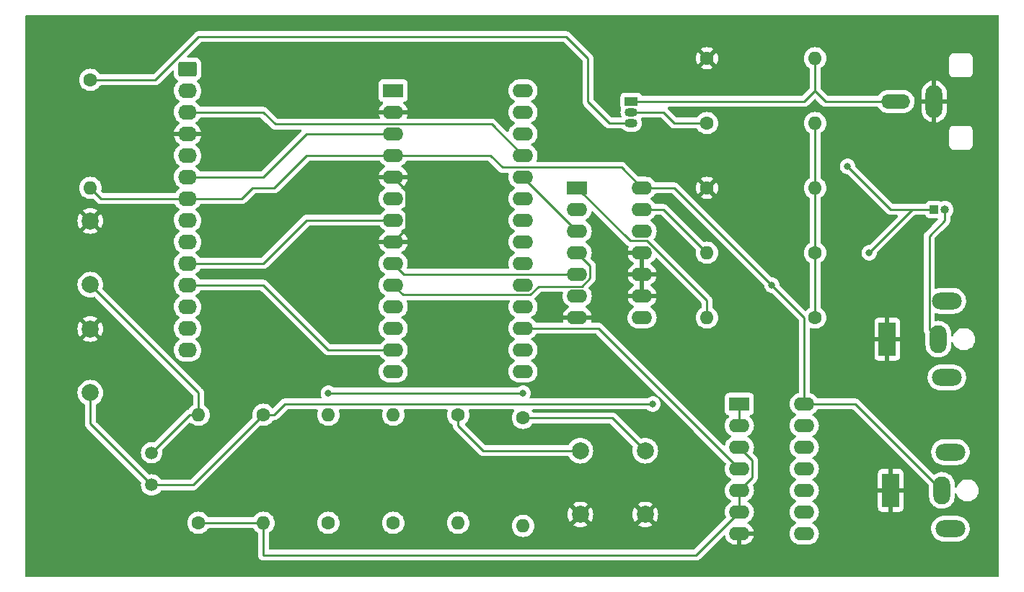
<source format=gbr>
%TF.GenerationSoftware,KiCad,Pcbnew,(6.0.9-0)*%
%TF.CreationDate,2023-01-07T16:42:31-08:00*%
%TF.ProjectId,Pong,506f6e67-2e6b-4696-9361-645f70636258,rev?*%
%TF.SameCoordinates,Original*%
%TF.FileFunction,Copper,L1,Top*%
%TF.FilePolarity,Positive*%
%FSLAX46Y46*%
G04 Gerber Fmt 4.6, Leading zero omitted, Abs format (unit mm)*
G04 Created by KiCad (PCBNEW (6.0.9-0)) date 2023-01-07 16:42:31*
%MOMM*%
%LPD*%
G01*
G04 APERTURE LIST*
G04 Aperture macros list*
%AMRoundRect*
0 Rectangle with rounded corners*
0 $1 Rounding radius*
0 $2 $3 $4 $5 $6 $7 $8 $9 X,Y pos of 4 corners*
0 Add a 4 corners polygon primitive as box body*
4,1,4,$2,$3,$4,$5,$6,$7,$8,$9,$2,$3,0*
0 Add four circle primitives for the rounded corners*
1,1,$1+$1,$2,$3*
1,1,$1+$1,$4,$5*
1,1,$1+$1,$6,$7*
1,1,$1+$1,$8,$9*
0 Add four rect primitives between the rounded corners*
20,1,$1+$1,$2,$3,$4,$5,0*
20,1,$1+$1,$4,$5,$6,$7,0*
20,1,$1+$1,$6,$7,$8,$9,0*
20,1,$1+$1,$8,$9,$2,$3,0*%
G04 Aperture macros list end*
%TA.AperFunction,ComponentPad*%
%ADD10R,1.000000X1.000000*%
%TD*%
%TA.AperFunction,ComponentPad*%
%ADD11O,1.000000X1.000000*%
%TD*%
%TA.AperFunction,ComponentPad*%
%ADD12C,2.000000*%
%TD*%
%TA.AperFunction,ComponentPad*%
%ADD13C,1.600000*%
%TD*%
%TA.AperFunction,ComponentPad*%
%ADD14O,1.600000X1.600000*%
%TD*%
%TA.AperFunction,ComponentPad*%
%ADD15C,1.500000*%
%TD*%
%TA.AperFunction,ComponentPad*%
%ADD16R,2.400000X1.600000*%
%TD*%
%TA.AperFunction,ComponentPad*%
%ADD17O,2.400000X1.600000*%
%TD*%
%TA.AperFunction,ComponentPad*%
%ADD18R,2.000000X4.000000*%
%TD*%
%TA.AperFunction,ComponentPad*%
%ADD19O,2.000000X3.300000*%
%TD*%
%TA.AperFunction,ComponentPad*%
%ADD20O,3.500000X2.000000*%
%TD*%
%TA.AperFunction,ComponentPad*%
%ADD21O,1.950000X3.900000*%
%TD*%
%TA.AperFunction,ComponentPad*%
%ADD22O,3.400000X1.700000*%
%TD*%
%TA.AperFunction,ComponentPad*%
%ADD23R,1.500000X1.050000*%
%TD*%
%TA.AperFunction,ComponentPad*%
%ADD24O,1.500000X1.050000*%
%TD*%
%TA.AperFunction,ComponentPad*%
%ADD25RoundRect,0.250000X-0.845000X0.620000X-0.845000X-0.620000X0.845000X-0.620000X0.845000X0.620000X0*%
%TD*%
%TA.AperFunction,ComponentPad*%
%ADD26O,2.190000X1.740000*%
%TD*%
%TA.AperFunction,ViaPad*%
%ADD27C,0.800000*%
%TD*%
%TA.AperFunction,Conductor*%
%ADD28C,0.250000*%
%TD*%
G04 APERTURE END LIST*
D10*
%TO.P,J5,1,Pin_1*%
%TO.N,VCC*%
X144780000Y-73660000D03*
D11*
%TO.P,J5,2,Pin_2*%
%TO.N,Net-(J4-Pad2)*%
X146050000Y-73660000D03*
%TD*%
D12*
%TO.P,C3,1*%
%TO.N,Net-(R4-Pad2)*%
X110860000Y-102010000D03*
%TO.P,C3,2*%
%TO.N,GND*%
X110860000Y-109510000D03*
%TD*%
%TO.P,C4,1*%
%TO.N,Net-(C4-Pad1)*%
X103240000Y-102010000D03*
%TO.P,C4,2*%
%TO.N,GND*%
X103240000Y-109510000D03*
%TD*%
D13*
%TO.P,R7,1*%
%TO.N,L_POT_WIPE*%
X81280000Y-110490000D03*
D14*
%TO.P,R7,2*%
%TO.N,Net-(C4-Pad1)*%
X81280000Y-97790000D03*
%TD*%
D15*
%TO.P,Y1,1,1*%
%TO.N,Net-(C1-Pad1)*%
X52910000Y-102240000D03*
%TO.P,Y1,2,2*%
%TO.N,Net-(C2-Pad1)*%
X52910000Y-106040000D03*
%TD*%
D13*
%TO.P,R2,1*%
%TO.N,Net-(R1-Pad2)*%
X58420000Y-110490000D03*
D14*
%TO.P,R2,2*%
%TO.N,Net-(C1-Pad1)*%
X58420000Y-97790000D03*
%TD*%
D13*
%TO.P,R4,1*%
%TO.N,R_POT_WIPE*%
X73660000Y-110490000D03*
D14*
%TO.P,R4,2*%
%TO.N,Net-(R4-Pad2)*%
X73660000Y-97790000D03*
%TD*%
D13*
%TO.P,R5,1*%
%TO.N,GND*%
X118110000Y-71120000D03*
D14*
%TO.P,R5,2*%
%TO.N,Net-(R10-Pad1)*%
X130810000Y-71120000D03*
%TD*%
D13*
%TO.P,R12,1*%
%TO.N,Net-(Q1-Pad3)*%
X45720000Y-58420000D03*
D14*
%TO.P,R12,2*%
%TO.N,VCC*%
X45720000Y-71120000D03*
%TD*%
D16*
%TO.P,U1,1,NC*%
%TO.N,unconnected-(U1-Pad1)*%
X81275000Y-59675000D03*
D17*
%TO.P,U1,2,Vss*%
%TO.N,GND*%
X81275000Y-62215000D03*
%TO.P,U1,3,Sound*%
%TO.N,SOUND*%
X81275000Y-64755000D03*
%TO.P,U1,4,Vcc*%
%TO.N,VCC*%
X81275000Y-67295000D03*
%TO.P,U1,5,Ball_Angles*%
%TO.N,GND*%
X81275000Y-69835000D03*
%TO.P,U1,6,BallOutput*%
%TO.N,BALLOUT*%
X81275000Y-72375000D03*
%TO.P,U1,7,BallSpeed*%
%TO.N,SPEED*%
X81275000Y-74915000D03*
%TO.P,U1,8,ManualServe*%
%TO.N,GND*%
X81275000Y-77455000D03*
%TO.P,U1,9,RPlayerOut*%
%TO.N,RPLAYEROUT*%
X81275000Y-79995000D03*
%TO.P,U1,10,LPlayerOut*%
%TO.N,LPLAYEROUT*%
X81275000Y-82535000D03*
%TO.P,U1,11,RBatInput*%
%TO.N,Net-(R8-Pad2)*%
X81275000Y-85075000D03*
%TO.P,U1,12,LBatInput*%
%TO.N,Net-(R9-Pad2)*%
X81275000Y-87615000D03*
%TO.P,U1,13,BatSize*%
%TO.N,BATSIZE*%
X81275000Y-90155000D03*
%TO.P,U1,14,NC*%
%TO.N,unconnected-(U1-Pad14)*%
X81275000Y-92695000D03*
%TO.P,U1,15,NC*%
%TO.N,unconnected-(U1-Pad15)*%
X96515000Y-92695000D03*
%TO.P,U1,16,SYNC*%
%TO.N,SYNC*%
X96515000Y-90155000D03*
%TO.P,U1,17,CLK*%
%TO.N,Net-(U1-Pad17)*%
X96515000Y-87615000D03*
%TO.P,U1,18,RifleGame2*%
%TO.N,unconnected-(U1-Pad18)*%
X96515000Y-85075000D03*
%TO.P,U1,19,RifleGame1*%
%TO.N,unconnected-(U1-Pad19)*%
X96515000Y-82535000D03*
%TO.P,U1,20,Tennis*%
%TO.N,TENNIS*%
X96515000Y-79995000D03*
%TO.P,U1,21,Soccer*%
%TO.N,SOCCER*%
X96515000Y-77455000D03*
%TO.P,U1,22,Squash*%
%TO.N,unconnected-(U1-Pad22)*%
X96515000Y-74915000D03*
%TO.P,U1,23,Practice*%
%TO.N,PRACTICE*%
X96515000Y-72375000D03*
%TO.P,U1,24,FieldOutput*%
%TO.N,FIELDOUT*%
X96515000Y-69835000D03*
%TO.P,U1,25,RESET*%
%TO.N,RESET*%
X96515000Y-67295000D03*
%TO.P,U1,26,ShotInput*%
%TO.N,unconnected-(U1-Pad26)*%
X96515000Y-64755000D03*
%TO.P,U1,27,HitInput*%
%TO.N,unconnected-(U1-Pad27)*%
X96515000Y-62215000D03*
%TO.P,U1,28,NC*%
%TO.N,unconnected-(U1-Pad28)*%
X96515000Y-59675000D03*
%TD*%
D16*
%TO.P,U2,1*%
%TO.N,Net-(R10-Pad2)*%
X102880000Y-71115000D03*
D17*
%TO.P,U2,2*%
%TO.N,BALLOUT*%
X102880000Y-73655000D03*
%TO.P,U2,3*%
%TO.N,FIELDOUT*%
X102880000Y-76195000D03*
%TO.P,U2,4*%
%TO.N,LPLAYEROUT*%
X102880000Y-78735000D03*
%TO.P,U2,5*%
%TO.N,RPLAYEROUT*%
X102880000Y-81275000D03*
%TO.P,U2,6*%
%TO.N,N/C*%
X102880000Y-83815000D03*
%TO.P,U2,7,VSS*%
%TO.N,GND*%
X102880000Y-86355000D03*
%TO.P,U2,8*%
%TO.N,N/C*%
X110500000Y-86355000D03*
%TO.P,U2,9*%
%TO.N,GND*%
X110500000Y-83815000D03*
%TO.P,U2,10*%
X110500000Y-81275000D03*
%TO.P,U2,11*%
X110500000Y-78735000D03*
%TO.P,U2,12*%
%TO.N,SYNC*%
X110500000Y-76195000D03*
%TO.P,U2,13*%
%TO.N,Net-(R11-Pad2)*%
X110500000Y-73655000D03*
%TO.P,U2,14,VDD*%
%TO.N,VCC*%
X110500000Y-71115000D03*
%TD*%
D13*
%TO.P,R10,1*%
%TO.N,Net-(R10-Pad1)*%
X130810000Y-86360000D03*
D14*
%TO.P,R10,2*%
%TO.N,Net-(R10-Pad2)*%
X118110000Y-86360000D03*
%TD*%
D13*
%TO.P,R6,1*%
%TO.N,GND*%
X118110000Y-55880000D03*
D14*
%TO.P,R6,2*%
%TO.N,Net-(J3-Pad2)*%
X130810000Y-55880000D03*
%TD*%
D18*
%TO.P,J4,1*%
%TO.N,GND*%
X139280000Y-88900000D03*
D19*
%TO.P,J4,2*%
%TO.N,Net-(J4-Pad2)*%
X145280000Y-88900000D03*
D20*
%TO.P,J4,MP*%
%TO.N,N/C*%
X146280000Y-93400000D03*
X146280000Y-84400000D03*
%TD*%
D16*
%TO.P,U3,1*%
%TO.N,Net-(C2-Pad1)*%
X121920000Y-96520000D03*
D17*
%TO.P,U3,2*%
X121920000Y-99060000D03*
%TO.P,U3,3*%
%TO.N,Net-(R1-Pad2)*%
X121920000Y-101600000D03*
%TO.P,U3,4*%
%TO.N,Net-(U1-Pad17)*%
X121920000Y-104140000D03*
%TO.P,U3,5*%
%TO.N,Net-(R1-Pad2)*%
X121920000Y-106680000D03*
%TO.P,U3,6*%
X121920000Y-109220000D03*
%TO.P,U3,7,VSS*%
%TO.N,GND*%
X121920000Y-111760000D03*
%TO.P,U3,8*%
%TO.N,N/C*%
X129540000Y-111760000D03*
%TO.P,U3,9*%
X129540000Y-109220000D03*
%TO.P,U3,10*%
X129540000Y-106680000D03*
%TO.P,U3,11*%
X129540000Y-104140000D03*
%TO.P,U3,12*%
X129540000Y-101600000D03*
%TO.P,U3,13*%
X129540000Y-99060000D03*
%TO.P,U3,14,VDD*%
%TO.N,VCC*%
X129540000Y-96520000D03*
%TD*%
D21*
%TO.P,J3,1*%
%TO.N,GND*%
X144780000Y-60960000D03*
D22*
%TO.P,J3,2*%
%TO.N,Net-(J3-Pad2)*%
X140280000Y-60960000D03*
%TD*%
D23*
%TO.P,Q1,1,E*%
%TO.N,Net-(J3-Pad2)*%
X109220000Y-60960000D03*
D24*
%TO.P,Q1,2,B*%
%TO.N,Net-(Q1-Pad2)*%
X109220000Y-62230000D03*
%TO.P,Q1,3,C*%
%TO.N,Net-(Q1-Pad3)*%
X109220000Y-63500000D03*
%TD*%
D25*
%TO.P,J2,1,Pin_1*%
%TO.N,VCC*%
X57130000Y-57150000D03*
D26*
%TO.P,J2,2,Pin_2*%
%TO.N,unconnected-(J2-Pad2)*%
X57130000Y-59690000D03*
%TO.P,J2,3,Pin_3*%
%TO.N,RESET*%
X57130000Y-62230000D03*
%TO.P,J2,4,Pin_4*%
%TO.N,GND*%
X57130000Y-64770000D03*
%TO.P,J2,5,Pin_5*%
%TO.N,PRACTICE*%
X57130000Y-67310000D03*
%TO.P,J2,6,Pin_6*%
%TO.N,SOUND*%
X57130000Y-69850000D03*
%TO.P,J2,7,Pin_7*%
%TO.N,VCC*%
X57130000Y-72390000D03*
%TO.P,J2,8,Pin_8*%
%TO.N,SOCCER*%
X57130000Y-74930000D03*
%TO.P,J2,9,Pin_9*%
%TO.N,TENNIS*%
X57130000Y-77470000D03*
%TO.P,J2,10,Pin_10*%
%TO.N,SPEED*%
X57130000Y-80010000D03*
%TO.P,J2,11,Pin_11*%
%TO.N,BATSIZE*%
X57130000Y-82550000D03*
%TO.P,J2,12,Pin_12*%
%TO.N,L_POT_WIPE*%
X57130000Y-85090000D03*
%TO.P,J2,13,Pin_13*%
%TO.N,R_POT_WIPE*%
X57130000Y-87630000D03*
%TO.P,J2,14,Pin_14*%
%TO.N,unconnected-(J2-Pad14)*%
X57130000Y-90170000D03*
%TD*%
D13*
%TO.P,R11,1*%
%TO.N,Net-(R10-Pad1)*%
X130810000Y-78740000D03*
D14*
%TO.P,R11,2*%
%TO.N,Net-(R11-Pad2)*%
X118110000Y-78740000D03*
%TD*%
D12*
%TO.P,C1,1*%
%TO.N,Net-(C1-Pad1)*%
X45720000Y-82490000D03*
%TO.P,C1,2*%
%TO.N,GND*%
X45720000Y-74990000D03*
%TD*%
D13*
%TO.P,R1,1*%
%TO.N,Net-(C2-Pad1)*%
X66040000Y-97790000D03*
D14*
%TO.P,R1,2*%
%TO.N,Net-(R1-Pad2)*%
X66040000Y-110490000D03*
%TD*%
D13*
%TO.P,R3,1*%
%TO.N,Net-(Q1-Pad2)*%
X118110000Y-63500000D03*
D14*
%TO.P,R3,2*%
%TO.N,Net-(R10-Pad1)*%
X130810000Y-63500000D03*
%TD*%
%TO.P,R8,2*%
%TO.N,Net-(R8-Pad2)*%
X96520000Y-110840000D03*
D13*
%TO.P,R8,1*%
%TO.N,Net-(R4-Pad2)*%
X96520000Y-98140000D03*
%TD*%
D18*
%TO.P,J1,1*%
%TO.N,GND*%
X139700000Y-106680000D03*
D19*
%TO.P,J1,2*%
%TO.N,VCC*%
X145700000Y-106680000D03*
D20*
%TO.P,J1,MP*%
%TO.N,N/C*%
X146700000Y-111180000D03*
X146700000Y-102180000D03*
%TD*%
D12*
%TO.P,C2,1*%
%TO.N,Net-(C2-Pad1)*%
X45720000Y-95190000D03*
%TO.P,C2,2*%
%TO.N,GND*%
X45720000Y-87690000D03*
%TD*%
D14*
%TO.P,R9,2*%
%TO.N,Net-(R9-Pad2)*%
X88900000Y-110490000D03*
D13*
%TO.P,R9,1*%
%TO.N,Net-(C4-Pad1)*%
X88900000Y-97790000D03*
%TD*%
D27*
%TO.N,VCC*%
X125730000Y-82550000D03*
%TO.N,Net-(R4-Pad2)*%
X73660000Y-95250000D03*
X96520000Y-95250000D03*
%TO.N,VCC*%
X134620000Y-68580000D03*
X137160000Y-78740000D03*
%TO.N,Net-(C2-Pad1)*%
X111760000Y-96520000D03*
%TD*%
D28*
%TO.N,VCC*%
X57130000Y-72390000D02*
X46990000Y-72390000D01*
X46990000Y-72390000D02*
X45720000Y-71120000D01*
X63500000Y-72390000D02*
X64770000Y-71120000D01*
X57130000Y-72390000D02*
X63500000Y-72390000D01*
X64770000Y-71120000D02*
X66040000Y-71120000D01*
%TO.N,SPEED*%
X81275000Y-74915000D02*
X71115000Y-74915000D01*
X71115000Y-74915000D02*
X66020000Y-80010000D01*
X66020000Y-80010000D02*
X57130000Y-80010000D01*
%TO.N,BATSIZE*%
X81275000Y-90155000D02*
X73625000Y-90155000D01*
X66020000Y-82550000D02*
X57130000Y-82550000D01*
X73625000Y-90155000D02*
X66020000Y-82550000D01*
%TO.N,VCC*%
X67310000Y-71120000D02*
X71120000Y-67310000D01*
X66040000Y-71120000D02*
X67310000Y-71120000D01*
X64750000Y-71120000D02*
X66040000Y-71120000D01*
%TO.N,SOUND*%
X66020000Y-69850000D02*
X57130000Y-69850000D01*
%TO.N,RESET*%
X66020000Y-62230000D02*
X57130000Y-62230000D01*
%TO.N,VCC*%
X129540000Y-96520000D02*
X129540000Y-86360000D01*
X111760000Y-71120000D02*
X111755000Y-71115000D01*
X114300000Y-71120000D02*
X111760000Y-71120000D01*
X111755000Y-71115000D02*
X110500000Y-71115000D01*
X129540000Y-86360000D02*
X114300000Y-71120000D01*
%TO.N,Net-(R4-Pad2)*%
X96520000Y-95250000D02*
X73660000Y-95250000D01*
%TO.N,VCC*%
X139700000Y-73660000D02*
X142240000Y-73660000D01*
X134620000Y-68580000D02*
X139700000Y-73660000D01*
%TO.N,Net-(C4-Pad1)*%
X103240000Y-102010000D02*
X91850000Y-102010000D01*
X91850000Y-102010000D02*
X88900000Y-99060000D01*
X88900000Y-99060000D02*
X88900000Y-97790000D01*
%TO.N,Net-(R4-Pad2)*%
X110860000Y-102010000D02*
X106990000Y-98140000D01*
X106990000Y-98140000D02*
X96520000Y-98140000D01*
%TO.N,VCC*%
X145700000Y-106680000D02*
X135540000Y-96520000D01*
X135540000Y-96520000D02*
X129540000Y-96520000D01*
X142835000Y-73660000D02*
X142240000Y-73660000D01*
X142240000Y-73660000D02*
X137160000Y-78740000D01*
X144780000Y-73660000D02*
X142835000Y-73660000D01*
%TO.N,Net-(J4-Pad2)*%
X145280000Y-88900000D02*
X144205000Y-87825000D01*
X144205000Y-87825000D02*
X144205000Y-76775000D01*
X144205000Y-76775000D02*
X146050000Y-74930000D01*
X146050000Y-74930000D02*
X146050000Y-73660000D01*
%TO.N,Net-(C2-Pad1)*%
X57790000Y-106040000D02*
X66040000Y-97790000D01*
X68580000Y-96520000D02*
X67310000Y-97790000D01*
X52910000Y-106040000D02*
X57790000Y-106040000D01*
X111760000Y-96520000D02*
X68580000Y-96520000D01*
X121920000Y-99060000D02*
X121920000Y-96520000D01*
X45720000Y-98850000D02*
X52910000Y-106040000D01*
X45720000Y-95190000D02*
X45720000Y-98850000D01*
X67310000Y-97790000D02*
X66040000Y-97790000D01*
%TO.N,Net-(R1-Pad2)*%
X66040000Y-114300000D02*
X66040000Y-110490000D01*
X123445000Y-103125000D02*
X121920000Y-101600000D01*
X58420000Y-110490000D02*
X66040000Y-110490000D01*
X123445000Y-105155000D02*
X123445000Y-103125000D01*
X121920000Y-106680000D02*
X123445000Y-105155000D01*
X116840000Y-114300000D02*
X66040000Y-114300000D01*
X121920000Y-106680000D02*
X121920000Y-109220000D01*
X121920000Y-109220000D02*
X116840000Y-114300000D01*
%TO.N,Net-(C1-Pad1)*%
X45720000Y-82490000D02*
X58420000Y-95190000D01*
X52910000Y-102240000D02*
X57360000Y-97790000D01*
X58420000Y-95190000D02*
X58420000Y-97790000D01*
X57360000Y-97790000D02*
X58420000Y-97790000D01*
%TO.N,Net-(R10-Pad1)*%
X130810000Y-71120000D02*
X130810000Y-78740000D01*
X130810000Y-78740000D02*
X130810000Y-86360000D01*
X130810000Y-63500000D02*
X130810000Y-71120000D01*
%TO.N,GND*%
X82800000Y-75930000D02*
X82800000Y-71360000D01*
X82800000Y-75930000D02*
X81275000Y-77455000D01*
X82800000Y-71360000D02*
X81275000Y-69835000D01*
%TO.N,Net-(R10-Pad2)*%
X109085000Y-77320000D02*
X111075990Y-77320000D01*
X102880000Y-71115000D02*
X109085000Y-77320000D01*
X118110000Y-84354010D02*
X118110000Y-86360000D01*
X111075990Y-77320000D02*
X118110000Y-84354010D01*
%TO.N,Net-(R11-Pad2)*%
X113025000Y-73655000D02*
X118110000Y-78740000D01*
X110500000Y-73655000D02*
X113025000Y-73655000D01*
%TO.N,SOUND*%
X71115000Y-64755000D02*
X66020000Y-69850000D01*
X81275000Y-64755000D02*
X71115000Y-64755000D01*
%TO.N,VCC*%
X94110000Y-68710000D02*
X92695000Y-67295000D01*
X81275000Y-67295000D02*
X71115000Y-67295000D01*
X92695000Y-67295000D02*
X81275000Y-67295000D01*
X108095000Y-68710000D02*
X94110000Y-68710000D01*
X110500000Y-71115000D02*
X108095000Y-68710000D01*
%TO.N,RPLAYEROUT*%
X102880000Y-81275000D02*
X82555000Y-81275000D01*
X82555000Y-81275000D02*
X81275000Y-79995000D01*
%TO.N,LPLAYEROUT*%
X103455990Y-82690000D02*
X104405000Y-81740990D01*
X104405000Y-81740990D02*
X104405000Y-80260000D01*
X98350990Y-82690000D02*
X103455990Y-82690000D01*
X97380990Y-83660000D02*
X98350990Y-82690000D01*
X81275000Y-82535000D02*
X82400000Y-83660000D01*
X82400000Y-83660000D02*
X97380990Y-83660000D01*
X104405000Y-80260000D02*
X102880000Y-78735000D01*
%TO.N,Net-(U1-Pad17)*%
X96515000Y-87615000D02*
X105395000Y-87615000D01*
X105395000Y-87615000D02*
X121920000Y-104140000D01*
%TO.N,FIELDOUT*%
X96515000Y-69835000D02*
X102875000Y-76195000D01*
%TO.N,RESET*%
X67420000Y-63630000D02*
X92850000Y-63630000D01*
X92850000Y-63630000D02*
X96515000Y-67295000D01*
X66020000Y-62230000D02*
X67420000Y-63630000D01*
%TO.N,Net-(J3-Pad2)*%
X130810000Y-59690000D02*
X132080000Y-60960000D01*
X132080000Y-60960000D02*
X140280000Y-60960000D01*
X130810000Y-55880000D02*
X130810000Y-59690000D01*
X130810000Y-59690000D02*
X129540000Y-60960000D01*
X129540000Y-60960000D02*
X109220000Y-60960000D01*
%TO.N,Net-(Q1-Pad3)*%
X101600000Y-53340000D02*
X104140000Y-55880000D01*
X108583604Y-63500000D02*
X108901802Y-63818198D01*
X106680000Y-63500000D02*
X108583604Y-63500000D01*
X104140000Y-55880000D02*
X104140000Y-60960000D01*
X45720000Y-58420000D02*
X53340000Y-58420000D01*
X53340000Y-58420000D02*
X58420000Y-53340000D01*
X58420000Y-53340000D02*
X101600000Y-53340000D01*
X104140000Y-60960000D02*
X106680000Y-63500000D01*
%TO.N,Net-(Q1-Pad2)*%
X118110000Y-63500000D02*
X114300000Y-63500000D01*
X114300000Y-63500000D02*
X113030000Y-62230000D01*
X113030000Y-62230000D02*
X109220000Y-62230000D01*
%TD*%
%TA.AperFunction,Conductor*%
%TO.N,GND*%
G36*
X152342121Y-50820002D02*
G01*
X152388614Y-50873658D01*
X152400000Y-50926000D01*
X152400000Y-116714000D01*
X152379998Y-116782121D01*
X152326342Y-116828614D01*
X152274000Y-116840000D01*
X38226000Y-116840000D01*
X38157879Y-116819998D01*
X38111386Y-116766342D01*
X38100000Y-116714000D01*
X38100000Y-108277890D01*
X102372093Y-108277890D01*
X102375876Y-108286666D01*
X103227188Y-109137978D01*
X103241132Y-109145592D01*
X103242965Y-109145461D01*
X103249580Y-109141210D01*
X104101080Y-108289710D01*
X104107534Y-108277890D01*
X109992093Y-108277890D01*
X109995876Y-108286666D01*
X110847188Y-109137978D01*
X110861132Y-109145592D01*
X110862965Y-109145461D01*
X110869580Y-109141210D01*
X111721080Y-108289710D01*
X111727840Y-108277330D01*
X111722113Y-108269680D01*
X111550958Y-108164795D01*
X111542163Y-108160313D01*
X111332012Y-108073266D01*
X111322627Y-108070217D01*
X111101446Y-108017115D01*
X111091699Y-108015572D01*
X110864930Y-107997725D01*
X110855070Y-107997725D01*
X110628301Y-108015572D01*
X110618554Y-108017115D01*
X110397373Y-108070217D01*
X110387988Y-108073266D01*
X110177837Y-108160313D01*
X110169042Y-108164795D01*
X110001555Y-108267432D01*
X109992093Y-108277890D01*
X104107534Y-108277890D01*
X104107840Y-108277330D01*
X104102113Y-108269680D01*
X103930958Y-108164795D01*
X103922163Y-108160313D01*
X103712012Y-108073266D01*
X103702627Y-108070217D01*
X103481446Y-108017115D01*
X103471699Y-108015572D01*
X103244930Y-107997725D01*
X103235070Y-107997725D01*
X103008301Y-108015572D01*
X102998554Y-108017115D01*
X102777373Y-108070217D01*
X102767988Y-108073266D01*
X102557837Y-108160313D01*
X102549042Y-108164795D01*
X102381555Y-108267432D01*
X102372093Y-108277890D01*
X38100000Y-108277890D01*
X38100000Y-95190000D01*
X44206835Y-95190000D01*
X44225465Y-95426711D01*
X44226619Y-95431518D01*
X44226620Y-95431524D01*
X44247309Y-95517699D01*
X44280895Y-95657594D01*
X44282788Y-95662165D01*
X44282789Y-95662167D01*
X44360265Y-95849211D01*
X44371760Y-95876963D01*
X44374346Y-95881183D01*
X44493241Y-96075202D01*
X44493245Y-96075208D01*
X44495824Y-96079416D01*
X44650031Y-96259969D01*
X44830584Y-96414176D01*
X44834792Y-96416755D01*
X44834798Y-96416759D01*
X45026335Y-96534133D01*
X45073966Y-96586781D01*
X45086500Y-96641566D01*
X45086500Y-98771233D01*
X45085973Y-98782416D01*
X45084298Y-98789909D01*
X45084547Y-98797835D01*
X45084547Y-98797836D01*
X45086438Y-98857986D01*
X45086500Y-98861945D01*
X45086500Y-98889856D01*
X45086997Y-98893790D01*
X45086997Y-98893791D01*
X45087005Y-98893856D01*
X45087938Y-98905693D01*
X45089327Y-98949889D01*
X45094978Y-98969339D01*
X45098987Y-98988700D01*
X45101526Y-99008797D01*
X45104445Y-99016168D01*
X45104445Y-99016170D01*
X45117804Y-99049912D01*
X45121649Y-99061142D01*
X45127743Y-99082118D01*
X45133982Y-99103593D01*
X45138015Y-99110412D01*
X45138017Y-99110417D01*
X45144293Y-99121028D01*
X45152988Y-99138776D01*
X45160448Y-99157617D01*
X45165110Y-99164033D01*
X45165110Y-99164034D01*
X45186436Y-99193387D01*
X45192952Y-99203307D01*
X45215458Y-99241362D01*
X45229779Y-99255683D01*
X45242619Y-99270716D01*
X45254528Y-99287107D01*
X45277345Y-99305983D01*
X45288605Y-99315298D01*
X45297384Y-99323288D01*
X51641672Y-105667576D01*
X51675698Y-105729888D01*
X51674284Y-105789281D01*
X51667309Y-105815312D01*
X51667308Y-105815319D01*
X51665885Y-105820629D01*
X51646693Y-106040000D01*
X51665885Y-106259371D01*
X51722880Y-106472076D01*
X51754055Y-106538931D01*
X51813618Y-106666666D01*
X51813621Y-106666671D01*
X51815944Y-106671653D01*
X51819100Y-106676160D01*
X51819101Y-106676162D01*
X51854859Y-106727229D01*
X51942251Y-106852038D01*
X52097962Y-107007749D01*
X52102471Y-107010906D01*
X52102473Y-107010908D01*
X52131370Y-107031142D01*
X52278346Y-107134056D01*
X52477924Y-107227120D01*
X52690629Y-107284115D01*
X52910000Y-107303307D01*
X53129371Y-107284115D01*
X53342076Y-107227120D01*
X53541654Y-107134056D01*
X53688630Y-107031142D01*
X53717527Y-107010908D01*
X53717529Y-107010906D01*
X53722038Y-107007749D01*
X53877749Y-106852038D01*
X53965142Y-106727228D01*
X54020598Y-106682901D01*
X54068354Y-106673500D01*
X57711233Y-106673500D01*
X57722416Y-106674027D01*
X57729909Y-106675702D01*
X57737835Y-106675453D01*
X57737836Y-106675453D01*
X57797986Y-106673562D01*
X57801945Y-106673500D01*
X57829856Y-106673500D01*
X57833791Y-106673003D01*
X57833856Y-106672995D01*
X57845693Y-106672062D01*
X57877951Y-106671048D01*
X57881970Y-106670922D01*
X57889889Y-106670673D01*
X57909343Y-106665021D01*
X57928700Y-106661013D01*
X57940930Y-106659468D01*
X57940931Y-106659468D01*
X57948797Y-106658474D01*
X57956168Y-106655555D01*
X57956170Y-106655555D01*
X57989912Y-106642196D01*
X58001142Y-106638351D01*
X58035983Y-106628229D01*
X58035984Y-106628229D01*
X58043593Y-106626018D01*
X58050412Y-106621985D01*
X58050417Y-106621983D01*
X58061028Y-106615707D01*
X58078776Y-106607012D01*
X58097617Y-106599552D01*
X58133387Y-106573564D01*
X58143307Y-106567048D01*
X58174535Y-106548580D01*
X58174538Y-106548578D01*
X58181362Y-106544542D01*
X58195683Y-106530221D01*
X58210717Y-106517380D01*
X58220694Y-106510131D01*
X58227107Y-106505472D01*
X58255298Y-106471395D01*
X58263288Y-106462616D01*
X65626752Y-99099152D01*
X65689064Y-99065126D01*
X65748459Y-99066541D01*
X65806591Y-99082118D01*
X65806602Y-99082120D01*
X65811913Y-99083543D01*
X66040000Y-99103498D01*
X66268087Y-99083543D01*
X66273400Y-99082119D01*
X66273402Y-99082119D01*
X66483933Y-99025707D01*
X66483935Y-99025706D01*
X66489243Y-99024284D01*
X66506644Y-99016170D01*
X66691762Y-98929849D01*
X66691767Y-98929846D01*
X66696749Y-98927523D01*
X66833294Y-98831913D01*
X66879789Y-98799357D01*
X66879792Y-98799355D01*
X66884300Y-98796198D01*
X67046198Y-98634300D01*
X67062683Y-98610757D01*
X67154773Y-98479240D01*
X67210230Y-98434912D01*
X67254026Y-98425573D01*
X67314856Y-98423660D01*
X67317986Y-98423562D01*
X67321945Y-98423500D01*
X67349856Y-98423500D01*
X67353791Y-98423003D01*
X67353856Y-98422995D01*
X67365693Y-98422062D01*
X67397951Y-98421048D01*
X67401970Y-98420922D01*
X67409889Y-98420673D01*
X67429343Y-98415021D01*
X67448700Y-98411013D01*
X67460930Y-98409468D01*
X67460931Y-98409468D01*
X67468797Y-98408474D01*
X67476168Y-98405555D01*
X67476170Y-98405555D01*
X67509912Y-98392196D01*
X67521142Y-98388351D01*
X67555983Y-98378229D01*
X67555984Y-98378229D01*
X67563593Y-98376018D01*
X67570412Y-98371985D01*
X67570417Y-98371983D01*
X67581028Y-98365707D01*
X67598776Y-98357012D01*
X67617617Y-98349552D01*
X67653387Y-98323564D01*
X67663307Y-98317048D01*
X67694535Y-98298580D01*
X67694538Y-98298578D01*
X67701362Y-98294542D01*
X67715683Y-98280221D01*
X67730717Y-98267380D01*
X67740694Y-98260131D01*
X67747107Y-98255472D01*
X67775298Y-98221395D01*
X67783288Y-98212616D01*
X68805499Y-97190405D01*
X68867811Y-97156379D01*
X68894594Y-97153500D01*
X72315255Y-97153500D01*
X72383376Y-97173502D01*
X72429869Y-97227158D01*
X72439973Y-97297432D01*
X72429448Y-97332753D01*
X72425716Y-97340757D01*
X72424294Y-97346065D01*
X72424293Y-97346067D01*
X72378359Y-97517495D01*
X72366457Y-97561913D01*
X72346502Y-97790000D01*
X72366457Y-98018087D01*
X72367881Y-98023400D01*
X72367881Y-98023402D01*
X72420934Y-98221395D01*
X72425716Y-98239243D01*
X72428039Y-98244224D01*
X72428039Y-98244225D01*
X72520151Y-98441762D01*
X72520154Y-98441767D01*
X72522477Y-98446749D01*
X72525634Y-98451257D01*
X72633829Y-98605775D01*
X72653802Y-98634300D01*
X72815700Y-98796198D01*
X72820208Y-98799355D01*
X72820211Y-98799357D01*
X72866706Y-98831913D01*
X73003251Y-98927523D01*
X73008233Y-98929846D01*
X73008238Y-98929849D01*
X73193356Y-99016170D01*
X73210757Y-99024284D01*
X73216065Y-99025706D01*
X73216067Y-99025707D01*
X73426598Y-99082119D01*
X73426600Y-99082119D01*
X73431913Y-99083543D01*
X73660000Y-99103498D01*
X73888087Y-99083543D01*
X73893400Y-99082119D01*
X73893402Y-99082119D01*
X74103933Y-99025707D01*
X74103935Y-99025706D01*
X74109243Y-99024284D01*
X74126644Y-99016170D01*
X74311762Y-98929849D01*
X74311767Y-98929846D01*
X74316749Y-98927523D01*
X74453294Y-98831913D01*
X74499789Y-98799357D01*
X74499792Y-98799355D01*
X74504300Y-98796198D01*
X74666198Y-98634300D01*
X74686172Y-98605775D01*
X74794366Y-98451257D01*
X74797523Y-98446749D01*
X74799846Y-98441767D01*
X74799849Y-98441762D01*
X74891961Y-98244225D01*
X74891961Y-98244224D01*
X74894284Y-98239243D01*
X74899067Y-98221395D01*
X74952119Y-98023402D01*
X74952119Y-98023400D01*
X74953543Y-98018087D01*
X74973498Y-97790000D01*
X74953543Y-97561913D01*
X74941641Y-97517495D01*
X74895707Y-97346067D01*
X74895706Y-97346065D01*
X74894284Y-97340757D01*
X74890552Y-97332753D01*
X74890331Y-97331296D01*
X74890078Y-97330602D01*
X74890218Y-97330551D01*
X74879889Y-97262562D01*
X74908867Y-97197748D01*
X74968285Y-97158890D01*
X75004745Y-97153500D01*
X79935255Y-97153500D01*
X80003376Y-97173502D01*
X80049869Y-97227158D01*
X80059973Y-97297432D01*
X80049448Y-97332753D01*
X80045716Y-97340757D01*
X80044294Y-97346065D01*
X80044293Y-97346067D01*
X79998359Y-97517495D01*
X79986457Y-97561913D01*
X79966502Y-97790000D01*
X79986457Y-98018087D01*
X79987881Y-98023400D01*
X79987881Y-98023402D01*
X80040934Y-98221395D01*
X80045716Y-98239243D01*
X80048039Y-98244224D01*
X80048039Y-98244225D01*
X80140151Y-98441762D01*
X80140154Y-98441767D01*
X80142477Y-98446749D01*
X80145634Y-98451257D01*
X80253829Y-98605775D01*
X80273802Y-98634300D01*
X80435700Y-98796198D01*
X80440208Y-98799355D01*
X80440211Y-98799357D01*
X80486706Y-98831913D01*
X80623251Y-98927523D01*
X80628233Y-98929846D01*
X80628238Y-98929849D01*
X80813356Y-99016170D01*
X80830757Y-99024284D01*
X80836065Y-99025706D01*
X80836067Y-99025707D01*
X81046598Y-99082119D01*
X81046600Y-99082119D01*
X81051913Y-99083543D01*
X81280000Y-99103498D01*
X81508087Y-99083543D01*
X81513400Y-99082119D01*
X81513402Y-99082119D01*
X81723933Y-99025707D01*
X81723935Y-99025706D01*
X81729243Y-99024284D01*
X81746644Y-99016170D01*
X81931762Y-98929849D01*
X81931767Y-98929846D01*
X81936749Y-98927523D01*
X82073294Y-98831913D01*
X82119789Y-98799357D01*
X82119792Y-98799355D01*
X82124300Y-98796198D01*
X82286198Y-98634300D01*
X82306172Y-98605775D01*
X82414366Y-98451257D01*
X82417523Y-98446749D01*
X82419846Y-98441767D01*
X82419849Y-98441762D01*
X82511961Y-98244225D01*
X82511961Y-98244224D01*
X82514284Y-98239243D01*
X82519067Y-98221395D01*
X82572119Y-98023402D01*
X82572119Y-98023400D01*
X82573543Y-98018087D01*
X82593498Y-97790000D01*
X82573543Y-97561913D01*
X82561641Y-97517495D01*
X82515707Y-97346067D01*
X82515706Y-97346065D01*
X82514284Y-97340757D01*
X82510552Y-97332753D01*
X82510331Y-97331296D01*
X82510078Y-97330602D01*
X82510218Y-97330551D01*
X82499889Y-97262562D01*
X82528867Y-97197748D01*
X82588285Y-97158890D01*
X82624745Y-97153500D01*
X87555255Y-97153500D01*
X87623376Y-97173502D01*
X87669869Y-97227158D01*
X87679973Y-97297432D01*
X87669448Y-97332753D01*
X87665716Y-97340757D01*
X87664294Y-97346065D01*
X87664293Y-97346067D01*
X87618359Y-97517495D01*
X87606457Y-97561913D01*
X87586502Y-97790000D01*
X87606457Y-98018087D01*
X87607881Y-98023400D01*
X87607881Y-98023402D01*
X87660934Y-98221395D01*
X87665716Y-98239243D01*
X87668039Y-98244224D01*
X87668039Y-98244225D01*
X87760151Y-98441762D01*
X87760154Y-98441767D01*
X87762477Y-98446749D01*
X87765634Y-98451257D01*
X87873829Y-98605775D01*
X87893802Y-98634300D01*
X88055700Y-98796198D01*
X88060208Y-98799355D01*
X88060211Y-98799357D01*
X88210760Y-98904773D01*
X88255088Y-98960230D01*
X88264427Y-99004026D01*
X88266438Y-99067985D01*
X88266500Y-99071945D01*
X88266500Y-99099856D01*
X88266997Y-99103790D01*
X88266997Y-99103791D01*
X88267005Y-99103856D01*
X88267938Y-99115693D01*
X88269327Y-99159889D01*
X88274978Y-99179339D01*
X88278987Y-99198700D01*
X88281526Y-99218797D01*
X88284445Y-99226168D01*
X88284445Y-99226170D01*
X88297804Y-99259912D01*
X88301649Y-99271142D01*
X88313982Y-99313593D01*
X88318015Y-99320412D01*
X88318017Y-99320417D01*
X88324293Y-99331028D01*
X88332988Y-99348776D01*
X88340448Y-99367617D01*
X88345110Y-99374033D01*
X88345110Y-99374034D01*
X88366436Y-99403387D01*
X88372952Y-99413307D01*
X88384920Y-99433543D01*
X88395458Y-99451362D01*
X88409779Y-99465683D01*
X88422619Y-99480716D01*
X88434528Y-99497107D01*
X88449198Y-99509243D01*
X88468605Y-99525298D01*
X88477384Y-99533288D01*
X91346348Y-102402253D01*
X91353888Y-102410539D01*
X91358000Y-102417018D01*
X91363777Y-102422443D01*
X91407651Y-102463643D01*
X91410493Y-102466398D01*
X91430230Y-102486135D01*
X91433427Y-102488615D01*
X91442447Y-102496318D01*
X91474679Y-102526586D01*
X91481625Y-102530405D01*
X91481628Y-102530407D01*
X91492434Y-102536348D01*
X91508953Y-102547199D01*
X91524959Y-102559614D01*
X91532228Y-102562759D01*
X91532232Y-102562762D01*
X91565537Y-102577174D01*
X91576187Y-102582391D01*
X91614940Y-102603695D01*
X91622615Y-102605666D01*
X91622616Y-102605666D01*
X91634562Y-102608733D01*
X91653267Y-102615137D01*
X91671855Y-102623181D01*
X91679678Y-102624420D01*
X91679688Y-102624423D01*
X91715524Y-102630099D01*
X91727144Y-102632505D01*
X91762289Y-102641528D01*
X91769970Y-102643500D01*
X91790224Y-102643500D01*
X91809934Y-102645051D01*
X91829943Y-102648220D01*
X91837835Y-102647474D01*
X91873961Y-102644059D01*
X91885819Y-102643500D01*
X101788434Y-102643500D01*
X101856555Y-102663502D01*
X101895867Y-102703665D01*
X102013241Y-102895202D01*
X102013245Y-102895208D01*
X102015824Y-102899416D01*
X102170031Y-103079969D01*
X102350584Y-103234176D01*
X102354792Y-103236755D01*
X102354798Y-103236759D01*
X102548817Y-103355654D01*
X102553037Y-103358240D01*
X102557607Y-103360133D01*
X102557611Y-103360135D01*
X102767833Y-103447211D01*
X102772406Y-103449105D01*
X102794924Y-103454511D01*
X102998476Y-103503380D01*
X102998482Y-103503381D01*
X103003289Y-103504535D01*
X103240000Y-103523165D01*
X103476711Y-103504535D01*
X103481518Y-103503381D01*
X103481524Y-103503380D01*
X103685076Y-103454511D01*
X103707594Y-103449105D01*
X103712167Y-103447211D01*
X103922389Y-103360135D01*
X103922393Y-103360133D01*
X103926963Y-103358240D01*
X103931183Y-103355654D01*
X104125202Y-103236759D01*
X104125208Y-103236755D01*
X104129416Y-103234176D01*
X104309969Y-103079969D01*
X104464176Y-102899416D01*
X104466755Y-102895208D01*
X104466759Y-102895202D01*
X104585654Y-102701183D01*
X104588240Y-102696963D01*
X104596485Y-102677059D01*
X104677211Y-102482167D01*
X104677212Y-102482165D01*
X104679105Y-102477594D01*
X104731043Y-102261257D01*
X104733380Y-102251524D01*
X104733381Y-102251518D01*
X104734535Y-102246711D01*
X104753165Y-102010000D01*
X104734535Y-101773289D01*
X104728459Y-101747978D01*
X104680260Y-101547218D01*
X104679105Y-101542406D01*
X104672342Y-101526078D01*
X104590135Y-101327611D01*
X104590133Y-101327607D01*
X104588240Y-101323037D01*
X104555182Y-101269092D01*
X104466759Y-101124798D01*
X104466755Y-101124792D01*
X104464176Y-101120584D01*
X104330968Y-100964618D01*
X104313177Y-100943787D01*
X104309969Y-100940031D01*
X104129416Y-100785824D01*
X104125208Y-100783245D01*
X104125202Y-100783241D01*
X103931183Y-100664346D01*
X103926963Y-100661760D01*
X103922393Y-100659867D01*
X103922389Y-100659865D01*
X103712167Y-100572789D01*
X103712165Y-100572788D01*
X103707594Y-100570895D01*
X103627391Y-100551640D01*
X103481524Y-100516620D01*
X103481518Y-100516619D01*
X103476711Y-100515465D01*
X103240000Y-100496835D01*
X103003289Y-100515465D01*
X102998482Y-100516619D01*
X102998476Y-100516620D01*
X102852609Y-100551640D01*
X102772406Y-100570895D01*
X102767835Y-100572788D01*
X102767833Y-100572789D01*
X102557611Y-100659865D01*
X102557607Y-100659867D01*
X102553037Y-100661760D01*
X102548817Y-100664346D01*
X102354798Y-100783241D01*
X102354792Y-100783245D01*
X102350584Y-100785824D01*
X102170031Y-100940031D01*
X102166823Y-100943787D01*
X102149032Y-100964618D01*
X102015824Y-101120584D01*
X102013245Y-101124792D01*
X102013241Y-101124798D01*
X101895867Y-101316335D01*
X101843219Y-101363966D01*
X101788434Y-101376500D01*
X92164594Y-101376500D01*
X92096473Y-101356498D01*
X92075499Y-101339595D01*
X89725673Y-98989768D01*
X89691647Y-98927456D01*
X89696712Y-98856640D01*
X89736995Y-98804582D01*
X89735576Y-98802892D01*
X89739789Y-98799357D01*
X89744300Y-98796198D01*
X89906198Y-98634300D01*
X89926172Y-98605775D01*
X90034366Y-98451257D01*
X90037523Y-98446749D01*
X90039846Y-98441767D01*
X90039849Y-98441762D01*
X90131961Y-98244225D01*
X90131961Y-98244224D01*
X90134284Y-98239243D01*
X90139067Y-98221395D01*
X90192119Y-98023402D01*
X90192119Y-98023400D01*
X90193543Y-98018087D01*
X90213498Y-97790000D01*
X90193543Y-97561913D01*
X90181641Y-97517495D01*
X90135707Y-97346067D01*
X90135706Y-97346065D01*
X90134284Y-97340757D01*
X90130552Y-97332753D01*
X90130331Y-97331296D01*
X90130078Y-97330602D01*
X90130218Y-97330551D01*
X90119889Y-97262562D01*
X90148867Y-97197748D01*
X90208285Y-97158890D01*
X90244745Y-97153500D01*
X95371328Y-97153500D01*
X95439449Y-97173502D01*
X95485942Y-97227158D01*
X95496046Y-97297432D01*
X95474542Y-97351770D01*
X95382477Y-97483251D01*
X95380154Y-97488233D01*
X95380151Y-97488238D01*
X95299409Y-97661392D01*
X95285716Y-97690757D01*
X95284294Y-97696065D01*
X95284293Y-97696067D01*
X95240646Y-97858959D01*
X95226457Y-97911913D01*
X95206502Y-98140000D01*
X95226457Y-98368087D01*
X95227881Y-98373400D01*
X95227881Y-98373402D01*
X95278467Y-98562188D01*
X95285716Y-98589243D01*
X95288039Y-98594224D01*
X95288039Y-98594225D01*
X95380151Y-98791762D01*
X95380154Y-98791767D01*
X95382477Y-98796749D01*
X95424413Y-98856640D01*
X95509994Y-98978861D01*
X95513802Y-98984300D01*
X95675700Y-99146198D01*
X95680208Y-99149355D01*
X95680211Y-99149357D01*
X95701172Y-99164034D01*
X95863251Y-99277523D01*
X95868233Y-99279846D01*
X95868238Y-99279849D01*
X96016078Y-99348787D01*
X96070757Y-99374284D01*
X96076065Y-99375706D01*
X96076067Y-99375707D01*
X96286598Y-99432119D01*
X96286600Y-99432119D01*
X96291913Y-99433543D01*
X96520000Y-99453498D01*
X96748087Y-99433543D01*
X96753400Y-99432119D01*
X96753402Y-99432119D01*
X96963933Y-99375707D01*
X96963935Y-99375706D01*
X96969243Y-99374284D01*
X97023922Y-99348787D01*
X97171762Y-99279849D01*
X97171767Y-99279846D01*
X97176749Y-99277523D01*
X97338828Y-99164034D01*
X97359789Y-99149357D01*
X97359792Y-99149355D01*
X97364300Y-99146198D01*
X97526198Y-98984300D01*
X97529357Y-98979789D01*
X97636181Y-98827229D01*
X97691638Y-98782901D01*
X97739394Y-98773500D01*
X106675406Y-98773500D01*
X106743527Y-98793502D01*
X106764501Y-98810405D01*
X109385636Y-101431540D01*
X109419662Y-101493852D01*
X109419060Y-101550049D01*
X109371542Y-101747978D01*
X109365465Y-101773289D01*
X109346835Y-102010000D01*
X109365465Y-102246711D01*
X109366619Y-102251518D01*
X109366620Y-102251524D01*
X109368957Y-102261257D01*
X109420895Y-102477594D01*
X109422788Y-102482165D01*
X109422789Y-102482167D01*
X109503516Y-102677059D01*
X109511760Y-102696963D01*
X109514346Y-102701183D01*
X109633241Y-102895202D01*
X109633245Y-102895208D01*
X109635824Y-102899416D01*
X109790031Y-103079969D01*
X109970584Y-103234176D01*
X109974792Y-103236755D01*
X109974798Y-103236759D01*
X110168817Y-103355654D01*
X110173037Y-103358240D01*
X110177607Y-103360133D01*
X110177611Y-103360135D01*
X110387833Y-103447211D01*
X110392406Y-103449105D01*
X110414924Y-103454511D01*
X110618476Y-103503380D01*
X110618482Y-103503381D01*
X110623289Y-103504535D01*
X110860000Y-103523165D01*
X111096711Y-103504535D01*
X111101518Y-103503381D01*
X111101524Y-103503380D01*
X111305076Y-103454511D01*
X111327594Y-103449105D01*
X111332167Y-103447211D01*
X111542389Y-103360135D01*
X111542393Y-103360133D01*
X111546963Y-103358240D01*
X111551183Y-103355654D01*
X111745202Y-103236759D01*
X111745208Y-103236755D01*
X111749416Y-103234176D01*
X111929969Y-103079969D01*
X112084176Y-102899416D01*
X112086755Y-102895208D01*
X112086759Y-102895202D01*
X112205654Y-102701183D01*
X112208240Y-102696963D01*
X112216485Y-102677059D01*
X112297211Y-102482167D01*
X112297212Y-102482165D01*
X112299105Y-102477594D01*
X112351043Y-102261257D01*
X112353380Y-102251524D01*
X112353381Y-102251518D01*
X112354535Y-102246711D01*
X112373165Y-102010000D01*
X112354535Y-101773289D01*
X112348459Y-101747978D01*
X112300260Y-101547218D01*
X112299105Y-101542406D01*
X112292342Y-101526078D01*
X112210135Y-101327611D01*
X112210133Y-101327607D01*
X112208240Y-101323037D01*
X112175182Y-101269092D01*
X112086759Y-101124798D01*
X112086755Y-101124792D01*
X112084176Y-101120584D01*
X111950968Y-100964618D01*
X111933177Y-100943787D01*
X111929969Y-100940031D01*
X111749416Y-100785824D01*
X111745208Y-100783245D01*
X111745202Y-100783241D01*
X111551183Y-100664346D01*
X111546963Y-100661760D01*
X111542393Y-100659867D01*
X111542389Y-100659865D01*
X111332167Y-100572789D01*
X111332165Y-100572788D01*
X111327594Y-100570895D01*
X111247391Y-100551640D01*
X111101524Y-100516620D01*
X111101518Y-100516619D01*
X111096711Y-100515465D01*
X110860000Y-100496835D01*
X110623289Y-100515465D01*
X110618482Y-100516619D01*
X110618476Y-100516620D01*
X110452896Y-100556373D01*
X110400049Y-100569060D01*
X110329142Y-100565513D01*
X110281541Y-100535636D01*
X107493652Y-97747747D01*
X107486112Y-97739461D01*
X107482000Y-97732982D01*
X107432348Y-97686356D01*
X107429507Y-97683602D01*
X107409770Y-97663865D01*
X107406573Y-97661385D01*
X107397551Y-97653680D01*
X107371100Y-97628841D01*
X107365321Y-97623414D01*
X107358375Y-97619595D01*
X107358372Y-97619593D01*
X107347566Y-97613652D01*
X107331047Y-97602801D01*
X107330583Y-97602441D01*
X107315041Y-97590386D01*
X107307772Y-97587241D01*
X107307768Y-97587238D01*
X107274463Y-97572826D01*
X107263813Y-97567609D01*
X107225060Y-97546305D01*
X107205437Y-97541267D01*
X107186734Y-97534863D01*
X107175420Y-97529967D01*
X107175419Y-97529967D01*
X107168145Y-97526819D01*
X107160322Y-97525580D01*
X107160312Y-97525577D01*
X107124476Y-97519901D01*
X107112856Y-97517495D01*
X107077711Y-97508472D01*
X107077710Y-97508472D01*
X107070030Y-97506500D01*
X107049776Y-97506500D01*
X107030065Y-97504949D01*
X107017886Y-97503020D01*
X107010057Y-97501780D01*
X107002165Y-97502526D01*
X106966039Y-97505941D01*
X106954181Y-97506500D01*
X97739394Y-97506500D01*
X97671273Y-97486498D01*
X97636181Y-97452771D01*
X97589503Y-97386109D01*
X97565459Y-97351770D01*
X97542771Y-97284498D01*
X97560056Y-97215637D01*
X97611825Y-97167053D01*
X97668672Y-97153500D01*
X111051800Y-97153500D01*
X111119921Y-97173502D01*
X111139147Y-97189843D01*
X111139420Y-97189540D01*
X111144332Y-97193963D01*
X111148747Y-97198866D01*
X111155789Y-97203982D01*
X111227973Y-97256427D01*
X111303248Y-97311118D01*
X111309276Y-97313802D01*
X111309278Y-97313803D01*
X111431450Y-97368197D01*
X111477712Y-97388794D01*
X111571112Y-97408647D01*
X111658056Y-97427128D01*
X111658061Y-97427128D01*
X111664513Y-97428500D01*
X111855487Y-97428500D01*
X111861939Y-97427128D01*
X111861944Y-97427128D01*
X111948888Y-97408647D01*
X112042288Y-97388794D01*
X112088550Y-97368197D01*
X112210722Y-97313803D01*
X112210724Y-97313802D01*
X112216752Y-97311118D01*
X112371253Y-97198866D01*
X112407248Y-97158890D01*
X112494621Y-97061852D01*
X112494622Y-97061851D01*
X112499040Y-97056944D01*
X112594527Y-96891556D01*
X112653542Y-96709928D01*
X112659249Y-96655634D01*
X112672814Y-96526565D01*
X112673504Y-96520000D01*
X112653542Y-96330072D01*
X112594527Y-96148444D01*
X112499040Y-95983056D01*
X112487632Y-95970386D01*
X112390776Y-95862816D01*
X112384266Y-95849250D01*
X112384159Y-95849227D01*
X112370488Y-95840578D01*
X112216752Y-95728882D01*
X112210724Y-95726198D01*
X112210722Y-95726197D01*
X112048319Y-95653891D01*
X112048318Y-95653891D01*
X112042288Y-95651206D01*
X111929721Y-95627279D01*
X111861944Y-95612872D01*
X111861939Y-95612872D01*
X111855487Y-95611500D01*
X111664513Y-95611500D01*
X111658061Y-95612872D01*
X111658056Y-95612872D01*
X111590279Y-95627279D01*
X111477712Y-95651206D01*
X111471682Y-95653891D01*
X111471681Y-95653891D01*
X111309278Y-95726197D01*
X111309276Y-95726198D01*
X111303248Y-95728882D01*
X111148747Y-95841134D01*
X111144332Y-95846037D01*
X111139420Y-95850460D01*
X111138295Y-95849211D01*
X111084986Y-95882051D01*
X111051800Y-95886500D01*
X97419800Y-95886500D01*
X97351679Y-95866498D01*
X97305186Y-95812842D01*
X97295082Y-95742568D01*
X97310681Y-95697500D01*
X97351223Y-95627279D01*
X97351224Y-95627278D01*
X97354527Y-95621556D01*
X97413542Y-95439928D01*
X97419249Y-95385634D01*
X97432814Y-95256565D01*
X97433504Y-95250000D01*
X97426680Y-95185070D01*
X97414232Y-95066635D01*
X97414232Y-95066633D01*
X97413542Y-95060072D01*
X97354527Y-94878444D01*
X97347761Y-94866724D01*
X97282040Y-94752893D01*
X97259040Y-94713056D01*
X97131253Y-94571134D01*
X96976752Y-94458882D01*
X96970724Y-94456198D01*
X96970722Y-94456197D01*
X96808319Y-94383891D01*
X96808318Y-94383891D01*
X96802288Y-94381206D01*
X96708888Y-94361353D01*
X96621944Y-94342872D01*
X96621939Y-94342872D01*
X96615487Y-94341500D01*
X96424513Y-94341500D01*
X96418061Y-94342872D01*
X96418056Y-94342872D01*
X96331112Y-94361353D01*
X96237712Y-94381206D01*
X96231682Y-94383891D01*
X96231681Y-94383891D01*
X96069278Y-94456197D01*
X96069276Y-94456198D01*
X96063248Y-94458882D01*
X96057907Y-94462762D01*
X96057906Y-94462763D01*
X95977749Y-94521001D01*
X95908747Y-94571134D01*
X95904332Y-94576037D01*
X95899420Y-94580460D01*
X95898295Y-94579211D01*
X95844986Y-94612051D01*
X95811800Y-94616500D01*
X74368200Y-94616500D01*
X74300079Y-94596498D01*
X74280853Y-94580157D01*
X74280580Y-94580460D01*
X74275668Y-94576037D01*
X74271253Y-94571134D01*
X74202251Y-94521001D01*
X74122094Y-94462763D01*
X74122093Y-94462762D01*
X74116752Y-94458882D01*
X74110724Y-94456198D01*
X74110722Y-94456197D01*
X73948319Y-94383891D01*
X73948318Y-94383891D01*
X73942288Y-94381206D01*
X73848888Y-94361353D01*
X73761944Y-94342872D01*
X73761939Y-94342872D01*
X73755487Y-94341500D01*
X73564513Y-94341500D01*
X73558061Y-94342872D01*
X73558056Y-94342872D01*
X73471112Y-94361353D01*
X73377712Y-94381206D01*
X73371682Y-94383891D01*
X73371681Y-94383891D01*
X73209278Y-94456197D01*
X73209276Y-94456198D01*
X73203248Y-94458882D01*
X73048747Y-94571134D01*
X72920960Y-94713056D01*
X72897960Y-94752893D01*
X72832240Y-94866724D01*
X72825473Y-94878444D01*
X72766458Y-95060072D01*
X72765768Y-95066633D01*
X72765768Y-95066635D01*
X72753320Y-95185070D01*
X72746496Y-95250000D01*
X72747186Y-95256565D01*
X72760752Y-95385634D01*
X72766458Y-95439928D01*
X72825473Y-95621556D01*
X72828776Y-95627278D01*
X72828777Y-95627279D01*
X72869319Y-95697500D01*
X72886057Y-95766496D01*
X72862836Y-95833587D01*
X72807029Y-95877474D01*
X72760200Y-95886500D01*
X68658767Y-95886500D01*
X68647584Y-95885973D01*
X68640091Y-95884298D01*
X68632165Y-95884547D01*
X68632164Y-95884547D01*
X68572014Y-95886438D01*
X68568055Y-95886500D01*
X68540144Y-95886500D01*
X68536210Y-95886997D01*
X68536209Y-95886997D01*
X68536144Y-95887005D01*
X68524307Y-95887938D01*
X68492490Y-95888938D01*
X68488029Y-95889078D01*
X68480110Y-95889327D01*
X68462454Y-95894456D01*
X68460658Y-95894978D01*
X68441306Y-95898986D01*
X68434235Y-95899880D01*
X68421203Y-95901526D01*
X68413834Y-95904443D01*
X68413832Y-95904444D01*
X68380097Y-95917800D01*
X68368869Y-95921645D01*
X68326407Y-95933982D01*
X68319585Y-95938016D01*
X68319579Y-95938019D01*
X68308968Y-95944294D01*
X68291218Y-95952990D01*
X68279756Y-95957528D01*
X68279751Y-95957531D01*
X68272383Y-95960448D01*
X68254970Y-95973099D01*
X68236625Y-95986427D01*
X68226707Y-95992943D01*
X68215463Y-95999593D01*
X68188637Y-96015458D01*
X68174313Y-96029782D01*
X68159281Y-96042621D01*
X68142893Y-96054528D01*
X68122304Y-96079416D01*
X68114712Y-96088593D01*
X68106722Y-96097373D01*
X67239768Y-96964327D01*
X67177456Y-96998353D01*
X67106641Y-96993288D01*
X67054582Y-96953005D01*
X67052892Y-96954424D01*
X67049357Y-96950211D01*
X67046198Y-96945700D01*
X66884300Y-96783802D01*
X66879792Y-96780645D01*
X66879789Y-96780643D01*
X66727228Y-96673819D01*
X66696749Y-96652477D01*
X66691767Y-96650154D01*
X66691762Y-96650151D01*
X66494225Y-96558039D01*
X66494224Y-96558039D01*
X66489243Y-96555716D01*
X66483935Y-96554294D01*
X66483933Y-96554293D01*
X66273402Y-96497881D01*
X66273400Y-96497881D01*
X66268087Y-96496457D01*
X66040000Y-96476502D01*
X65811913Y-96496457D01*
X65806600Y-96497881D01*
X65806598Y-96497881D01*
X65596067Y-96554293D01*
X65596065Y-96554294D01*
X65590757Y-96555716D01*
X65585776Y-96558039D01*
X65585775Y-96558039D01*
X65388238Y-96650151D01*
X65388233Y-96650154D01*
X65383251Y-96652477D01*
X65352772Y-96673819D01*
X65200211Y-96780643D01*
X65200208Y-96780645D01*
X65195700Y-96783802D01*
X65033802Y-96945700D01*
X65030645Y-96950208D01*
X65030643Y-96950211D01*
X65000480Y-96993288D01*
X64902477Y-97133251D01*
X64900154Y-97138233D01*
X64900151Y-97138238D01*
X64818285Y-97313803D01*
X64805716Y-97340757D01*
X64804294Y-97346065D01*
X64804293Y-97346067D01*
X64758359Y-97517495D01*
X64746457Y-97561913D01*
X64726502Y-97790000D01*
X64746457Y-98018087D01*
X64747880Y-98023398D01*
X64747882Y-98023409D01*
X64763459Y-98081541D01*
X64761770Y-98152517D01*
X64730848Y-98203248D01*
X57564500Y-105369595D01*
X57502188Y-105403621D01*
X57475405Y-105406500D01*
X54068354Y-105406500D01*
X54000233Y-105386498D01*
X53965141Y-105352771D01*
X53948388Y-105328844D01*
X53910242Y-105274366D01*
X53880908Y-105232473D01*
X53880906Y-105232470D01*
X53877749Y-105227962D01*
X53722038Y-105072251D01*
X53541654Y-104945944D01*
X53342076Y-104852880D01*
X53129371Y-104795885D01*
X52910000Y-104776693D01*
X52690629Y-104795885D01*
X52685314Y-104797309D01*
X52685315Y-104797309D01*
X52659283Y-104804284D01*
X52588306Y-104802594D01*
X52537577Y-104771672D01*
X46390405Y-98624500D01*
X46356379Y-98562188D01*
X46353500Y-98535405D01*
X46353500Y-96641566D01*
X46373502Y-96573445D01*
X46413665Y-96534133D01*
X46605202Y-96416759D01*
X46605208Y-96416755D01*
X46609416Y-96414176D01*
X46789969Y-96259969D01*
X46944176Y-96079416D01*
X46946755Y-96075208D01*
X46946759Y-96075202D01*
X47065654Y-95881183D01*
X47068240Y-95876963D01*
X47079736Y-95849211D01*
X47157211Y-95662167D01*
X47157212Y-95662165D01*
X47159105Y-95657594D01*
X47192691Y-95517699D01*
X47213380Y-95431524D01*
X47213381Y-95431518D01*
X47214535Y-95426711D01*
X47233165Y-95190000D01*
X47214535Y-94953289D01*
X47206296Y-94918968D01*
X47177406Y-94798637D01*
X47159105Y-94722406D01*
X47153199Y-94708148D01*
X47070135Y-94507611D01*
X47070133Y-94507607D01*
X47068240Y-94503037D01*
X46995227Y-94383891D01*
X46946759Y-94304798D01*
X46946755Y-94304792D01*
X46944176Y-94300584D01*
X46789969Y-94120031D01*
X46609416Y-93965824D01*
X46605208Y-93963245D01*
X46605202Y-93963241D01*
X46411183Y-93844346D01*
X46406963Y-93841760D01*
X46402393Y-93839867D01*
X46402389Y-93839865D01*
X46192167Y-93752789D01*
X46192165Y-93752788D01*
X46187594Y-93750895D01*
X46107391Y-93731640D01*
X45961524Y-93696620D01*
X45961518Y-93696619D01*
X45956711Y-93695465D01*
X45720000Y-93676835D01*
X45483289Y-93695465D01*
X45478482Y-93696619D01*
X45478476Y-93696620D01*
X45332609Y-93731640D01*
X45252406Y-93750895D01*
X45247835Y-93752788D01*
X45247833Y-93752789D01*
X45037611Y-93839865D01*
X45037607Y-93839867D01*
X45033037Y-93841760D01*
X45028817Y-93844346D01*
X44834798Y-93963241D01*
X44834792Y-93963245D01*
X44830584Y-93965824D01*
X44650031Y-94120031D01*
X44495824Y-94300584D01*
X44493245Y-94304792D01*
X44493241Y-94304798D01*
X44444773Y-94383891D01*
X44371760Y-94503037D01*
X44369867Y-94507607D01*
X44369865Y-94507611D01*
X44286801Y-94708148D01*
X44280895Y-94722406D01*
X44262594Y-94798637D01*
X44233705Y-94918968D01*
X44225465Y-94953289D01*
X44206835Y-95190000D01*
X38100000Y-95190000D01*
X38100000Y-88922670D01*
X44852160Y-88922670D01*
X44857887Y-88930320D01*
X45029042Y-89035205D01*
X45037837Y-89039687D01*
X45247988Y-89126734D01*
X45257373Y-89129783D01*
X45478554Y-89182885D01*
X45488301Y-89184428D01*
X45715070Y-89202275D01*
X45724930Y-89202275D01*
X45951699Y-89184428D01*
X45961446Y-89182885D01*
X46182627Y-89129783D01*
X46192012Y-89126734D01*
X46402163Y-89039687D01*
X46410958Y-89035205D01*
X46578445Y-88932568D01*
X46587907Y-88922110D01*
X46584124Y-88913334D01*
X45732812Y-88062022D01*
X45718868Y-88054408D01*
X45717035Y-88054539D01*
X45710420Y-88058790D01*
X44858920Y-88910290D01*
X44852160Y-88922670D01*
X38100000Y-88922670D01*
X38100000Y-87694930D01*
X44207725Y-87694930D01*
X44225572Y-87921699D01*
X44227115Y-87931446D01*
X44280217Y-88152627D01*
X44283266Y-88162012D01*
X44370313Y-88372163D01*
X44374795Y-88380958D01*
X44477432Y-88548445D01*
X44487890Y-88557907D01*
X44496666Y-88554124D01*
X45347978Y-87702812D01*
X45354356Y-87691132D01*
X46084408Y-87691132D01*
X46084539Y-87692965D01*
X46088790Y-87699580D01*
X46940290Y-88551080D01*
X46952670Y-88557840D01*
X46960320Y-88552113D01*
X47065205Y-88380958D01*
X47069687Y-88372163D01*
X47156734Y-88162012D01*
X47159783Y-88152627D01*
X47212885Y-87931446D01*
X47214428Y-87921699D01*
X47232275Y-87694930D01*
X47232275Y-87685070D01*
X47214428Y-87458301D01*
X47212885Y-87448554D01*
X47159783Y-87227373D01*
X47156734Y-87217988D01*
X47069687Y-87007837D01*
X47065205Y-86999042D01*
X46962568Y-86831555D01*
X46952110Y-86822093D01*
X46943334Y-86825876D01*
X46092022Y-87677188D01*
X46084408Y-87691132D01*
X45354356Y-87691132D01*
X45355592Y-87688868D01*
X45355461Y-87687035D01*
X45351210Y-87680420D01*
X44499710Y-86828920D01*
X44487330Y-86822160D01*
X44479680Y-86827887D01*
X44374795Y-86999042D01*
X44370313Y-87007837D01*
X44283266Y-87217988D01*
X44280217Y-87227373D01*
X44227115Y-87448554D01*
X44225572Y-87458301D01*
X44207725Y-87685070D01*
X44207725Y-87694930D01*
X38100000Y-87694930D01*
X38100000Y-86457890D01*
X44852093Y-86457890D01*
X44855876Y-86466666D01*
X45707188Y-87317978D01*
X45721132Y-87325592D01*
X45722965Y-87325461D01*
X45729580Y-87321210D01*
X46581080Y-86469710D01*
X46587840Y-86457330D01*
X46582113Y-86449680D01*
X46410958Y-86344795D01*
X46402163Y-86340313D01*
X46192012Y-86253266D01*
X46182627Y-86250217D01*
X45961446Y-86197115D01*
X45951699Y-86195572D01*
X45724930Y-86177725D01*
X45715070Y-86177725D01*
X45488301Y-86195572D01*
X45478554Y-86197115D01*
X45257373Y-86250217D01*
X45247988Y-86253266D01*
X45037837Y-86340313D01*
X45029042Y-86344795D01*
X44861555Y-86447432D01*
X44852093Y-86457890D01*
X38100000Y-86457890D01*
X38100000Y-82490000D01*
X44206835Y-82490000D01*
X44225465Y-82726711D01*
X44226619Y-82731518D01*
X44226620Y-82731524D01*
X44258233Y-82863198D01*
X44280895Y-82957594D01*
X44282788Y-82962165D01*
X44282789Y-82962167D01*
X44362246Y-83153993D01*
X44371760Y-83176963D01*
X44374346Y-83181183D01*
X44493241Y-83375202D01*
X44493245Y-83375208D01*
X44495824Y-83379416D01*
X44650031Y-83559969D01*
X44830584Y-83714176D01*
X44834792Y-83716755D01*
X44834798Y-83716759D01*
X45022879Y-83832015D01*
X45033037Y-83838240D01*
X45037607Y-83840133D01*
X45037611Y-83840135D01*
X45243275Y-83925323D01*
X45252406Y-83929105D01*
X45327761Y-83947196D01*
X45478476Y-83983380D01*
X45478482Y-83983381D01*
X45483289Y-83984535D01*
X45720000Y-84003165D01*
X45956711Y-83984535D01*
X45961518Y-83983381D01*
X45961524Y-83983380D01*
X46179951Y-83930940D01*
X46250859Y-83934487D01*
X46298460Y-83964364D01*
X57749595Y-95415499D01*
X57783621Y-95477811D01*
X57786500Y-95504594D01*
X57786500Y-96570606D01*
X57766498Y-96638727D01*
X57732771Y-96673819D01*
X57580211Y-96780643D01*
X57580208Y-96780645D01*
X57575700Y-96783802D01*
X57413802Y-96945700D01*
X57410645Y-96950208D01*
X57410643Y-96950211D01*
X57292988Y-97118239D01*
X57237531Y-97162567D01*
X57216618Y-97168069D01*
X57216744Y-97168561D01*
X57209065Y-97170533D01*
X57201203Y-97171526D01*
X57193834Y-97174443D01*
X57193832Y-97174444D01*
X57160097Y-97187800D01*
X57148869Y-97191645D01*
X57106407Y-97203982D01*
X57099585Y-97208016D01*
X57099579Y-97208019D01*
X57088968Y-97214294D01*
X57071218Y-97222990D01*
X57059756Y-97227528D01*
X57059751Y-97227531D01*
X57052383Y-97230448D01*
X57045968Y-97235109D01*
X57016625Y-97256427D01*
X57006707Y-97262943D01*
X56988019Y-97273995D01*
X56968637Y-97285458D01*
X56954313Y-97299782D01*
X56939281Y-97312621D01*
X56922893Y-97324528D01*
X56900356Y-97351771D01*
X56894712Y-97358593D01*
X56886722Y-97367373D01*
X53282423Y-100971672D01*
X53220111Y-101005698D01*
X53160717Y-101004284D01*
X53134685Y-100997309D01*
X53134686Y-100997309D01*
X53129371Y-100995885D01*
X52910000Y-100976693D01*
X52690629Y-100995885D01*
X52477924Y-101052880D01*
X52384562Y-101096415D01*
X52283334Y-101143618D01*
X52283329Y-101143621D01*
X52278347Y-101145944D01*
X52273840Y-101149100D01*
X52273838Y-101149101D01*
X52102473Y-101269092D01*
X52102470Y-101269094D01*
X52097962Y-101272251D01*
X51942251Y-101427962D01*
X51939094Y-101432470D01*
X51939092Y-101432473D01*
X51819101Y-101603838D01*
X51815944Y-101608347D01*
X51813621Y-101613329D01*
X51813618Y-101613334D01*
X51795370Y-101652468D01*
X51722880Y-101807924D01*
X51665885Y-102020629D01*
X51646693Y-102240000D01*
X51665885Y-102459371D01*
X51722880Y-102672076D01*
X51741550Y-102712114D01*
X51813618Y-102866666D01*
X51813621Y-102866671D01*
X51815944Y-102871653D01*
X51819100Y-102876160D01*
X51819101Y-102876162D01*
X51933370Y-103039354D01*
X51942251Y-103052038D01*
X52097962Y-103207749D01*
X52102471Y-103210906D01*
X52102473Y-103210908D01*
X52131599Y-103231302D01*
X52278346Y-103334056D01*
X52477924Y-103427120D01*
X52690629Y-103484115D01*
X52910000Y-103503307D01*
X53129371Y-103484115D01*
X53342076Y-103427120D01*
X53541654Y-103334056D01*
X53688401Y-103231302D01*
X53717527Y-103210908D01*
X53717529Y-103210906D01*
X53722038Y-103207749D01*
X53877749Y-103052038D01*
X53886631Y-103039354D01*
X54000899Y-102876162D01*
X54000900Y-102876160D01*
X54004056Y-102871653D01*
X54006379Y-102866671D01*
X54006382Y-102866666D01*
X54078450Y-102712114D01*
X54097120Y-102672076D01*
X54154115Y-102459371D01*
X54173307Y-102240000D01*
X54154115Y-102020629D01*
X54152692Y-102015319D01*
X54152691Y-102015312D01*
X54145716Y-101989281D01*
X54147406Y-101918304D01*
X54178328Y-101867576D01*
X57323608Y-98722296D01*
X57385920Y-98688270D01*
X57456735Y-98693335D01*
X57501798Y-98722296D01*
X57575700Y-98796198D01*
X57580208Y-98799355D01*
X57580211Y-98799357D01*
X57626706Y-98831913D01*
X57763251Y-98927523D01*
X57768233Y-98929846D01*
X57768238Y-98929849D01*
X57953356Y-99016170D01*
X57970757Y-99024284D01*
X57976065Y-99025706D01*
X57976067Y-99025707D01*
X58186598Y-99082119D01*
X58186600Y-99082119D01*
X58191913Y-99083543D01*
X58420000Y-99103498D01*
X58648087Y-99083543D01*
X58653400Y-99082119D01*
X58653402Y-99082119D01*
X58863933Y-99025707D01*
X58863935Y-99025706D01*
X58869243Y-99024284D01*
X58886644Y-99016170D01*
X59071762Y-98929849D01*
X59071767Y-98929846D01*
X59076749Y-98927523D01*
X59213294Y-98831913D01*
X59259789Y-98799357D01*
X59259792Y-98799355D01*
X59264300Y-98796198D01*
X59426198Y-98634300D01*
X59446172Y-98605775D01*
X59554366Y-98451257D01*
X59557523Y-98446749D01*
X59559846Y-98441767D01*
X59559849Y-98441762D01*
X59651961Y-98244225D01*
X59651961Y-98244224D01*
X59654284Y-98239243D01*
X59659067Y-98221395D01*
X59712119Y-98023402D01*
X59712119Y-98023400D01*
X59713543Y-98018087D01*
X59733498Y-97790000D01*
X59713543Y-97561913D01*
X59701641Y-97517495D01*
X59655707Y-97346067D01*
X59655706Y-97346065D01*
X59654284Y-97340757D01*
X59641715Y-97313803D01*
X59559849Y-97138238D01*
X59559846Y-97138233D01*
X59557523Y-97133251D01*
X59459520Y-96993288D01*
X59429357Y-96950211D01*
X59429355Y-96950208D01*
X59426198Y-96945700D01*
X59264300Y-96783802D01*
X59259792Y-96780645D01*
X59259789Y-96780643D01*
X59107229Y-96673819D01*
X59062901Y-96618362D01*
X59053500Y-96570606D01*
X59053500Y-95268767D01*
X59054027Y-95257584D01*
X59055702Y-95250091D01*
X59054789Y-95221029D01*
X59053562Y-95182014D01*
X59053500Y-95178055D01*
X59053500Y-95150144D01*
X59052995Y-95146144D01*
X59052062Y-95134301D01*
X59051966Y-95131224D01*
X59050673Y-95090110D01*
X59045022Y-95070658D01*
X59041014Y-95051306D01*
X59039467Y-95039063D01*
X59038474Y-95031203D01*
X59035556Y-95023832D01*
X59022200Y-94990097D01*
X59018355Y-94978870D01*
X59012356Y-94958223D01*
X59006018Y-94936407D01*
X59001984Y-94929585D01*
X59001981Y-94929579D01*
X58995706Y-94918968D01*
X58987010Y-94901218D01*
X58982472Y-94889756D01*
X58982469Y-94889751D01*
X58979552Y-94882383D01*
X58953573Y-94846625D01*
X58947057Y-94836707D01*
X58928575Y-94805457D01*
X58924542Y-94798637D01*
X58910218Y-94784313D01*
X58897376Y-94769278D01*
X58885472Y-94752893D01*
X58851406Y-94724711D01*
X58842627Y-94716722D01*
X47194364Y-83068459D01*
X47160338Y-83006147D01*
X47160940Y-82949950D01*
X47213380Y-82731524D01*
X47213381Y-82731518D01*
X47214535Y-82726711D01*
X47233165Y-82490000D01*
X47214535Y-82253289D01*
X47212459Y-82244638D01*
X47175589Y-82091067D01*
X47159105Y-82022406D01*
X47152617Y-82006743D01*
X47070135Y-81807611D01*
X47070133Y-81807607D01*
X47068240Y-81803037D01*
X47043560Y-81762763D01*
X46946759Y-81604798D01*
X46946755Y-81604792D01*
X46944176Y-81600584D01*
X46789969Y-81420031D01*
X46609416Y-81265824D01*
X46605208Y-81263245D01*
X46605202Y-81263241D01*
X46411183Y-81144346D01*
X46406963Y-81141760D01*
X46402393Y-81139867D01*
X46402389Y-81139865D01*
X46192167Y-81052789D01*
X46192165Y-81052788D01*
X46187594Y-81050895D01*
X46107391Y-81031640D01*
X45961524Y-80996620D01*
X45961518Y-80996619D01*
X45956711Y-80995465D01*
X45720000Y-80976835D01*
X45483289Y-80995465D01*
X45478482Y-80996619D01*
X45478476Y-80996620D01*
X45332609Y-81031640D01*
X45252406Y-81050895D01*
X45247835Y-81052788D01*
X45247833Y-81052789D01*
X45037611Y-81139865D01*
X45037607Y-81139867D01*
X45033037Y-81141760D01*
X45028817Y-81144346D01*
X44834798Y-81263241D01*
X44834792Y-81263245D01*
X44830584Y-81265824D01*
X44650031Y-81420031D01*
X44495824Y-81600584D01*
X44493245Y-81604792D01*
X44493241Y-81604798D01*
X44396440Y-81762763D01*
X44371760Y-81803037D01*
X44369867Y-81807607D01*
X44369865Y-81807611D01*
X44287383Y-82006743D01*
X44280895Y-82022406D01*
X44264411Y-82091067D01*
X44227542Y-82244638D01*
X44225465Y-82253289D01*
X44206835Y-82490000D01*
X38100000Y-82490000D01*
X38100000Y-76222670D01*
X44852160Y-76222670D01*
X44857887Y-76230320D01*
X45029042Y-76335205D01*
X45037837Y-76339687D01*
X45247988Y-76426734D01*
X45257373Y-76429783D01*
X45478554Y-76482885D01*
X45488301Y-76484428D01*
X45715070Y-76502275D01*
X45724930Y-76502275D01*
X45951699Y-76484428D01*
X45961446Y-76482885D01*
X46182627Y-76429783D01*
X46192012Y-76426734D01*
X46402163Y-76339687D01*
X46410958Y-76335205D01*
X46578445Y-76232568D01*
X46587907Y-76222110D01*
X46584124Y-76213334D01*
X45732812Y-75362022D01*
X45718868Y-75354408D01*
X45717035Y-75354539D01*
X45710420Y-75358790D01*
X44858920Y-76210290D01*
X44852160Y-76222670D01*
X38100000Y-76222670D01*
X38100000Y-74994930D01*
X44207725Y-74994930D01*
X44225572Y-75221699D01*
X44227115Y-75231446D01*
X44280217Y-75452627D01*
X44283266Y-75462012D01*
X44370313Y-75672163D01*
X44374795Y-75680958D01*
X44477432Y-75848445D01*
X44487890Y-75857907D01*
X44496666Y-75854124D01*
X45347978Y-75002812D01*
X45354356Y-74991132D01*
X46084408Y-74991132D01*
X46084539Y-74992965D01*
X46088790Y-74999580D01*
X46940290Y-75851080D01*
X46952670Y-75857840D01*
X46960320Y-75852113D01*
X47065205Y-75680958D01*
X47069687Y-75672163D01*
X47156734Y-75462012D01*
X47159783Y-75452627D01*
X47212885Y-75231446D01*
X47214428Y-75221699D01*
X47232275Y-74994930D01*
X47232275Y-74985070D01*
X47214428Y-74758301D01*
X47212885Y-74748554D01*
X47159783Y-74527373D01*
X47156734Y-74517988D01*
X47069687Y-74307837D01*
X47065205Y-74299042D01*
X46962568Y-74131555D01*
X46952110Y-74122093D01*
X46943334Y-74125876D01*
X46092022Y-74977188D01*
X46084408Y-74991132D01*
X45354356Y-74991132D01*
X45355592Y-74988868D01*
X45355461Y-74987035D01*
X45351210Y-74980420D01*
X44499710Y-74128920D01*
X44487330Y-74122160D01*
X44479680Y-74127887D01*
X44374795Y-74299042D01*
X44370313Y-74307837D01*
X44283266Y-74517988D01*
X44280217Y-74527373D01*
X44227115Y-74748554D01*
X44225572Y-74758301D01*
X44207725Y-74985070D01*
X44207725Y-74994930D01*
X38100000Y-74994930D01*
X38100000Y-73757890D01*
X44852093Y-73757890D01*
X44855876Y-73766666D01*
X45707188Y-74617978D01*
X45721132Y-74625592D01*
X45722965Y-74625461D01*
X45729580Y-74621210D01*
X46581080Y-73769710D01*
X46587840Y-73757330D01*
X46582113Y-73749680D01*
X46410958Y-73644795D01*
X46402163Y-73640313D01*
X46192012Y-73553266D01*
X46182627Y-73550217D01*
X45961446Y-73497115D01*
X45951699Y-73495572D01*
X45724930Y-73477725D01*
X45715070Y-73477725D01*
X45488301Y-73495572D01*
X45478554Y-73497115D01*
X45257373Y-73550217D01*
X45247988Y-73553266D01*
X45037837Y-73640313D01*
X45029042Y-73644795D01*
X44861555Y-73747432D01*
X44852093Y-73757890D01*
X38100000Y-73757890D01*
X38100000Y-71120000D01*
X44406502Y-71120000D01*
X44426457Y-71348087D01*
X44427880Y-71353398D01*
X44427881Y-71353402D01*
X44480934Y-71551395D01*
X44485716Y-71569243D01*
X44488039Y-71574224D01*
X44488039Y-71574225D01*
X44580151Y-71771762D01*
X44580154Y-71771767D01*
X44582477Y-71776749D01*
X44621312Y-71832211D01*
X44670311Y-71902188D01*
X44713802Y-71964300D01*
X44875700Y-72126198D01*
X44880208Y-72129355D01*
X44880211Y-72129357D01*
X44897693Y-72141598D01*
X45063251Y-72257523D01*
X45068233Y-72259846D01*
X45068238Y-72259849D01*
X45238825Y-72339394D01*
X45270757Y-72354284D01*
X45276065Y-72355706D01*
X45276067Y-72355707D01*
X45486598Y-72412119D01*
X45486600Y-72412119D01*
X45491913Y-72413543D01*
X45720000Y-72433498D01*
X45948087Y-72413543D01*
X45953398Y-72412120D01*
X45953409Y-72412118D01*
X46011541Y-72396541D01*
X46082517Y-72398230D01*
X46133248Y-72429152D01*
X46486343Y-72782247D01*
X46493887Y-72790537D01*
X46498000Y-72797018D01*
X46503777Y-72802443D01*
X46547667Y-72843658D01*
X46550509Y-72846413D01*
X46570230Y-72866134D01*
X46573425Y-72868612D01*
X46582447Y-72876318D01*
X46614679Y-72906586D01*
X46621628Y-72910406D01*
X46632432Y-72916346D01*
X46648956Y-72927199D01*
X46664959Y-72939613D01*
X46705543Y-72957176D01*
X46716173Y-72962383D01*
X46754940Y-72983695D01*
X46762617Y-72985666D01*
X46762622Y-72985668D01*
X46774558Y-72988732D01*
X46793266Y-72995137D01*
X46811855Y-73003181D01*
X46819683Y-73004421D01*
X46819690Y-73004423D01*
X46855524Y-73010099D01*
X46867144Y-73012505D01*
X46896139Y-73019949D01*
X46909970Y-73023500D01*
X46930224Y-73023500D01*
X46949934Y-73025051D01*
X46969943Y-73028220D01*
X46977835Y-73027474D01*
X46996580Y-73025702D01*
X47013962Y-73024059D01*
X47025819Y-73023500D01*
X55606010Y-73023500D01*
X55674131Y-73043502D01*
X55713729Y-73084135D01*
X55784389Y-73200580D01*
X55784392Y-73200584D01*
X55787159Y-73205144D01*
X55940483Y-73381834D01*
X56121386Y-73530165D01*
X56126016Y-73532801D01*
X56126021Y-73532804D01*
X56158516Y-73551301D01*
X56207822Y-73602384D01*
X56221683Y-73672015D01*
X56195699Y-73738085D01*
X56166550Y-73765323D01*
X56160034Y-73769710D01*
X56038104Y-73851798D01*
X56034247Y-73855477D01*
X56034245Y-73855479D01*
X55963760Y-73922719D01*
X55868832Y-74013276D01*
X55729187Y-74200965D01*
X55726771Y-74205716D01*
X55726769Y-74205720D01*
X55633486Y-74389194D01*
X55623162Y-74409500D01*
X55553790Y-74632917D01*
X55553089Y-74638204D01*
X55553089Y-74638205D01*
X55524217Y-74856041D01*
X55523052Y-74864829D01*
X55531828Y-75098604D01*
X55537730Y-75126734D01*
X55576415Y-75311100D01*
X55579868Y-75327559D01*
X55665797Y-75545146D01*
X55787159Y-75745144D01*
X55940483Y-75921834D01*
X56121386Y-76070165D01*
X56126016Y-76072801D01*
X56126021Y-76072804D01*
X56158516Y-76091301D01*
X56207822Y-76142384D01*
X56221683Y-76212015D01*
X56195699Y-76278085D01*
X56166550Y-76305323D01*
X56151952Y-76315151D01*
X56038104Y-76391798D01*
X56034247Y-76395477D01*
X56034245Y-76395479D01*
X55973860Y-76453084D01*
X55868832Y-76553276D01*
X55729187Y-76740965D01*
X55726771Y-76745716D01*
X55726769Y-76745720D01*
X55670569Y-76856257D01*
X55623162Y-76949500D01*
X55553790Y-77172917D01*
X55553089Y-77178204D01*
X55553089Y-77178205D01*
X55524217Y-77396041D01*
X55523052Y-77404829D01*
X55523252Y-77410158D01*
X55523252Y-77410160D01*
X55523970Y-77429284D01*
X55531828Y-77638604D01*
X55532923Y-77643822D01*
X55574171Y-77840406D01*
X55579868Y-77867559D01*
X55665797Y-78085146D01*
X55787159Y-78285144D01*
X55940483Y-78461834D01*
X56121386Y-78610165D01*
X56126016Y-78612801D01*
X56126021Y-78612804D01*
X56158516Y-78631301D01*
X56207822Y-78682384D01*
X56221683Y-78752015D01*
X56195699Y-78818085D01*
X56166550Y-78845323D01*
X56151952Y-78855151D01*
X56038104Y-78931798D01*
X56034247Y-78935477D01*
X56034245Y-78935479D01*
X55973976Y-78992973D01*
X55868832Y-79093276D01*
X55729187Y-79280965D01*
X55726771Y-79285716D01*
X55726769Y-79285720D01*
X55625580Y-79484744D01*
X55623162Y-79489500D01*
X55553790Y-79712917D01*
X55553089Y-79718204D01*
X55553089Y-79718205D01*
X55524217Y-79936041D01*
X55523052Y-79944829D01*
X55523252Y-79950158D01*
X55523252Y-79950160D01*
X55525141Y-80000475D01*
X55531828Y-80178604D01*
X55539707Y-80216154D01*
X55562946Y-80326908D01*
X55579868Y-80407559D01*
X55665797Y-80625146D01*
X55787159Y-80825144D01*
X55940483Y-81001834D01*
X56121386Y-81150165D01*
X56126016Y-81152801D01*
X56126021Y-81152804D01*
X56158516Y-81171301D01*
X56207822Y-81222384D01*
X56221683Y-81292015D01*
X56195699Y-81358085D01*
X56166550Y-81385323D01*
X56151952Y-81395151D01*
X56038104Y-81471798D01*
X56034247Y-81475477D01*
X56034245Y-81475479D01*
X55973976Y-81532973D01*
X55868832Y-81633276D01*
X55729187Y-81820965D01*
X55726771Y-81825716D01*
X55726769Y-81825720D01*
X55626769Y-82022406D01*
X55623162Y-82029500D01*
X55553790Y-82252917D01*
X55553089Y-82258204D01*
X55553089Y-82258205D01*
X55524217Y-82476041D01*
X55523052Y-82484829D01*
X55523252Y-82490158D01*
X55523252Y-82490160D01*
X55525915Y-82561094D01*
X55531828Y-82718604D01*
X55532923Y-82723822D01*
X55571414Y-82907266D01*
X55579868Y-82947559D01*
X55665797Y-83165146D01*
X55668566Y-83169709D01*
X55772580Y-83341118D01*
X55787159Y-83365144D01*
X55940483Y-83541834D01*
X56121386Y-83690165D01*
X56126016Y-83692801D01*
X56126021Y-83692804D01*
X56158516Y-83711301D01*
X56207822Y-83762384D01*
X56221683Y-83832015D01*
X56195699Y-83898085D01*
X56166550Y-83925323D01*
X56159217Y-83930260D01*
X56038104Y-84011798D01*
X56034247Y-84015477D01*
X56034245Y-84015479D01*
X55973976Y-84072973D01*
X55868832Y-84173276D01*
X55865649Y-84177554D01*
X55852510Y-84195213D01*
X55729187Y-84360965D01*
X55726771Y-84365716D01*
X55726769Y-84365720D01*
X55670696Y-84476007D01*
X55623162Y-84569500D01*
X55553790Y-84792917D01*
X55553089Y-84798204D01*
X55553089Y-84798205D01*
X55524031Y-85017446D01*
X55523052Y-85024829D01*
X55523252Y-85030158D01*
X55523252Y-85030160D01*
X55523967Y-85049199D01*
X55531828Y-85258604D01*
X55579868Y-85487559D01*
X55665797Y-85705146D01*
X55668566Y-85709709D01*
X55780607Y-85894346D01*
X55787159Y-85905144D01*
X55940483Y-86081834D01*
X56121386Y-86230165D01*
X56126016Y-86232801D01*
X56126021Y-86232804D01*
X56158516Y-86251301D01*
X56207822Y-86302384D01*
X56221683Y-86372015D01*
X56195699Y-86438085D01*
X56166550Y-86465323D01*
X56160034Y-86469710D01*
X56038104Y-86551798D01*
X56034247Y-86555477D01*
X56034245Y-86555479D01*
X55973976Y-86612973D01*
X55868832Y-86713276D01*
X55729187Y-86900965D01*
X55726771Y-86905716D01*
X55726769Y-86905720D01*
X55657174Y-87042604D01*
X55623162Y-87109500D01*
X55553790Y-87332917D01*
X55553089Y-87338204D01*
X55553089Y-87338205D01*
X55525171Y-87548844D01*
X55523052Y-87564829D01*
X55523252Y-87570158D01*
X55523252Y-87570160D01*
X55524158Y-87594284D01*
X55531828Y-87798604D01*
X55547807Y-87874760D01*
X55562407Y-87944339D01*
X55579868Y-88027559D01*
X55665797Y-88245146D01*
X55787159Y-88445144D01*
X55940483Y-88621834D01*
X56121386Y-88770165D01*
X56126016Y-88772801D01*
X56126021Y-88772804D01*
X56158516Y-88791301D01*
X56207822Y-88842384D01*
X56221683Y-88912015D01*
X56195699Y-88978085D01*
X56166550Y-89005323D01*
X56151952Y-89015151D01*
X56038104Y-89091798D01*
X56034247Y-89095477D01*
X56034245Y-89095479D01*
X55972900Y-89154000D01*
X55868832Y-89253276D01*
X55729187Y-89440965D01*
X55726771Y-89445716D01*
X55726769Y-89445720D01*
X55670319Y-89556749D01*
X55623162Y-89649500D01*
X55553790Y-89872917D01*
X55553089Y-89878204D01*
X55553089Y-89878205D01*
X55531665Y-90039849D01*
X55523052Y-90104829D01*
X55523252Y-90110158D01*
X55523252Y-90110160D01*
X55524158Y-90134284D01*
X55531828Y-90338604D01*
X55538379Y-90369826D01*
X55555682Y-90452288D01*
X55579868Y-90567559D01*
X55665797Y-90785146D01*
X55787159Y-90985144D01*
X55940483Y-91161834D01*
X56121386Y-91310165D01*
X56182206Y-91344786D01*
X56293255Y-91407999D01*
X56324695Y-91425896D01*
X56544596Y-91505716D01*
X56549845Y-91506665D01*
X56549848Y-91506666D01*
X56631040Y-91521348D01*
X56774803Y-91547344D01*
X56778942Y-91547539D01*
X56778949Y-91547540D01*
X56797828Y-91548430D01*
X56797835Y-91548430D01*
X56799316Y-91548500D01*
X57413738Y-91548500D01*
X57481641Y-91542738D01*
X57582791Y-91534156D01*
X57582795Y-91534155D01*
X57588102Y-91533705D01*
X57593259Y-91532367D01*
X57593262Y-91532366D01*
X57809371Y-91476275D01*
X57809375Y-91476274D01*
X57814540Y-91474933D01*
X57819406Y-91472741D01*
X57819409Y-91472740D01*
X58022964Y-91381045D01*
X58027837Y-91378850D01*
X58221896Y-91248202D01*
X58391168Y-91086724D01*
X58530813Y-90899035D01*
X58547660Y-90865901D01*
X58634420Y-90695256D01*
X58634420Y-90695255D01*
X58636838Y-90690500D01*
X58706210Y-90467083D01*
X58717343Y-90383087D01*
X58736248Y-90240455D01*
X58736248Y-90240451D01*
X58736948Y-90235171D01*
X58728172Y-90001396D01*
X58680132Y-89772441D01*
X58594203Y-89554854D01*
X58472841Y-89354856D01*
X58319517Y-89178166D01*
X58138614Y-89029835D01*
X58133984Y-89027199D01*
X58133979Y-89027196D01*
X58101484Y-89008699D01*
X58052178Y-88957616D01*
X58038317Y-88887985D01*
X58064301Y-88821915D01*
X58093450Y-88794677D01*
X58134885Y-88766781D01*
X58221896Y-88708202D01*
X58391168Y-88546724D01*
X58530813Y-88359035D01*
X58576843Y-88268502D01*
X58634420Y-88155256D01*
X58634420Y-88155255D01*
X58636838Y-88150500D01*
X58706210Y-87927083D01*
X58706924Y-87921699D01*
X58736248Y-87700455D01*
X58736248Y-87700451D01*
X58736948Y-87695171D01*
X58736712Y-87688868D01*
X58729883Y-87506965D01*
X58728172Y-87461396D01*
X58707148Y-87361198D01*
X58681229Y-87237668D01*
X58681228Y-87237665D01*
X58680132Y-87232441D01*
X58594203Y-87014854D01*
X58541360Y-86927771D01*
X58475609Y-86819417D01*
X58475607Y-86819414D01*
X58472841Y-86814856D01*
X58319517Y-86638166D01*
X58138614Y-86489835D01*
X58133984Y-86487199D01*
X58133979Y-86487196D01*
X58101484Y-86468699D01*
X58052178Y-86417616D01*
X58038317Y-86347985D01*
X58064301Y-86281915D01*
X58093450Y-86254677D01*
X58134885Y-86226781D01*
X58221896Y-86168202D01*
X58259434Y-86132393D01*
X58313099Y-86081198D01*
X58391168Y-86006724D01*
X58530813Y-85819035D01*
X58535773Y-85809281D01*
X58634420Y-85615256D01*
X58634420Y-85615255D01*
X58636838Y-85610500D01*
X58706210Y-85387083D01*
X58711284Y-85348802D01*
X58736248Y-85160455D01*
X58736248Y-85160451D01*
X58736948Y-85155171D01*
X58728172Y-84921396D01*
X58707148Y-84821198D01*
X58681229Y-84697668D01*
X58681228Y-84697665D01*
X58680132Y-84692441D01*
X58594203Y-84474854D01*
X58516730Y-84347183D01*
X58475609Y-84279417D01*
X58475607Y-84279414D01*
X58472841Y-84274856D01*
X58319517Y-84098166D01*
X58138614Y-83949835D01*
X58133984Y-83947199D01*
X58133979Y-83947196D01*
X58101484Y-83928699D01*
X58052178Y-83877616D01*
X58038317Y-83807985D01*
X58064301Y-83741915D01*
X58093450Y-83714677D01*
X58134885Y-83686781D01*
X58221896Y-83628202D01*
X58259434Y-83592393D01*
X58305468Y-83548478D01*
X58391168Y-83466724D01*
X58398308Y-83457128D01*
X58527623Y-83283323D01*
X58527625Y-83283320D01*
X58530813Y-83279035D01*
X58544359Y-83252392D01*
X58593062Y-83200736D01*
X58656674Y-83183500D01*
X65705406Y-83183500D01*
X65773527Y-83203502D01*
X65794501Y-83220405D01*
X73121343Y-90547247D01*
X73128887Y-90555537D01*
X73133000Y-90562018D01*
X73138777Y-90567443D01*
X73182667Y-90608658D01*
X73185509Y-90611413D01*
X73205230Y-90631134D01*
X73208425Y-90633612D01*
X73217447Y-90641318D01*
X73249679Y-90671586D01*
X73256628Y-90675406D01*
X73267432Y-90681346D01*
X73283956Y-90692199D01*
X73299959Y-90704613D01*
X73340543Y-90722176D01*
X73351173Y-90727383D01*
X73389940Y-90748695D01*
X73397617Y-90750666D01*
X73397622Y-90750668D01*
X73409558Y-90753732D01*
X73428266Y-90760137D01*
X73446855Y-90768181D01*
X73454683Y-90769421D01*
X73454690Y-90769423D01*
X73490524Y-90775099D01*
X73502144Y-90777505D01*
X73537289Y-90786528D01*
X73544970Y-90788500D01*
X73565224Y-90788500D01*
X73584934Y-90790051D01*
X73604943Y-90793220D01*
X73612835Y-90792474D01*
X73648961Y-90789059D01*
X73660819Y-90788500D01*
X79655606Y-90788500D01*
X79723727Y-90808502D01*
X79758819Y-90842229D01*
X79861714Y-90989178D01*
X79868802Y-90999300D01*
X80030700Y-91161198D01*
X80035208Y-91164355D01*
X80035211Y-91164357D01*
X80113389Y-91219098D01*
X80218251Y-91292523D01*
X80223233Y-91294846D01*
X80223238Y-91294849D01*
X80257457Y-91310805D01*
X80310742Y-91357722D01*
X80330203Y-91425999D01*
X80309661Y-91493959D01*
X80257457Y-91539195D01*
X80223238Y-91555151D01*
X80223233Y-91555154D01*
X80218251Y-91557477D01*
X80113389Y-91630902D01*
X80035211Y-91685643D01*
X80035208Y-91685645D01*
X80030700Y-91688802D01*
X79868802Y-91850700D01*
X79865645Y-91855208D01*
X79865643Y-91855211D01*
X79839308Y-91892821D01*
X79737477Y-92038251D01*
X79735154Y-92043233D01*
X79735151Y-92043238D01*
X79643039Y-92240775D01*
X79640716Y-92245757D01*
X79581457Y-92466913D01*
X79561502Y-92695000D01*
X79581457Y-92923087D01*
X79582881Y-92928400D01*
X79582881Y-92928402D01*
X79631828Y-93111071D01*
X79640716Y-93144243D01*
X79643039Y-93149224D01*
X79643039Y-93149225D01*
X79735151Y-93346762D01*
X79735154Y-93346767D01*
X79737477Y-93351749D01*
X79868802Y-93539300D01*
X80030700Y-93701198D01*
X80035208Y-93704355D01*
X80035211Y-93704357D01*
X80100025Y-93749740D01*
X80218251Y-93832523D01*
X80223233Y-93834846D01*
X80223238Y-93834849D01*
X80411571Y-93922669D01*
X80425757Y-93929284D01*
X80431065Y-93930706D01*
X80431067Y-93930707D01*
X80641598Y-93987119D01*
X80641600Y-93987119D01*
X80646913Y-93988543D01*
X80746480Y-93997254D01*
X80815149Y-94003262D01*
X80815156Y-94003262D01*
X80817873Y-94003500D01*
X81732127Y-94003500D01*
X81734844Y-94003262D01*
X81734851Y-94003262D01*
X81803520Y-93997254D01*
X81903087Y-93988543D01*
X81908400Y-93987119D01*
X81908402Y-93987119D01*
X82118933Y-93930707D01*
X82118935Y-93930706D01*
X82124243Y-93929284D01*
X82138429Y-93922669D01*
X82326762Y-93834849D01*
X82326767Y-93834846D01*
X82331749Y-93832523D01*
X82449975Y-93749740D01*
X82514789Y-93704357D01*
X82514792Y-93704355D01*
X82519300Y-93701198D01*
X82681198Y-93539300D01*
X82812523Y-93351749D01*
X82814846Y-93346767D01*
X82814849Y-93346762D01*
X82906961Y-93149225D01*
X82906961Y-93149224D01*
X82909284Y-93144243D01*
X82918173Y-93111071D01*
X82967119Y-92928402D01*
X82967119Y-92928400D01*
X82968543Y-92923087D01*
X82988498Y-92695000D01*
X82968543Y-92466913D01*
X82909284Y-92245757D01*
X82906961Y-92240775D01*
X82814849Y-92043238D01*
X82814846Y-92043233D01*
X82812523Y-92038251D01*
X82710692Y-91892821D01*
X82684357Y-91855211D01*
X82684355Y-91855208D01*
X82681198Y-91850700D01*
X82519300Y-91688802D01*
X82514792Y-91685645D01*
X82514789Y-91685643D01*
X82436611Y-91630902D01*
X82331749Y-91557477D01*
X82326767Y-91555154D01*
X82326762Y-91555151D01*
X82292543Y-91539195D01*
X82239258Y-91492278D01*
X82219797Y-91424001D01*
X82240339Y-91356041D01*
X82292543Y-91310805D01*
X82326762Y-91294849D01*
X82326767Y-91294846D01*
X82331749Y-91292523D01*
X82436611Y-91219098D01*
X82514789Y-91164357D01*
X82514792Y-91164355D01*
X82519300Y-91161198D01*
X82681198Y-90999300D01*
X82702772Y-90968490D01*
X82748406Y-90903317D01*
X82812523Y-90811749D01*
X82814846Y-90806767D01*
X82814849Y-90806762D01*
X82906961Y-90609225D01*
X82906961Y-90609224D01*
X82909284Y-90604243D01*
X82947838Y-90460361D01*
X82967119Y-90388402D01*
X82967119Y-90388400D01*
X82968543Y-90383087D01*
X82988498Y-90155000D01*
X82968543Y-89926913D01*
X82963839Y-89909357D01*
X82910707Y-89711067D01*
X82910706Y-89711065D01*
X82909284Y-89705757D01*
X82900614Y-89687164D01*
X82814849Y-89503238D01*
X82814846Y-89503233D01*
X82812523Y-89498251D01*
X82715310Y-89359417D01*
X82684357Y-89315211D01*
X82684355Y-89315208D01*
X82681198Y-89310700D01*
X82519300Y-89148802D01*
X82514792Y-89145645D01*
X82514789Y-89145643D01*
X82357067Y-89035205D01*
X82331749Y-89017477D01*
X82326767Y-89015154D01*
X82326762Y-89015151D01*
X82292543Y-88999195D01*
X82239258Y-88952278D01*
X82219797Y-88884001D01*
X82240339Y-88816041D01*
X82292543Y-88770805D01*
X82326762Y-88754849D01*
X82326767Y-88754846D01*
X82331749Y-88752523D01*
X82490270Y-88641525D01*
X82514789Y-88624357D01*
X82514792Y-88624355D01*
X82519300Y-88621198D01*
X82681198Y-88459300D01*
X82685166Y-88453634D01*
X82748406Y-88363317D01*
X82812523Y-88271749D01*
X82814846Y-88266767D01*
X82814849Y-88266762D01*
X82906961Y-88069225D01*
X82906961Y-88069224D01*
X82909284Y-88064243D01*
X82941413Y-87944339D01*
X82967119Y-87848402D01*
X82967119Y-87848400D01*
X82968543Y-87843087D01*
X82988498Y-87615000D01*
X82968543Y-87386913D01*
X82963839Y-87369357D01*
X82910707Y-87171067D01*
X82910706Y-87171065D01*
X82909284Y-87165757D01*
X82895591Y-87136392D01*
X82814849Y-86963238D01*
X82814846Y-86963233D01*
X82812523Y-86958251D01*
X82715310Y-86819417D01*
X82684357Y-86775211D01*
X82684355Y-86775208D01*
X82681198Y-86770700D01*
X82519300Y-86608802D01*
X82514792Y-86605645D01*
X82514789Y-86605643D01*
X82427148Y-86544276D01*
X82331749Y-86477477D01*
X82326767Y-86475154D01*
X82326762Y-86475151D01*
X82292543Y-86459195D01*
X82239258Y-86412278D01*
X82219797Y-86344001D01*
X82240339Y-86276041D01*
X82292543Y-86230805D01*
X82326762Y-86214849D01*
X82326767Y-86214846D01*
X82331749Y-86212523D01*
X82446872Y-86131913D01*
X82514789Y-86084357D01*
X82514792Y-86084355D01*
X82519300Y-86081198D01*
X82681198Y-85919300D01*
X82686843Y-85911239D01*
X82751159Y-85819385D01*
X82812523Y-85731749D01*
X82814846Y-85726767D01*
X82814849Y-85726762D01*
X82906961Y-85529225D01*
X82906961Y-85529224D01*
X82909284Y-85524243D01*
X82955250Y-85352699D01*
X82967119Y-85308402D01*
X82967119Y-85308400D01*
X82968543Y-85303087D01*
X82988498Y-85075000D01*
X82968543Y-84846913D01*
X82961653Y-84821198D01*
X82910707Y-84631067D01*
X82910706Y-84631065D01*
X82909284Y-84625757D01*
X82837936Y-84472750D01*
X82827275Y-84402558D01*
X82856255Y-84337745D01*
X82915675Y-84298889D01*
X82952131Y-84293500D01*
X94837869Y-84293500D01*
X94905990Y-84313502D01*
X94952483Y-84367158D01*
X94962587Y-84437432D01*
X94952064Y-84472749D01*
X94880716Y-84625757D01*
X94879294Y-84631065D01*
X94879293Y-84631067D01*
X94828347Y-84821198D01*
X94821457Y-84846913D01*
X94801502Y-85075000D01*
X94821457Y-85303087D01*
X94822881Y-85308400D01*
X94822881Y-85308402D01*
X94834751Y-85352699D01*
X94880716Y-85524243D01*
X94883039Y-85529224D01*
X94883039Y-85529225D01*
X94975151Y-85726762D01*
X94975154Y-85726767D01*
X94977477Y-85731749D01*
X95038841Y-85819385D01*
X95103158Y-85911239D01*
X95108802Y-85919300D01*
X95270700Y-86081198D01*
X95275208Y-86084355D01*
X95275211Y-86084357D01*
X95343128Y-86131913D01*
X95458251Y-86212523D01*
X95463233Y-86214846D01*
X95463238Y-86214849D01*
X95497457Y-86230805D01*
X95550742Y-86277722D01*
X95570203Y-86345999D01*
X95549661Y-86413959D01*
X95497457Y-86459195D01*
X95463238Y-86475151D01*
X95463233Y-86475154D01*
X95458251Y-86477477D01*
X95362852Y-86544276D01*
X95275211Y-86605643D01*
X95275208Y-86605645D01*
X95270700Y-86608802D01*
X95108802Y-86770700D01*
X95105645Y-86775208D01*
X95105643Y-86775211D01*
X95074690Y-86819417D01*
X94977477Y-86958251D01*
X94975154Y-86963233D01*
X94975151Y-86963238D01*
X94894409Y-87136392D01*
X94880716Y-87165757D01*
X94879294Y-87171065D01*
X94879293Y-87171067D01*
X94826161Y-87369357D01*
X94821457Y-87386913D01*
X94801502Y-87615000D01*
X94821457Y-87843087D01*
X94822881Y-87848400D01*
X94822881Y-87848402D01*
X94848588Y-87944339D01*
X94880716Y-88064243D01*
X94883039Y-88069224D01*
X94883039Y-88069225D01*
X94975151Y-88266762D01*
X94975154Y-88266767D01*
X94977477Y-88271749D01*
X95041594Y-88363317D01*
X95104835Y-88453634D01*
X95108802Y-88459300D01*
X95270700Y-88621198D01*
X95275208Y-88624355D01*
X95275211Y-88624357D01*
X95299730Y-88641525D01*
X95458251Y-88752523D01*
X95463233Y-88754846D01*
X95463238Y-88754849D01*
X95497457Y-88770805D01*
X95550742Y-88817722D01*
X95570203Y-88885999D01*
X95549661Y-88953959D01*
X95497457Y-88999195D01*
X95463238Y-89015151D01*
X95463233Y-89015154D01*
X95458251Y-89017477D01*
X95432933Y-89035205D01*
X95275211Y-89145643D01*
X95275208Y-89145645D01*
X95270700Y-89148802D01*
X95108802Y-89310700D01*
X95105645Y-89315208D01*
X95105643Y-89315211D01*
X95074690Y-89359417D01*
X94977477Y-89498251D01*
X94975154Y-89503233D01*
X94975151Y-89503238D01*
X94889386Y-89687164D01*
X94880716Y-89705757D01*
X94879294Y-89711065D01*
X94879293Y-89711067D01*
X94826161Y-89909357D01*
X94821457Y-89926913D01*
X94801502Y-90155000D01*
X94821457Y-90383087D01*
X94822881Y-90388400D01*
X94822881Y-90388402D01*
X94842163Y-90460361D01*
X94880716Y-90604243D01*
X94883039Y-90609224D01*
X94883039Y-90609225D01*
X94975151Y-90806762D01*
X94975154Y-90806767D01*
X94977477Y-90811749D01*
X95041594Y-90903317D01*
X95087229Y-90968490D01*
X95108802Y-90999300D01*
X95270700Y-91161198D01*
X95275208Y-91164355D01*
X95275211Y-91164357D01*
X95353389Y-91219098D01*
X95458251Y-91292523D01*
X95463233Y-91294846D01*
X95463238Y-91294849D01*
X95497457Y-91310805D01*
X95550742Y-91357722D01*
X95570203Y-91425999D01*
X95549661Y-91493959D01*
X95497457Y-91539195D01*
X95463238Y-91555151D01*
X95463233Y-91555154D01*
X95458251Y-91557477D01*
X95353389Y-91630902D01*
X95275211Y-91685643D01*
X95275208Y-91685645D01*
X95270700Y-91688802D01*
X95108802Y-91850700D01*
X95105645Y-91855208D01*
X95105643Y-91855211D01*
X95079308Y-91892821D01*
X94977477Y-92038251D01*
X94975154Y-92043233D01*
X94975151Y-92043238D01*
X94883039Y-92240775D01*
X94880716Y-92245757D01*
X94821457Y-92466913D01*
X94801502Y-92695000D01*
X94821457Y-92923087D01*
X94822881Y-92928400D01*
X94822881Y-92928402D01*
X94871828Y-93111071D01*
X94880716Y-93144243D01*
X94883039Y-93149224D01*
X94883039Y-93149225D01*
X94975151Y-93346762D01*
X94975154Y-93346767D01*
X94977477Y-93351749D01*
X95108802Y-93539300D01*
X95270700Y-93701198D01*
X95275208Y-93704355D01*
X95275211Y-93704357D01*
X95340025Y-93749740D01*
X95458251Y-93832523D01*
X95463233Y-93834846D01*
X95463238Y-93834849D01*
X95651571Y-93922669D01*
X95665757Y-93929284D01*
X95671065Y-93930706D01*
X95671067Y-93930707D01*
X95881598Y-93987119D01*
X95881600Y-93987119D01*
X95886913Y-93988543D01*
X95986480Y-93997254D01*
X96055149Y-94003262D01*
X96055156Y-94003262D01*
X96057873Y-94003500D01*
X96972127Y-94003500D01*
X96974844Y-94003262D01*
X96974851Y-94003262D01*
X97043520Y-93997254D01*
X97143087Y-93988543D01*
X97148400Y-93987119D01*
X97148402Y-93987119D01*
X97358933Y-93930707D01*
X97358935Y-93930706D01*
X97364243Y-93929284D01*
X97378429Y-93922669D01*
X97566762Y-93834849D01*
X97566767Y-93834846D01*
X97571749Y-93832523D01*
X97689975Y-93749740D01*
X97754789Y-93704357D01*
X97754792Y-93704355D01*
X97759300Y-93701198D01*
X97921198Y-93539300D01*
X98052523Y-93351749D01*
X98054846Y-93346767D01*
X98054849Y-93346762D01*
X98146961Y-93149225D01*
X98146961Y-93149224D01*
X98149284Y-93144243D01*
X98158173Y-93111071D01*
X98207119Y-92928402D01*
X98207119Y-92928400D01*
X98208543Y-92923087D01*
X98228498Y-92695000D01*
X98208543Y-92466913D01*
X98149284Y-92245757D01*
X98146961Y-92240775D01*
X98054849Y-92043238D01*
X98054846Y-92043233D01*
X98052523Y-92038251D01*
X97950692Y-91892821D01*
X97924357Y-91855211D01*
X97924355Y-91855208D01*
X97921198Y-91850700D01*
X97759300Y-91688802D01*
X97754792Y-91685645D01*
X97754789Y-91685643D01*
X97676611Y-91630902D01*
X97571749Y-91557477D01*
X97566767Y-91555154D01*
X97566762Y-91555151D01*
X97532543Y-91539195D01*
X97479258Y-91492278D01*
X97459797Y-91424001D01*
X97480339Y-91356041D01*
X97532543Y-91310805D01*
X97566762Y-91294849D01*
X97566767Y-91294846D01*
X97571749Y-91292523D01*
X97676611Y-91219098D01*
X97754789Y-91164357D01*
X97754792Y-91164355D01*
X97759300Y-91161198D01*
X97921198Y-90999300D01*
X97942772Y-90968490D01*
X97988406Y-90903317D01*
X98052523Y-90811749D01*
X98054846Y-90806767D01*
X98054849Y-90806762D01*
X98146961Y-90609225D01*
X98146961Y-90609224D01*
X98149284Y-90604243D01*
X98187838Y-90460361D01*
X98207119Y-90388402D01*
X98207119Y-90388400D01*
X98208543Y-90383087D01*
X98228498Y-90155000D01*
X98208543Y-89926913D01*
X98203839Y-89909357D01*
X98150707Y-89711067D01*
X98150706Y-89711065D01*
X98149284Y-89705757D01*
X98140614Y-89687164D01*
X98054849Y-89503238D01*
X98054846Y-89503233D01*
X98052523Y-89498251D01*
X97955310Y-89359417D01*
X97924357Y-89315211D01*
X97924355Y-89315208D01*
X97921198Y-89310700D01*
X97759300Y-89148802D01*
X97754792Y-89145645D01*
X97754789Y-89145643D01*
X97597067Y-89035205D01*
X97571749Y-89017477D01*
X97566767Y-89015154D01*
X97566762Y-89015151D01*
X97532543Y-88999195D01*
X97479258Y-88952278D01*
X97459797Y-88884001D01*
X97480339Y-88816041D01*
X97532543Y-88770805D01*
X97566762Y-88754849D01*
X97566767Y-88754846D01*
X97571749Y-88752523D01*
X97730270Y-88641525D01*
X97754789Y-88624357D01*
X97754792Y-88624355D01*
X97759300Y-88621198D01*
X97921198Y-88459300D01*
X97924357Y-88454789D01*
X98031181Y-88302229D01*
X98086638Y-88257901D01*
X98134394Y-88248500D01*
X105080406Y-88248500D01*
X105148527Y-88268502D01*
X105169501Y-88285405D01*
X112533639Y-95649544D01*
X112544601Y-95669619D01*
X112550503Y-95671231D01*
X112573505Y-95689409D01*
X116595857Y-99711762D01*
X120315280Y-103431185D01*
X120349306Y-103493497D01*
X120344241Y-103564312D01*
X120340386Y-103573517D01*
X120307420Y-103644213D01*
X120293369Y-103674346D01*
X120285716Y-103690757D01*
X120226457Y-103911913D01*
X120206502Y-104140000D01*
X120226457Y-104368087D01*
X120227881Y-104373400D01*
X120227881Y-104373402D01*
X120246248Y-104441946D01*
X120285716Y-104589243D01*
X120288039Y-104594224D01*
X120288039Y-104594225D01*
X120380151Y-104791762D01*
X120380154Y-104791767D01*
X120382477Y-104796749D01*
X120513802Y-104984300D01*
X120675700Y-105146198D01*
X120680208Y-105149355D01*
X120680211Y-105149357D01*
X120705644Y-105167165D01*
X120863251Y-105277523D01*
X120868233Y-105279846D01*
X120868238Y-105279849D01*
X120902457Y-105295805D01*
X120955742Y-105342722D01*
X120975203Y-105410999D01*
X120954661Y-105478959D01*
X120902457Y-105524195D01*
X120868238Y-105540151D01*
X120868233Y-105540154D01*
X120863251Y-105542477D01*
X120788968Y-105594491D01*
X120680211Y-105670643D01*
X120680208Y-105670645D01*
X120675700Y-105673802D01*
X120513802Y-105835700D01*
X120382477Y-106023251D01*
X120380154Y-106028233D01*
X120380151Y-106028238D01*
X120350040Y-106092812D01*
X120285716Y-106230757D01*
X120284294Y-106236065D01*
X120284293Y-106236067D01*
X120234972Y-106420135D01*
X120226457Y-106451913D01*
X120206502Y-106680000D01*
X120226457Y-106908087D01*
X120227881Y-106913400D01*
X120227881Y-106913402D01*
X120253162Y-107007749D01*
X120285716Y-107129243D01*
X120288039Y-107134224D01*
X120288039Y-107134225D01*
X120380151Y-107331762D01*
X120380154Y-107331767D01*
X120382477Y-107336749D01*
X120452436Y-107436661D01*
X120471021Y-107463202D01*
X120513802Y-107524300D01*
X120675700Y-107686198D01*
X120680208Y-107689355D01*
X120680211Y-107689357D01*
X120704507Y-107706369D01*
X120863251Y-107817523D01*
X120868233Y-107819846D01*
X120868238Y-107819849D01*
X120902457Y-107835805D01*
X120955742Y-107882722D01*
X120975203Y-107950999D01*
X120954661Y-108018959D01*
X120902457Y-108064195D01*
X120868238Y-108080151D01*
X120868233Y-108080154D01*
X120863251Y-108082477D01*
X120773435Y-108145367D01*
X120680211Y-108210643D01*
X120680208Y-108210645D01*
X120675700Y-108213802D01*
X120513802Y-108375700D01*
X120382477Y-108563251D01*
X120380154Y-108568233D01*
X120380151Y-108568238D01*
X120288039Y-108765775D01*
X120285716Y-108770757D01*
X120284294Y-108776065D01*
X120284293Y-108776067D01*
X120242069Y-108933649D01*
X120226457Y-108991913D01*
X120206502Y-109220000D01*
X120226457Y-109448087D01*
X120227881Y-109453400D01*
X120227881Y-109453402D01*
X120279408Y-109645700D01*
X120285716Y-109669243D01*
X120288039Y-109674224D01*
X120288039Y-109674225D01*
X120293558Y-109686060D01*
X120340380Y-109786472D01*
X120351041Y-109856662D01*
X120322061Y-109921474D01*
X120315280Y-109928815D01*
X116614500Y-113629595D01*
X116552188Y-113663621D01*
X116525405Y-113666500D01*
X66799500Y-113666500D01*
X66731379Y-113646498D01*
X66684886Y-113592842D01*
X66673500Y-113540500D01*
X66673500Y-111709394D01*
X66693502Y-111641273D01*
X66727229Y-111606181D01*
X66879789Y-111499357D01*
X66879792Y-111499355D01*
X66884300Y-111496198D01*
X67046198Y-111334300D01*
X67058845Y-111316239D01*
X67104098Y-111251611D01*
X67177523Y-111146749D01*
X67179846Y-111141767D01*
X67179849Y-111141762D01*
X67271961Y-110944225D01*
X67271961Y-110944224D01*
X67274284Y-110939243D01*
X67279298Y-110920533D01*
X67332119Y-110723402D01*
X67332119Y-110723400D01*
X67333543Y-110718087D01*
X67353498Y-110490000D01*
X72346502Y-110490000D01*
X72366457Y-110718087D01*
X72367881Y-110723400D01*
X72367881Y-110723402D01*
X72420703Y-110920533D01*
X72425716Y-110939243D01*
X72428039Y-110944224D01*
X72428039Y-110944225D01*
X72520151Y-111141762D01*
X72520154Y-111141767D01*
X72522477Y-111146749D01*
X72595902Y-111251611D01*
X72641156Y-111316239D01*
X72653802Y-111334300D01*
X72815700Y-111496198D01*
X72820208Y-111499355D01*
X72820211Y-111499357D01*
X72866706Y-111531913D01*
X73003251Y-111627523D01*
X73008233Y-111629846D01*
X73008238Y-111629849D01*
X73164403Y-111702669D01*
X73210757Y-111724284D01*
X73216065Y-111725706D01*
X73216067Y-111725707D01*
X73426598Y-111782119D01*
X73426600Y-111782119D01*
X73431913Y-111783543D01*
X73660000Y-111803498D01*
X73888087Y-111783543D01*
X73893400Y-111782119D01*
X73893402Y-111782119D01*
X74103933Y-111725707D01*
X74103935Y-111725706D01*
X74109243Y-111724284D01*
X74155597Y-111702669D01*
X74311762Y-111629849D01*
X74311767Y-111629846D01*
X74316749Y-111627523D01*
X74453294Y-111531913D01*
X74499789Y-111499357D01*
X74499792Y-111499355D01*
X74504300Y-111496198D01*
X74666198Y-111334300D01*
X74678845Y-111316239D01*
X74724098Y-111251611D01*
X74797523Y-111146749D01*
X74799846Y-111141767D01*
X74799849Y-111141762D01*
X74891961Y-110944225D01*
X74891961Y-110944224D01*
X74894284Y-110939243D01*
X74899298Y-110920533D01*
X74952119Y-110723402D01*
X74952119Y-110723400D01*
X74953543Y-110718087D01*
X74973498Y-110490000D01*
X79966502Y-110490000D01*
X79986457Y-110718087D01*
X79987881Y-110723400D01*
X79987881Y-110723402D01*
X80040703Y-110920533D01*
X80045716Y-110939243D01*
X80048039Y-110944224D01*
X80048039Y-110944225D01*
X80140151Y-111141762D01*
X80140154Y-111141767D01*
X80142477Y-111146749D01*
X80215902Y-111251611D01*
X80261156Y-111316239D01*
X80273802Y-111334300D01*
X80435700Y-111496198D01*
X80440208Y-111499355D01*
X80440211Y-111499357D01*
X80486706Y-111531913D01*
X80623251Y-111627523D01*
X80628233Y-111629846D01*
X80628238Y-111629849D01*
X80784403Y-111702669D01*
X80830757Y-111724284D01*
X80836065Y-111725706D01*
X80836067Y-111725707D01*
X81046598Y-111782119D01*
X81046600Y-111782119D01*
X81051913Y-111783543D01*
X81280000Y-111803498D01*
X81508087Y-111783543D01*
X81513400Y-111782119D01*
X81513402Y-111782119D01*
X81723933Y-111725707D01*
X81723935Y-111725706D01*
X81729243Y-111724284D01*
X81775597Y-111702669D01*
X81931762Y-111629849D01*
X81931767Y-111629846D01*
X81936749Y-111627523D01*
X82073294Y-111531913D01*
X82119789Y-111499357D01*
X82119792Y-111499355D01*
X82124300Y-111496198D01*
X82286198Y-111334300D01*
X82298845Y-111316239D01*
X82344098Y-111251611D01*
X82417523Y-111146749D01*
X82419846Y-111141767D01*
X82419849Y-111141762D01*
X82511961Y-110944225D01*
X82511961Y-110944224D01*
X82514284Y-110939243D01*
X82519298Y-110920533D01*
X82572119Y-110723402D01*
X82572119Y-110723400D01*
X82573543Y-110718087D01*
X82593498Y-110490000D01*
X87586502Y-110490000D01*
X87606457Y-110718087D01*
X87607881Y-110723400D01*
X87607881Y-110723402D01*
X87660703Y-110920533D01*
X87665716Y-110939243D01*
X87668039Y-110944224D01*
X87668039Y-110944225D01*
X87760151Y-111141762D01*
X87760154Y-111141767D01*
X87762477Y-111146749D01*
X87835902Y-111251611D01*
X87881156Y-111316239D01*
X87893802Y-111334300D01*
X88055700Y-111496198D01*
X88060208Y-111499355D01*
X88060211Y-111499357D01*
X88106706Y-111531913D01*
X88243251Y-111627523D01*
X88248233Y-111629846D01*
X88248238Y-111629849D01*
X88404403Y-111702669D01*
X88450757Y-111724284D01*
X88456065Y-111725706D01*
X88456067Y-111725707D01*
X88666598Y-111782119D01*
X88666600Y-111782119D01*
X88671913Y-111783543D01*
X88900000Y-111803498D01*
X89128087Y-111783543D01*
X89133400Y-111782119D01*
X89133402Y-111782119D01*
X89343933Y-111725707D01*
X89343935Y-111725706D01*
X89349243Y-111724284D01*
X89395597Y-111702669D01*
X89551762Y-111629849D01*
X89551767Y-111629846D01*
X89556749Y-111627523D01*
X89693294Y-111531913D01*
X89739789Y-111499357D01*
X89739792Y-111499355D01*
X89744300Y-111496198D01*
X89906198Y-111334300D01*
X89918845Y-111316239D01*
X89964098Y-111251611D01*
X90037523Y-111146749D01*
X90039846Y-111141767D01*
X90039849Y-111141762D01*
X90131961Y-110944225D01*
X90131961Y-110944224D01*
X90134284Y-110939243D01*
X90139298Y-110920533D01*
X90160877Y-110840000D01*
X95206502Y-110840000D01*
X95226457Y-111068087D01*
X95227881Y-111073400D01*
X95227881Y-111073402D01*
X95270597Y-111232817D01*
X95285716Y-111289243D01*
X95288039Y-111294224D01*
X95288039Y-111294225D01*
X95380151Y-111491762D01*
X95380154Y-111491767D01*
X95382477Y-111496749D01*
X95513802Y-111684300D01*
X95675700Y-111846198D01*
X95680208Y-111849355D01*
X95680211Y-111849357D01*
X95758389Y-111904098D01*
X95863251Y-111977523D01*
X95868233Y-111979846D01*
X95868238Y-111979849D01*
X96065775Y-112071961D01*
X96070757Y-112074284D01*
X96076065Y-112075706D01*
X96076067Y-112075707D01*
X96286598Y-112132119D01*
X96286600Y-112132119D01*
X96291913Y-112133543D01*
X96520000Y-112153498D01*
X96748087Y-112133543D01*
X96753400Y-112132119D01*
X96753402Y-112132119D01*
X96963933Y-112075707D01*
X96963935Y-112075706D01*
X96969243Y-112074284D01*
X96974225Y-112071961D01*
X97171762Y-111979849D01*
X97171767Y-111979846D01*
X97176749Y-111977523D01*
X97281611Y-111904098D01*
X97359789Y-111849357D01*
X97359792Y-111849355D01*
X97364300Y-111846198D01*
X97526198Y-111684300D01*
X97657523Y-111496749D01*
X97659846Y-111491767D01*
X97659849Y-111491762D01*
X97751961Y-111294225D01*
X97751961Y-111294224D01*
X97754284Y-111289243D01*
X97769404Y-111232817D01*
X97812119Y-111073402D01*
X97812119Y-111073400D01*
X97813543Y-111068087D01*
X97833498Y-110840000D01*
X97824983Y-110742670D01*
X102372160Y-110742670D01*
X102377887Y-110750320D01*
X102549042Y-110855205D01*
X102557837Y-110859687D01*
X102767988Y-110946734D01*
X102777373Y-110949783D01*
X102998554Y-111002885D01*
X103008301Y-111004428D01*
X103235070Y-111022275D01*
X103244930Y-111022275D01*
X103471699Y-111004428D01*
X103481446Y-111002885D01*
X103702627Y-110949783D01*
X103712012Y-110946734D01*
X103922163Y-110859687D01*
X103930958Y-110855205D01*
X104098445Y-110752568D01*
X104107400Y-110742670D01*
X109992160Y-110742670D01*
X109997887Y-110750320D01*
X110169042Y-110855205D01*
X110177837Y-110859687D01*
X110387988Y-110946734D01*
X110397373Y-110949783D01*
X110618554Y-111002885D01*
X110628301Y-111004428D01*
X110855070Y-111022275D01*
X110864930Y-111022275D01*
X111091699Y-111004428D01*
X111101446Y-111002885D01*
X111322627Y-110949783D01*
X111332012Y-110946734D01*
X111542163Y-110859687D01*
X111550958Y-110855205D01*
X111718445Y-110752568D01*
X111727907Y-110742110D01*
X111724124Y-110733334D01*
X110872812Y-109882022D01*
X110858868Y-109874408D01*
X110857035Y-109874539D01*
X110850420Y-109878790D01*
X109998920Y-110730290D01*
X109992160Y-110742670D01*
X104107400Y-110742670D01*
X104107907Y-110742110D01*
X104104124Y-110733334D01*
X103252812Y-109882022D01*
X103238868Y-109874408D01*
X103237035Y-109874539D01*
X103230420Y-109878790D01*
X102378920Y-110730290D01*
X102372160Y-110742670D01*
X97824983Y-110742670D01*
X97813543Y-110611913D01*
X97799354Y-110558959D01*
X97755707Y-110396067D01*
X97755706Y-110396065D01*
X97754284Y-110390757D01*
X97743880Y-110368445D01*
X97659849Y-110188238D01*
X97659846Y-110188233D01*
X97657523Y-110183251D01*
X97565788Y-110052240D01*
X97529357Y-110000211D01*
X97529355Y-110000208D01*
X97526198Y-109995700D01*
X97364300Y-109833802D01*
X97359792Y-109830645D01*
X97359789Y-109830643D01*
X97234273Y-109742756D01*
X97176749Y-109702477D01*
X97171767Y-109700154D01*
X97171762Y-109700151D01*
X96974225Y-109608039D01*
X96974224Y-109608039D01*
X96969243Y-109605716D01*
X96963935Y-109604294D01*
X96963933Y-109604293D01*
X96753402Y-109547881D01*
X96753400Y-109547881D01*
X96748087Y-109546457D01*
X96520000Y-109526502D01*
X96291913Y-109546457D01*
X96286600Y-109547881D01*
X96286598Y-109547881D01*
X96076067Y-109604293D01*
X96076065Y-109604294D01*
X96070757Y-109605716D01*
X96065776Y-109608039D01*
X96065775Y-109608039D01*
X95868238Y-109700151D01*
X95868233Y-109700154D01*
X95863251Y-109702477D01*
X95805727Y-109742756D01*
X95680211Y-109830643D01*
X95680208Y-109830645D01*
X95675700Y-109833802D01*
X95513802Y-109995700D01*
X95510645Y-110000208D01*
X95510643Y-110000211D01*
X95474212Y-110052240D01*
X95382477Y-110183251D01*
X95380154Y-110188233D01*
X95380151Y-110188238D01*
X95296120Y-110368445D01*
X95285716Y-110390757D01*
X95284294Y-110396065D01*
X95284293Y-110396067D01*
X95240646Y-110558959D01*
X95226457Y-110611913D01*
X95206502Y-110840000D01*
X90160877Y-110840000D01*
X90192119Y-110723402D01*
X90192119Y-110723400D01*
X90193543Y-110718087D01*
X90213498Y-110490000D01*
X90193543Y-110261913D01*
X90177210Y-110200958D01*
X90135707Y-110046067D01*
X90135706Y-110046065D01*
X90134284Y-110040757D01*
X90100435Y-109968167D01*
X90039849Y-109838238D01*
X90039846Y-109838233D01*
X90037523Y-109833251D01*
X89935303Y-109687266D01*
X89909357Y-109650211D01*
X89909355Y-109650208D01*
X89906198Y-109645700D01*
X89775428Y-109514930D01*
X101727725Y-109514930D01*
X101745572Y-109741699D01*
X101747115Y-109751446D01*
X101800217Y-109972627D01*
X101803266Y-109982012D01*
X101890313Y-110192163D01*
X101894795Y-110200958D01*
X101997432Y-110368445D01*
X102007890Y-110377907D01*
X102016666Y-110374124D01*
X102867978Y-109522812D01*
X102874356Y-109511132D01*
X103604408Y-109511132D01*
X103604539Y-109512965D01*
X103608790Y-109519580D01*
X104460290Y-110371080D01*
X104472670Y-110377840D01*
X104480320Y-110372113D01*
X104585205Y-110200958D01*
X104589687Y-110192163D01*
X104676734Y-109982012D01*
X104679783Y-109972627D01*
X104732885Y-109751446D01*
X104734428Y-109741699D01*
X104752275Y-109514930D01*
X109347725Y-109514930D01*
X109365572Y-109741699D01*
X109367115Y-109751446D01*
X109420217Y-109972627D01*
X109423266Y-109982012D01*
X109510313Y-110192163D01*
X109514795Y-110200958D01*
X109617432Y-110368445D01*
X109627890Y-110377907D01*
X109636666Y-110374124D01*
X110487978Y-109522812D01*
X110494356Y-109511132D01*
X111224408Y-109511132D01*
X111224539Y-109512965D01*
X111228790Y-109519580D01*
X112080290Y-110371080D01*
X112092670Y-110377840D01*
X112100320Y-110372113D01*
X112205205Y-110200958D01*
X112209687Y-110192163D01*
X112296734Y-109982012D01*
X112299783Y-109972627D01*
X112352885Y-109751446D01*
X112354428Y-109741699D01*
X112372275Y-109514930D01*
X112372275Y-109505070D01*
X112354428Y-109278301D01*
X112352885Y-109268554D01*
X112299783Y-109047373D01*
X112296734Y-109037988D01*
X112209687Y-108827837D01*
X112205205Y-108819042D01*
X112102568Y-108651555D01*
X112092110Y-108642093D01*
X112083334Y-108645876D01*
X111232022Y-109497188D01*
X111224408Y-109511132D01*
X110494356Y-109511132D01*
X110495592Y-109508868D01*
X110495461Y-109507035D01*
X110491210Y-109500420D01*
X109639710Y-108648920D01*
X109627330Y-108642160D01*
X109619680Y-108647887D01*
X109514795Y-108819042D01*
X109510313Y-108827837D01*
X109423266Y-109037988D01*
X109420217Y-109047373D01*
X109367115Y-109268554D01*
X109365572Y-109278301D01*
X109347725Y-109505070D01*
X109347725Y-109514930D01*
X104752275Y-109514930D01*
X104752275Y-109505070D01*
X104734428Y-109278301D01*
X104732885Y-109268554D01*
X104679783Y-109047373D01*
X104676734Y-109037988D01*
X104589687Y-108827837D01*
X104585205Y-108819042D01*
X104482568Y-108651555D01*
X104472110Y-108642093D01*
X104463334Y-108645876D01*
X103612022Y-109497188D01*
X103604408Y-109511132D01*
X102874356Y-109511132D01*
X102875592Y-109508868D01*
X102875461Y-109507035D01*
X102871210Y-109500420D01*
X102019710Y-108648920D01*
X102007330Y-108642160D01*
X101999680Y-108647887D01*
X101894795Y-108819042D01*
X101890313Y-108827837D01*
X101803266Y-109037988D01*
X101800217Y-109047373D01*
X101747115Y-109268554D01*
X101745572Y-109278301D01*
X101727725Y-109505070D01*
X101727725Y-109514930D01*
X89775428Y-109514930D01*
X89744300Y-109483802D01*
X89739792Y-109480645D01*
X89739789Y-109480643D01*
X89661611Y-109425902D01*
X89556749Y-109352477D01*
X89551767Y-109350154D01*
X89551762Y-109350151D01*
X89354225Y-109258039D01*
X89354224Y-109258039D01*
X89349243Y-109255716D01*
X89343935Y-109254294D01*
X89343933Y-109254293D01*
X89133402Y-109197881D01*
X89133400Y-109197881D01*
X89128087Y-109196457D01*
X88900000Y-109176502D01*
X88671913Y-109196457D01*
X88666600Y-109197881D01*
X88666598Y-109197881D01*
X88456067Y-109254293D01*
X88456065Y-109254294D01*
X88450757Y-109255716D01*
X88445776Y-109258039D01*
X88445775Y-109258039D01*
X88248238Y-109350151D01*
X88248233Y-109350154D01*
X88243251Y-109352477D01*
X88138389Y-109425902D01*
X88060211Y-109480643D01*
X88060208Y-109480645D01*
X88055700Y-109483802D01*
X87893802Y-109645700D01*
X87890645Y-109650208D01*
X87890643Y-109650211D01*
X87864697Y-109687266D01*
X87762477Y-109833251D01*
X87760154Y-109838233D01*
X87760151Y-109838238D01*
X87699565Y-109968167D01*
X87665716Y-110040757D01*
X87664294Y-110046065D01*
X87664293Y-110046067D01*
X87622790Y-110200958D01*
X87606457Y-110261913D01*
X87586502Y-110490000D01*
X82593498Y-110490000D01*
X82573543Y-110261913D01*
X82557210Y-110200958D01*
X82515707Y-110046067D01*
X82515706Y-110046065D01*
X82514284Y-110040757D01*
X82480435Y-109968167D01*
X82419849Y-109838238D01*
X82419846Y-109838233D01*
X82417523Y-109833251D01*
X82315303Y-109687266D01*
X82289357Y-109650211D01*
X82289355Y-109650208D01*
X82286198Y-109645700D01*
X82124300Y-109483802D01*
X82119792Y-109480645D01*
X82119789Y-109480643D01*
X82041611Y-109425902D01*
X81936749Y-109352477D01*
X81931767Y-109350154D01*
X81931762Y-109350151D01*
X81734225Y-109258039D01*
X81734224Y-109258039D01*
X81729243Y-109255716D01*
X81723935Y-109254294D01*
X81723933Y-109254293D01*
X81513402Y-109197881D01*
X81513400Y-109197881D01*
X81508087Y-109196457D01*
X81280000Y-109176502D01*
X81051913Y-109196457D01*
X81046600Y-109197881D01*
X81046598Y-109197881D01*
X80836067Y-109254293D01*
X80836065Y-109254294D01*
X80830757Y-109255716D01*
X80825776Y-109258039D01*
X80825775Y-109258039D01*
X80628238Y-109350151D01*
X80628233Y-109350154D01*
X80623251Y-109352477D01*
X80518389Y-109425902D01*
X80440211Y-109480643D01*
X80440208Y-109480645D01*
X80435700Y-109483802D01*
X80273802Y-109645700D01*
X80270645Y-109650208D01*
X80270643Y-109650211D01*
X80244697Y-109687266D01*
X80142477Y-109833251D01*
X80140154Y-109838233D01*
X80140151Y-109838238D01*
X80079565Y-109968167D01*
X80045716Y-110040757D01*
X80044294Y-110046065D01*
X80044293Y-110046067D01*
X80002790Y-110200958D01*
X79986457Y-110261913D01*
X79966502Y-110490000D01*
X74973498Y-110490000D01*
X74953543Y-110261913D01*
X74937210Y-110200958D01*
X74895707Y-110046067D01*
X74895706Y-110046065D01*
X74894284Y-110040757D01*
X74860435Y-109968167D01*
X74799849Y-109838238D01*
X74799846Y-109838233D01*
X74797523Y-109833251D01*
X74695303Y-109687266D01*
X74669357Y-109650211D01*
X74669355Y-109650208D01*
X74666198Y-109645700D01*
X74504300Y-109483802D01*
X74499792Y-109480645D01*
X74499789Y-109480643D01*
X74421611Y-109425902D01*
X74316749Y-109352477D01*
X74311767Y-109350154D01*
X74311762Y-109350151D01*
X74114225Y-109258039D01*
X74114224Y-109258039D01*
X74109243Y-109255716D01*
X74103935Y-109254294D01*
X74103933Y-109254293D01*
X73893402Y-109197881D01*
X73893400Y-109197881D01*
X73888087Y-109196457D01*
X73660000Y-109176502D01*
X73431913Y-109196457D01*
X73426600Y-109197881D01*
X73426598Y-109197881D01*
X73216067Y-109254293D01*
X73216065Y-109254294D01*
X73210757Y-109255716D01*
X73205776Y-109258039D01*
X73205775Y-109258039D01*
X73008238Y-109350151D01*
X73008233Y-109350154D01*
X73003251Y-109352477D01*
X72898389Y-109425902D01*
X72820211Y-109480643D01*
X72820208Y-109480645D01*
X72815700Y-109483802D01*
X72653802Y-109645700D01*
X72650645Y-109650208D01*
X72650643Y-109650211D01*
X72624697Y-109687266D01*
X72522477Y-109833251D01*
X72520154Y-109838233D01*
X72520151Y-109838238D01*
X72459565Y-109968167D01*
X72425716Y-110040757D01*
X72424294Y-110046065D01*
X72424293Y-110046067D01*
X72382790Y-110200958D01*
X72366457Y-110261913D01*
X72346502Y-110490000D01*
X67353498Y-110490000D01*
X67333543Y-110261913D01*
X67317210Y-110200958D01*
X67275707Y-110046067D01*
X67275706Y-110046065D01*
X67274284Y-110040757D01*
X67240435Y-109968167D01*
X67179849Y-109838238D01*
X67179846Y-109838233D01*
X67177523Y-109833251D01*
X67075303Y-109687266D01*
X67049357Y-109650211D01*
X67049355Y-109650208D01*
X67046198Y-109645700D01*
X66884300Y-109483802D01*
X66879792Y-109480645D01*
X66879789Y-109480643D01*
X66801611Y-109425902D01*
X66696749Y-109352477D01*
X66691767Y-109350154D01*
X66691762Y-109350151D01*
X66494225Y-109258039D01*
X66494224Y-109258039D01*
X66489243Y-109255716D01*
X66483935Y-109254294D01*
X66483933Y-109254293D01*
X66273402Y-109197881D01*
X66273400Y-109197881D01*
X66268087Y-109196457D01*
X66040000Y-109176502D01*
X65811913Y-109196457D01*
X65806600Y-109197881D01*
X65806598Y-109197881D01*
X65596067Y-109254293D01*
X65596065Y-109254294D01*
X65590757Y-109255716D01*
X65585776Y-109258039D01*
X65585775Y-109258039D01*
X65388238Y-109350151D01*
X65388233Y-109350154D01*
X65383251Y-109352477D01*
X65278389Y-109425902D01*
X65200211Y-109480643D01*
X65200208Y-109480645D01*
X65195700Y-109483802D01*
X65033802Y-109645700D01*
X65030645Y-109650208D01*
X65030643Y-109650211D01*
X64923819Y-109802771D01*
X64868362Y-109847099D01*
X64820606Y-109856500D01*
X59639394Y-109856500D01*
X59571273Y-109836498D01*
X59536181Y-109802771D01*
X59429357Y-109650211D01*
X59429355Y-109650208D01*
X59426198Y-109645700D01*
X59264300Y-109483802D01*
X59259792Y-109480645D01*
X59259789Y-109480643D01*
X59181611Y-109425902D01*
X59076749Y-109352477D01*
X59071767Y-109350154D01*
X59071762Y-109350151D01*
X58874225Y-109258039D01*
X58874224Y-109258039D01*
X58869243Y-109255716D01*
X58863935Y-109254294D01*
X58863933Y-109254293D01*
X58653402Y-109197881D01*
X58653400Y-109197881D01*
X58648087Y-109196457D01*
X58420000Y-109176502D01*
X58191913Y-109196457D01*
X58186600Y-109197881D01*
X58186598Y-109197881D01*
X57976067Y-109254293D01*
X57976065Y-109254294D01*
X57970757Y-109255716D01*
X57965776Y-109258039D01*
X57965775Y-109258039D01*
X57768238Y-109350151D01*
X57768233Y-109350154D01*
X57763251Y-109352477D01*
X57658389Y-109425902D01*
X57580211Y-109480643D01*
X57580208Y-109480645D01*
X57575700Y-109483802D01*
X57413802Y-109645700D01*
X57410645Y-109650208D01*
X57410643Y-109650211D01*
X57384697Y-109687266D01*
X57282477Y-109833251D01*
X57280154Y-109838233D01*
X57280151Y-109838238D01*
X57219565Y-109968167D01*
X57185716Y-110040757D01*
X57184294Y-110046065D01*
X57184293Y-110046067D01*
X57142790Y-110200958D01*
X57126457Y-110261913D01*
X57106502Y-110490000D01*
X57126457Y-110718087D01*
X57127881Y-110723400D01*
X57127881Y-110723402D01*
X57180703Y-110920533D01*
X57185716Y-110939243D01*
X57188039Y-110944224D01*
X57188039Y-110944225D01*
X57280151Y-111141762D01*
X57280154Y-111141767D01*
X57282477Y-111146749D01*
X57355902Y-111251611D01*
X57401156Y-111316239D01*
X57413802Y-111334300D01*
X57575700Y-111496198D01*
X57580208Y-111499355D01*
X57580211Y-111499357D01*
X57626706Y-111531913D01*
X57763251Y-111627523D01*
X57768233Y-111629846D01*
X57768238Y-111629849D01*
X57924403Y-111702669D01*
X57970757Y-111724284D01*
X57976065Y-111725706D01*
X57976067Y-111725707D01*
X58186598Y-111782119D01*
X58186600Y-111782119D01*
X58191913Y-111783543D01*
X58420000Y-111803498D01*
X58648087Y-111783543D01*
X58653400Y-111782119D01*
X58653402Y-111782119D01*
X58863933Y-111725707D01*
X58863935Y-111725706D01*
X58869243Y-111724284D01*
X58915597Y-111702669D01*
X59071762Y-111629849D01*
X59071767Y-111629846D01*
X59076749Y-111627523D01*
X59213294Y-111531913D01*
X59259789Y-111499357D01*
X59259792Y-111499355D01*
X59264300Y-111496198D01*
X59426198Y-111334300D01*
X59429357Y-111329789D01*
X59536181Y-111177229D01*
X59591638Y-111132901D01*
X59639394Y-111123500D01*
X64820606Y-111123500D01*
X64888727Y-111143502D01*
X64923819Y-111177229D01*
X65030643Y-111329789D01*
X65033802Y-111334300D01*
X65195700Y-111496198D01*
X65200208Y-111499355D01*
X65200211Y-111499357D01*
X65352771Y-111606181D01*
X65397099Y-111661638D01*
X65406500Y-111709394D01*
X65406500Y-114228207D01*
X65404268Y-114251816D01*
X65402725Y-114259906D01*
X65403223Y-114267817D01*
X65406251Y-114315951D01*
X65406500Y-114323862D01*
X65406500Y-114339856D01*
X65408506Y-114355730D01*
X65409248Y-114363590D01*
X65412775Y-114419650D01*
X65415225Y-114427191D01*
X65415321Y-114427487D01*
X65420494Y-114450631D01*
X65420532Y-114450935D01*
X65420533Y-114450940D01*
X65421526Y-114458797D01*
X65424442Y-114466162D01*
X65424443Y-114466166D01*
X65442199Y-114511011D01*
X65444871Y-114518430D01*
X65462236Y-114571875D01*
X65466486Y-114578571D01*
X65466486Y-114578572D01*
X65466650Y-114578831D01*
X65477415Y-114599958D01*
X65477529Y-114600246D01*
X65477532Y-114600251D01*
X65480448Y-114607617D01*
X65485104Y-114614025D01*
X65485107Y-114614031D01*
X65513458Y-114653052D01*
X65517901Y-114659589D01*
X65548000Y-114707018D01*
X65553778Y-114712444D01*
X65553779Y-114712445D01*
X65554007Y-114712659D01*
X65569688Y-114730446D01*
X65574528Y-114737107D01*
X65580637Y-114742161D01*
X65580638Y-114742162D01*
X65617796Y-114772903D01*
X65623730Y-114778134D01*
X65658898Y-114811158D01*
X65658901Y-114811160D01*
X65664679Y-114816586D01*
X65671903Y-114820558D01*
X65691506Y-114833881D01*
X65691746Y-114834080D01*
X65691753Y-114834084D01*
X65697856Y-114839133D01*
X65731342Y-114854890D01*
X65748676Y-114863047D01*
X65755708Y-114866629D01*
X65804940Y-114893695D01*
X65812615Y-114895665D01*
X65812621Y-114895668D01*
X65812919Y-114895744D01*
X65835228Y-114903776D01*
X65835503Y-114903906D01*
X65835511Y-114903909D01*
X65842682Y-114907283D01*
X65897849Y-114917806D01*
X65905558Y-114919529D01*
X65939551Y-114928257D01*
X65952293Y-114931529D01*
X65952294Y-114931529D01*
X65959970Y-114933500D01*
X65968207Y-114933500D01*
X65991816Y-114935732D01*
X65992119Y-114935790D01*
X65992123Y-114935790D01*
X65999906Y-114937275D01*
X66055951Y-114933749D01*
X66063862Y-114933500D01*
X116761233Y-114933500D01*
X116772416Y-114934027D01*
X116779909Y-114935702D01*
X116787835Y-114935453D01*
X116787836Y-114935453D01*
X116847986Y-114933562D01*
X116851945Y-114933500D01*
X116879856Y-114933500D01*
X116883791Y-114933003D01*
X116883856Y-114932995D01*
X116895693Y-114932062D01*
X116927951Y-114931048D01*
X116931970Y-114930922D01*
X116939889Y-114930673D01*
X116959343Y-114925021D01*
X116978700Y-114921013D01*
X116990930Y-114919468D01*
X116990931Y-114919468D01*
X116998797Y-114918474D01*
X117006168Y-114915555D01*
X117006170Y-114915555D01*
X117039912Y-114902196D01*
X117051142Y-114898351D01*
X117085983Y-114888229D01*
X117085984Y-114888229D01*
X117093593Y-114886018D01*
X117100412Y-114881985D01*
X117100417Y-114881983D01*
X117111028Y-114875707D01*
X117128776Y-114867012D01*
X117147617Y-114859552D01*
X117183387Y-114833564D01*
X117193307Y-114827048D01*
X117224535Y-114808580D01*
X117224538Y-114808578D01*
X117231362Y-114804542D01*
X117245683Y-114790221D01*
X117260717Y-114777380D01*
X117270694Y-114770131D01*
X117277107Y-114765472D01*
X117305298Y-114731395D01*
X117313288Y-114722616D01*
X120034797Y-112001107D01*
X120097108Y-111967082D01*
X120167923Y-111972147D01*
X120224759Y-112014694D01*
X120245598Y-112057592D01*
X120284764Y-112203761D01*
X120288510Y-112214053D01*
X120380586Y-112411511D01*
X120386069Y-112421007D01*
X120511028Y-112599467D01*
X120518084Y-112607875D01*
X120672125Y-112761916D01*
X120680533Y-112768972D01*
X120858993Y-112893931D01*
X120868489Y-112899414D01*
X121065947Y-112991490D01*
X121076239Y-112995236D01*
X121286688Y-113051625D01*
X121297481Y-113053528D01*
X121460170Y-113067762D01*
X121465635Y-113068000D01*
X121647885Y-113068000D01*
X121663124Y-113063525D01*
X121664329Y-113062135D01*
X121666000Y-113054452D01*
X121666000Y-113049885D01*
X122174000Y-113049885D01*
X122178475Y-113065124D01*
X122179865Y-113066329D01*
X122187548Y-113068000D01*
X122374365Y-113068000D01*
X122379830Y-113067762D01*
X122542519Y-113053528D01*
X122553312Y-113051625D01*
X122763761Y-112995236D01*
X122774053Y-112991490D01*
X122971511Y-112899414D01*
X122981007Y-112893931D01*
X123159467Y-112768972D01*
X123167875Y-112761916D01*
X123321916Y-112607875D01*
X123328972Y-112599467D01*
X123453931Y-112421007D01*
X123459414Y-112411511D01*
X123551490Y-112214053D01*
X123555236Y-112203761D01*
X123601394Y-112031497D01*
X123601058Y-112017401D01*
X123593116Y-112014000D01*
X122192115Y-112014000D01*
X122176876Y-112018475D01*
X122175671Y-112019865D01*
X122174000Y-112027548D01*
X122174000Y-113049885D01*
X121666000Y-113049885D01*
X121666000Y-111632000D01*
X121686002Y-111563879D01*
X121739658Y-111517386D01*
X121792000Y-111506000D01*
X123587967Y-111506000D01*
X123601498Y-111502027D01*
X123602727Y-111493478D01*
X123555236Y-111316239D01*
X123551490Y-111305947D01*
X123459414Y-111108489D01*
X123453931Y-111098993D01*
X123328972Y-110920533D01*
X123321916Y-110912125D01*
X123167875Y-110758084D01*
X123159467Y-110751028D01*
X122981007Y-110626069D01*
X122971511Y-110620586D01*
X122936951Y-110604471D01*
X122883666Y-110557554D01*
X122864205Y-110489277D01*
X122884747Y-110421317D01*
X122936951Y-110376081D01*
X122971762Y-110359849D01*
X122971767Y-110359846D01*
X122976749Y-110357523D01*
X123113294Y-110261913D01*
X123159789Y-110229357D01*
X123159792Y-110229355D01*
X123164300Y-110226198D01*
X123326198Y-110064300D01*
X123346172Y-110035775D01*
X123433573Y-109910953D01*
X123457523Y-109876749D01*
X123459846Y-109871767D01*
X123459849Y-109871762D01*
X123551961Y-109674225D01*
X123551961Y-109674224D01*
X123554284Y-109669243D01*
X123560593Y-109645700D01*
X123612119Y-109453402D01*
X123612119Y-109453400D01*
X123613543Y-109448087D01*
X123633498Y-109220000D01*
X123613543Y-108991913D01*
X123597931Y-108933649D01*
X123555707Y-108776067D01*
X123555706Y-108776065D01*
X123554284Y-108770757D01*
X123551961Y-108765775D01*
X123459849Y-108568238D01*
X123459846Y-108568233D01*
X123457523Y-108563251D01*
X123326198Y-108375700D01*
X123164300Y-108213802D01*
X123159792Y-108210645D01*
X123159789Y-108210643D01*
X123066565Y-108145367D01*
X122976749Y-108082477D01*
X122971767Y-108080154D01*
X122971762Y-108080151D01*
X122937543Y-108064195D01*
X122884258Y-108017278D01*
X122864797Y-107949001D01*
X122885339Y-107881041D01*
X122937543Y-107835805D01*
X122971762Y-107819849D01*
X122971767Y-107819846D01*
X122976749Y-107817523D01*
X123135493Y-107706369D01*
X123159789Y-107689357D01*
X123159792Y-107689355D01*
X123164300Y-107686198D01*
X123326198Y-107524300D01*
X123368980Y-107463202D01*
X123387564Y-107436661D01*
X123457523Y-107336749D01*
X123459846Y-107331767D01*
X123459849Y-107331762D01*
X123551961Y-107134225D01*
X123551961Y-107134224D01*
X123554284Y-107129243D01*
X123586839Y-107007749D01*
X123612119Y-106913402D01*
X123612119Y-106913400D01*
X123613543Y-106908087D01*
X123633498Y-106680000D01*
X123613543Y-106451913D01*
X123554284Y-106230757D01*
X123499620Y-106113528D01*
X123488959Y-106043337D01*
X123517939Y-105978524D01*
X123524720Y-105971184D01*
X123837247Y-105658657D01*
X123845537Y-105651113D01*
X123852018Y-105647000D01*
X123898659Y-105597332D01*
X123901413Y-105594491D01*
X123921135Y-105574769D01*
X123923612Y-105571576D01*
X123931317Y-105562555D01*
X123936338Y-105557208D01*
X123961586Y-105530321D01*
X123965407Y-105523371D01*
X123971346Y-105512568D01*
X123982202Y-105496041D01*
X123989757Y-105486302D01*
X123989758Y-105486300D01*
X123994614Y-105480040D01*
X124012174Y-105439460D01*
X124017391Y-105428812D01*
X124034875Y-105397009D01*
X124034876Y-105397007D01*
X124038695Y-105390060D01*
X124043733Y-105370437D01*
X124050137Y-105351734D01*
X124055033Y-105340420D01*
X124055033Y-105340419D01*
X124058181Y-105333145D01*
X124059420Y-105325322D01*
X124059423Y-105325312D01*
X124065099Y-105289476D01*
X124067505Y-105277856D01*
X124076528Y-105242711D01*
X124076528Y-105242710D01*
X124078500Y-105235030D01*
X124078500Y-105214776D01*
X124080051Y-105195065D01*
X124081980Y-105182886D01*
X124083220Y-105175057D01*
X124079059Y-105131038D01*
X124078500Y-105119181D01*
X124078500Y-103203768D01*
X124079027Y-103192585D01*
X124080702Y-103185092D01*
X124079213Y-103137699D01*
X124078562Y-103117002D01*
X124078500Y-103113044D01*
X124078500Y-103085144D01*
X124077996Y-103081153D01*
X124077063Y-103069311D01*
X124076379Y-103047527D01*
X124075674Y-103025111D01*
X124070021Y-103005652D01*
X124066012Y-102986293D01*
X124065747Y-102984195D01*
X124063474Y-102966203D01*
X124060558Y-102958837D01*
X124060556Y-102958831D01*
X124047200Y-102925098D01*
X124043355Y-102913868D01*
X124033230Y-102879017D01*
X124033230Y-102879016D01*
X124031019Y-102871407D01*
X124020705Y-102853966D01*
X124012008Y-102836213D01*
X124007472Y-102824758D01*
X124004552Y-102817383D01*
X123978563Y-102781612D01*
X123972047Y-102771692D01*
X123949542Y-102733638D01*
X123935221Y-102719317D01*
X123922380Y-102704283D01*
X123920128Y-102701183D01*
X123910472Y-102687893D01*
X123904368Y-102682843D01*
X123904363Y-102682838D01*
X123876402Y-102659707D01*
X123867621Y-102651717D01*
X123524720Y-102308815D01*
X123490695Y-102246503D01*
X123495760Y-102175687D01*
X123499621Y-102166471D01*
X123551959Y-102054230D01*
X123551961Y-102054225D01*
X123554284Y-102049243D01*
X123570073Y-101990320D01*
X123612119Y-101833402D01*
X123612119Y-101833400D01*
X123613543Y-101828087D01*
X123633498Y-101600000D01*
X123613543Y-101371913D01*
X123609413Y-101356498D01*
X123555707Y-101156067D01*
X123555706Y-101156064D01*
X123554284Y-101150757D01*
X123540214Y-101120584D01*
X123459849Y-100948238D01*
X123459846Y-100948233D01*
X123457523Y-100943251D01*
X123351281Y-100791522D01*
X123329357Y-100760211D01*
X123329355Y-100760208D01*
X123326198Y-100755700D01*
X123164300Y-100593802D01*
X123159792Y-100590645D01*
X123159789Y-100590643D01*
X123025817Y-100496835D01*
X122976749Y-100462477D01*
X122971767Y-100460154D01*
X122971762Y-100460151D01*
X122937543Y-100444195D01*
X122884258Y-100397278D01*
X122864797Y-100329001D01*
X122885339Y-100261041D01*
X122937543Y-100215805D01*
X122971762Y-100199849D01*
X122971767Y-100199846D01*
X122976749Y-100197523D01*
X123081611Y-100124098D01*
X123159789Y-100069357D01*
X123159792Y-100069355D01*
X123164300Y-100066198D01*
X123326198Y-99904300D01*
X123457523Y-99716749D01*
X123459846Y-99711767D01*
X123459849Y-99711762D01*
X123551961Y-99514225D01*
X123551961Y-99514224D01*
X123554284Y-99509243D01*
X123556183Y-99502158D01*
X123612119Y-99293402D01*
X123612119Y-99293400D01*
X123613543Y-99288087D01*
X123633498Y-99060000D01*
X123613543Y-98831913D01*
X123602929Y-98792301D01*
X123555707Y-98616067D01*
X123555706Y-98616065D01*
X123554284Y-98610757D01*
X123544252Y-98589243D01*
X123459849Y-98408238D01*
X123459846Y-98408233D01*
X123457523Y-98403251D01*
X123349771Y-98249366D01*
X123329357Y-98220211D01*
X123329355Y-98220208D01*
X123326198Y-98215700D01*
X123164300Y-98053802D01*
X123159789Y-98050643D01*
X123155576Y-98047108D01*
X123156527Y-98045974D01*
X123116529Y-97995929D01*
X123109224Y-97925310D01*
X123141258Y-97861951D01*
X123202462Y-97825970D01*
X123219517Y-97822918D01*
X123230316Y-97821745D01*
X123366705Y-97770615D01*
X123483261Y-97683261D01*
X123570615Y-97566705D01*
X123621745Y-97430316D01*
X123628500Y-97368134D01*
X123628500Y-95671866D01*
X123621745Y-95609684D01*
X123570615Y-95473295D01*
X123483261Y-95356739D01*
X123366705Y-95269385D01*
X123230316Y-95218255D01*
X123168134Y-95211500D01*
X120671866Y-95211500D01*
X120609684Y-95218255D01*
X120473295Y-95269385D01*
X120356739Y-95356739D01*
X120269385Y-95473295D01*
X120218255Y-95609684D01*
X120211500Y-95671866D01*
X120211500Y-97368134D01*
X120218255Y-97430316D01*
X120269385Y-97566705D01*
X120356739Y-97683261D01*
X120473295Y-97770615D01*
X120609684Y-97821745D01*
X120620474Y-97822917D01*
X120622606Y-97823803D01*
X120625222Y-97824425D01*
X120625121Y-97824848D01*
X120686035Y-97850155D01*
X120726463Y-97908517D01*
X120728922Y-97979471D01*
X120692629Y-98040490D01*
X120683969Y-98047489D01*
X120680207Y-98050646D01*
X120675700Y-98053802D01*
X120513802Y-98215700D01*
X120510645Y-98220208D01*
X120510643Y-98220211D01*
X120490229Y-98249366D01*
X120382477Y-98403251D01*
X120380154Y-98408233D01*
X120380151Y-98408238D01*
X120295748Y-98589243D01*
X120285716Y-98610757D01*
X120284294Y-98616065D01*
X120284293Y-98616067D01*
X120237071Y-98792301D01*
X120226457Y-98831913D01*
X120206502Y-99060000D01*
X120226457Y-99288087D01*
X120227881Y-99293400D01*
X120227881Y-99293402D01*
X120283818Y-99502158D01*
X120285716Y-99509243D01*
X120288039Y-99514224D01*
X120288039Y-99514225D01*
X120380151Y-99711762D01*
X120380154Y-99711767D01*
X120382477Y-99716749D01*
X120513802Y-99904300D01*
X120675700Y-100066198D01*
X120680208Y-100069355D01*
X120680211Y-100069357D01*
X120758389Y-100124098D01*
X120863251Y-100197523D01*
X120868233Y-100199846D01*
X120868238Y-100199849D01*
X120902457Y-100215805D01*
X120955742Y-100262722D01*
X120975203Y-100330999D01*
X120954661Y-100398959D01*
X120902457Y-100444195D01*
X120868238Y-100460151D01*
X120868233Y-100460154D01*
X120863251Y-100462477D01*
X120814183Y-100496835D01*
X120680211Y-100590643D01*
X120680208Y-100590645D01*
X120675700Y-100593802D01*
X120513802Y-100755700D01*
X120510645Y-100760208D01*
X120510643Y-100760211D01*
X120488719Y-100791522D01*
X120382477Y-100943251D01*
X120380154Y-100948233D01*
X120380151Y-100948238D01*
X120299786Y-101120584D01*
X120285716Y-101150757D01*
X120284294Y-101156064D01*
X120245190Y-101302001D01*
X120208238Y-101362623D01*
X120144377Y-101393645D01*
X120073883Y-101385216D01*
X120034388Y-101358484D01*
X113027889Y-94351984D01*
X105898652Y-87222747D01*
X105891112Y-87214461D01*
X105887000Y-87207982D01*
X105837348Y-87161356D01*
X105834507Y-87158602D01*
X105814770Y-87138865D01*
X105811573Y-87136385D01*
X105802551Y-87128680D01*
X105776100Y-87103841D01*
X105770321Y-87098414D01*
X105763375Y-87094595D01*
X105763372Y-87094593D01*
X105752566Y-87088652D01*
X105736047Y-87077801D01*
X105735583Y-87077441D01*
X105720041Y-87065386D01*
X105712772Y-87062241D01*
X105712768Y-87062238D01*
X105679463Y-87047826D01*
X105668813Y-87042609D01*
X105630060Y-87021305D01*
X105610437Y-87016267D01*
X105591734Y-87009863D01*
X105580420Y-87004967D01*
X105580419Y-87004967D01*
X105573145Y-87001819D01*
X105565322Y-87000580D01*
X105565312Y-87000577D01*
X105529476Y-86994901D01*
X105517856Y-86992495D01*
X105482711Y-86983472D01*
X105482710Y-86983472D01*
X105475030Y-86981500D01*
X105454776Y-86981500D01*
X105435065Y-86979949D01*
X105422886Y-86978020D01*
X105415057Y-86976780D01*
X105407165Y-86977526D01*
X105371039Y-86980941D01*
X105359181Y-86981500D01*
X104628671Y-86981500D01*
X104560550Y-86961498D01*
X104514057Y-86907842D01*
X104503953Y-86837568D01*
X104510269Y-86812407D01*
X104515236Y-86798759D01*
X104561394Y-86626497D01*
X104561058Y-86612401D01*
X104553116Y-86609000D01*
X101212033Y-86609000D01*
X101198502Y-86612973D01*
X101197273Y-86621522D01*
X101244764Y-86798759D01*
X101249731Y-86812407D01*
X101254233Y-86883260D01*
X101219714Y-86945300D01*
X101157134Y-86978829D01*
X101131329Y-86981500D01*
X98134394Y-86981500D01*
X98066273Y-86961498D01*
X98031181Y-86927771D01*
X97924357Y-86775211D01*
X97924355Y-86775208D01*
X97921198Y-86770700D01*
X97759300Y-86608802D01*
X97754792Y-86605645D01*
X97754789Y-86605643D01*
X97667148Y-86544276D01*
X97571749Y-86477477D01*
X97566767Y-86475154D01*
X97566762Y-86475151D01*
X97532543Y-86459195D01*
X97479258Y-86412278D01*
X97462932Y-86355000D01*
X108786502Y-86355000D01*
X108806457Y-86583087D01*
X108807881Y-86588400D01*
X108807881Y-86588402D01*
X108864247Y-86798759D01*
X108865716Y-86804243D01*
X108868039Y-86809224D01*
X108868039Y-86809225D01*
X108960151Y-87006762D01*
X108960154Y-87006767D01*
X108962477Y-87011749D01*
X109008727Y-87077801D01*
X109067226Y-87161345D01*
X109093802Y-87199300D01*
X109255700Y-87361198D01*
X109260208Y-87364355D01*
X109260211Y-87364357D01*
X109300251Y-87392393D01*
X109443251Y-87492523D01*
X109448233Y-87494846D01*
X109448238Y-87494849D01*
X109609745Y-87570160D01*
X109650757Y-87589284D01*
X109656065Y-87590706D01*
X109656067Y-87590707D01*
X109866598Y-87647119D01*
X109866600Y-87647119D01*
X109871913Y-87648543D01*
X109971480Y-87657254D01*
X110040149Y-87663262D01*
X110040156Y-87663262D01*
X110042873Y-87663500D01*
X110957127Y-87663500D01*
X110959844Y-87663262D01*
X110959851Y-87663262D01*
X111028520Y-87657254D01*
X111128087Y-87648543D01*
X111133400Y-87647119D01*
X111133402Y-87647119D01*
X111343933Y-87590707D01*
X111343935Y-87590706D01*
X111349243Y-87589284D01*
X111390255Y-87570160D01*
X111551762Y-87494849D01*
X111551767Y-87494846D01*
X111556749Y-87492523D01*
X111699749Y-87392393D01*
X111739789Y-87364357D01*
X111739792Y-87364355D01*
X111744300Y-87361198D01*
X111906198Y-87199300D01*
X111932775Y-87161345D01*
X111991273Y-87077801D01*
X112037523Y-87011749D01*
X112039846Y-87006767D01*
X112039849Y-87006762D01*
X112131961Y-86809225D01*
X112131961Y-86809224D01*
X112134284Y-86804243D01*
X112135754Y-86798759D01*
X112192119Y-86588402D01*
X112192119Y-86588400D01*
X112193543Y-86583087D01*
X112213498Y-86355000D01*
X112193543Y-86126913D01*
X112180382Y-86077796D01*
X112135707Y-85911067D01*
X112135706Y-85911065D01*
X112134284Y-85905757D01*
X112102336Y-85837244D01*
X112039849Y-85703238D01*
X112039846Y-85703233D01*
X112037523Y-85698251D01*
X111964098Y-85593389D01*
X111909357Y-85515211D01*
X111909355Y-85515208D01*
X111906198Y-85510700D01*
X111744300Y-85348802D01*
X111739792Y-85345645D01*
X111739789Y-85345643D01*
X111622936Y-85263822D01*
X111556749Y-85217477D01*
X111551767Y-85215154D01*
X111551762Y-85215151D01*
X111516951Y-85198919D01*
X111463666Y-85152002D01*
X111444205Y-85083725D01*
X111464747Y-85015765D01*
X111516951Y-84970529D01*
X111551511Y-84954414D01*
X111561007Y-84948931D01*
X111739467Y-84823972D01*
X111747875Y-84816916D01*
X111901916Y-84662875D01*
X111908972Y-84654467D01*
X112033931Y-84476007D01*
X112039414Y-84466511D01*
X112131490Y-84269053D01*
X112135236Y-84258761D01*
X112181394Y-84086497D01*
X112181058Y-84072401D01*
X112173116Y-84069000D01*
X108832033Y-84069000D01*
X108818502Y-84072973D01*
X108817273Y-84081522D01*
X108864764Y-84258761D01*
X108868510Y-84269053D01*
X108960586Y-84466511D01*
X108966069Y-84476007D01*
X109091028Y-84654467D01*
X109098084Y-84662875D01*
X109252125Y-84816916D01*
X109260533Y-84823972D01*
X109438993Y-84948931D01*
X109448489Y-84954414D01*
X109483049Y-84970529D01*
X109536334Y-85017446D01*
X109555795Y-85085723D01*
X109535253Y-85153683D01*
X109483049Y-85198919D01*
X109448238Y-85215151D01*
X109448233Y-85215154D01*
X109443251Y-85217477D01*
X109377064Y-85263822D01*
X109260211Y-85345643D01*
X109260208Y-85345645D01*
X109255700Y-85348802D01*
X109093802Y-85510700D01*
X109090645Y-85515208D01*
X109090643Y-85515211D01*
X109035902Y-85593389D01*
X108962477Y-85698251D01*
X108960154Y-85703233D01*
X108960151Y-85703238D01*
X108897664Y-85837244D01*
X108865716Y-85905757D01*
X108864294Y-85911065D01*
X108864293Y-85911067D01*
X108819618Y-86077796D01*
X108806457Y-86126913D01*
X108786502Y-86355000D01*
X97462932Y-86355000D01*
X97459797Y-86344001D01*
X97480339Y-86276041D01*
X97532543Y-86230805D01*
X97566762Y-86214849D01*
X97566767Y-86214846D01*
X97571749Y-86212523D01*
X97686872Y-86131913D01*
X97754789Y-86084357D01*
X97754792Y-86084355D01*
X97759300Y-86081198D01*
X97921198Y-85919300D01*
X97926843Y-85911239D01*
X97991159Y-85819385D01*
X98052523Y-85731749D01*
X98054846Y-85726767D01*
X98054849Y-85726762D01*
X98146961Y-85529225D01*
X98146961Y-85529224D01*
X98149284Y-85524243D01*
X98195250Y-85352699D01*
X98207119Y-85308402D01*
X98207119Y-85308400D01*
X98208543Y-85303087D01*
X98228498Y-85075000D01*
X98208543Y-84846913D01*
X98201653Y-84821198D01*
X98150707Y-84631067D01*
X98150706Y-84631065D01*
X98149284Y-84625757D01*
X98130105Y-84584627D01*
X98054849Y-84423238D01*
X98054846Y-84423233D01*
X98052523Y-84418251D01*
X97955310Y-84279417D01*
X97924357Y-84235211D01*
X97924355Y-84235208D01*
X97921198Y-84230700D01*
X97902791Y-84212293D01*
X97868765Y-84149981D01*
X97873830Y-84079166D01*
X97902791Y-84034103D01*
X98576489Y-83360405D01*
X98638801Y-83326379D01*
X98665584Y-83323500D01*
X101092832Y-83323500D01*
X101160953Y-83343502D01*
X101207446Y-83397158D01*
X101217550Y-83467432D01*
X101214540Y-83482105D01*
X101186457Y-83586913D01*
X101166502Y-83815000D01*
X101186457Y-84043087D01*
X101187881Y-84048400D01*
X101187881Y-84048402D01*
X101243004Y-84254120D01*
X101245716Y-84264243D01*
X101248039Y-84269224D01*
X101248039Y-84269225D01*
X101340151Y-84466762D01*
X101340154Y-84466767D01*
X101342477Y-84471749D01*
X101473802Y-84659300D01*
X101635700Y-84821198D01*
X101640208Y-84824355D01*
X101640211Y-84824357D01*
X101680251Y-84852393D01*
X101823251Y-84952523D01*
X101828233Y-84954846D01*
X101828238Y-84954849D01*
X101863049Y-84971081D01*
X101916334Y-85017998D01*
X101935795Y-85086275D01*
X101915253Y-85154235D01*
X101863049Y-85199471D01*
X101828489Y-85215586D01*
X101818993Y-85221069D01*
X101640533Y-85346028D01*
X101632125Y-85353084D01*
X101478084Y-85507125D01*
X101471028Y-85515533D01*
X101346069Y-85693993D01*
X101340586Y-85703489D01*
X101248510Y-85900947D01*
X101244764Y-85911239D01*
X101198606Y-86083503D01*
X101198942Y-86097599D01*
X101206884Y-86101000D01*
X104547967Y-86101000D01*
X104561498Y-86097027D01*
X104562727Y-86088478D01*
X104515236Y-85911239D01*
X104511490Y-85900947D01*
X104419414Y-85703489D01*
X104413931Y-85693993D01*
X104288972Y-85515533D01*
X104281916Y-85507125D01*
X104127875Y-85353084D01*
X104119467Y-85346028D01*
X103941007Y-85221069D01*
X103931511Y-85215586D01*
X103896951Y-85199471D01*
X103843666Y-85152554D01*
X103824205Y-85084277D01*
X103844747Y-85016317D01*
X103896951Y-84971081D01*
X103931762Y-84954849D01*
X103931767Y-84954846D01*
X103936749Y-84952523D01*
X104079749Y-84852393D01*
X104119789Y-84824357D01*
X104119792Y-84824355D01*
X104124300Y-84821198D01*
X104286198Y-84659300D01*
X104417523Y-84471749D01*
X104419846Y-84466767D01*
X104419849Y-84466762D01*
X104511961Y-84269225D01*
X104511961Y-84269224D01*
X104514284Y-84264243D01*
X104516997Y-84254120D01*
X104572119Y-84048402D01*
X104572119Y-84048400D01*
X104573543Y-84043087D01*
X104593498Y-83815000D01*
X104573543Y-83586913D01*
X104563244Y-83548478D01*
X104515707Y-83371067D01*
X104515706Y-83371065D01*
X104514284Y-83365757D01*
X104504047Y-83343803D01*
X104419849Y-83163238D01*
X104419846Y-83163233D01*
X104417523Y-83158251D01*
X104311264Y-83006498D01*
X104289357Y-82975211D01*
X104289355Y-82975208D01*
X104286198Y-82970700D01*
X104267792Y-82952294D01*
X104233766Y-82889982D01*
X104238831Y-82819167D01*
X104267792Y-82774104D01*
X104797258Y-82244638D01*
X104805538Y-82237103D01*
X104812018Y-82232990D01*
X104858644Y-82183338D01*
X104861398Y-82180497D01*
X104881135Y-82160760D01*
X104883615Y-82157563D01*
X104891320Y-82148541D01*
X104916159Y-82122090D01*
X104921586Y-82116311D01*
X104925405Y-82109365D01*
X104925407Y-82109362D01*
X104931348Y-82098556D01*
X104942199Y-82082037D01*
X104945643Y-82077597D01*
X104954614Y-82066031D01*
X104957759Y-82058762D01*
X104957762Y-82058758D01*
X104972174Y-82025453D01*
X104977391Y-82014803D01*
X104998695Y-81976050D01*
X105003733Y-81956427D01*
X105010137Y-81937724D01*
X105015033Y-81926410D01*
X105015033Y-81926409D01*
X105018181Y-81919135D01*
X105019420Y-81911312D01*
X105019423Y-81911302D01*
X105025099Y-81875466D01*
X105027505Y-81863846D01*
X105036528Y-81828701D01*
X105036528Y-81828700D01*
X105038500Y-81821020D01*
X105038500Y-81800766D01*
X105040051Y-81781055D01*
X105041980Y-81768876D01*
X105043220Y-81761047D01*
X105039059Y-81717028D01*
X105038500Y-81705171D01*
X105038500Y-81541522D01*
X108817273Y-81541522D01*
X108864764Y-81718761D01*
X108868510Y-81729053D01*
X108960586Y-81926511D01*
X108966069Y-81936007D01*
X109091028Y-82114467D01*
X109098084Y-82122875D01*
X109252125Y-82276916D01*
X109260533Y-82283972D01*
X109438993Y-82408931D01*
X109448489Y-82414414D01*
X109483641Y-82430805D01*
X109536926Y-82477722D01*
X109556387Y-82545999D01*
X109535845Y-82613959D01*
X109483641Y-82659195D01*
X109448489Y-82675586D01*
X109438993Y-82681069D01*
X109260533Y-82806028D01*
X109252125Y-82813084D01*
X109098084Y-82967125D01*
X109091028Y-82975533D01*
X108966069Y-83153993D01*
X108960586Y-83163489D01*
X108868510Y-83360947D01*
X108864764Y-83371239D01*
X108818606Y-83543503D01*
X108818942Y-83557599D01*
X108826884Y-83561000D01*
X110227885Y-83561000D01*
X110243124Y-83556525D01*
X110244329Y-83555135D01*
X110246000Y-83547452D01*
X110246000Y-83542885D01*
X110754000Y-83542885D01*
X110758475Y-83558124D01*
X110759865Y-83559329D01*
X110767548Y-83561000D01*
X112167967Y-83561000D01*
X112181498Y-83557027D01*
X112182727Y-83548478D01*
X112135236Y-83371239D01*
X112131490Y-83360947D01*
X112039414Y-83163489D01*
X112033931Y-83153993D01*
X111908972Y-82975533D01*
X111901916Y-82967125D01*
X111747875Y-82813084D01*
X111739467Y-82806028D01*
X111561007Y-82681069D01*
X111551511Y-82675586D01*
X111516359Y-82659195D01*
X111463074Y-82612278D01*
X111443613Y-82544001D01*
X111464155Y-82476041D01*
X111516359Y-82430805D01*
X111551511Y-82414414D01*
X111561007Y-82408931D01*
X111739467Y-82283972D01*
X111747875Y-82276916D01*
X111901916Y-82122875D01*
X111908972Y-82114467D01*
X112033931Y-81936007D01*
X112039414Y-81926511D01*
X112131490Y-81729053D01*
X112135236Y-81718761D01*
X112181394Y-81546497D01*
X112181058Y-81532401D01*
X112173116Y-81529000D01*
X110772115Y-81529000D01*
X110756876Y-81533475D01*
X110755671Y-81534865D01*
X110754000Y-81542548D01*
X110754000Y-83542885D01*
X110246000Y-83542885D01*
X110246000Y-81547115D01*
X110241525Y-81531876D01*
X110240135Y-81530671D01*
X110232452Y-81529000D01*
X108832033Y-81529000D01*
X108818502Y-81532973D01*
X108817273Y-81541522D01*
X105038500Y-81541522D01*
X105038500Y-80338768D01*
X105039027Y-80327585D01*
X105040702Y-80320092D01*
X105039213Y-80272699D01*
X105038562Y-80252002D01*
X105038500Y-80248044D01*
X105038500Y-80220144D01*
X105037996Y-80216153D01*
X105037063Y-80204311D01*
X105035923Y-80168036D01*
X105035674Y-80160111D01*
X105030021Y-80140652D01*
X105026012Y-80121293D01*
X105025747Y-80119195D01*
X105023474Y-80101203D01*
X105020558Y-80093837D01*
X105020556Y-80093831D01*
X105007200Y-80060098D01*
X105003355Y-80048868D01*
X104993230Y-80014017D01*
X104993230Y-80014016D01*
X104991019Y-80006407D01*
X104984273Y-79995000D01*
X104980705Y-79988966D01*
X104972008Y-79971213D01*
X104967472Y-79959758D01*
X104964552Y-79952383D01*
X104938563Y-79916612D01*
X104932047Y-79906692D01*
X104922928Y-79891273D01*
X104909542Y-79868638D01*
X104895221Y-79854317D01*
X104882380Y-79839283D01*
X104875131Y-79829306D01*
X104870472Y-79822893D01*
X104864368Y-79817843D01*
X104864363Y-79817838D01*
X104836402Y-79794707D01*
X104827621Y-79786717D01*
X104484720Y-79443815D01*
X104450695Y-79381503D01*
X104455760Y-79310687D01*
X104459621Y-79301471D01*
X104511959Y-79189230D01*
X104511961Y-79189225D01*
X104514284Y-79184243D01*
X104537513Y-79097554D01*
X104563245Y-79001522D01*
X108817273Y-79001522D01*
X108864764Y-79178761D01*
X108868510Y-79189053D01*
X108960586Y-79386511D01*
X108966069Y-79396007D01*
X109091028Y-79574467D01*
X109098084Y-79582875D01*
X109252125Y-79736916D01*
X109260533Y-79743972D01*
X109438993Y-79868931D01*
X109448489Y-79874414D01*
X109483641Y-79890805D01*
X109536926Y-79937722D01*
X109556387Y-80005999D01*
X109535845Y-80073959D01*
X109483641Y-80119195D01*
X109448489Y-80135586D01*
X109438993Y-80141069D01*
X109260533Y-80266028D01*
X109252125Y-80273084D01*
X109098084Y-80427125D01*
X109091028Y-80435533D01*
X108966069Y-80613993D01*
X108960586Y-80623489D01*
X108868510Y-80820947D01*
X108864764Y-80831239D01*
X108818606Y-81003503D01*
X108818942Y-81017599D01*
X108826884Y-81021000D01*
X110227885Y-81021000D01*
X110243124Y-81016525D01*
X110244329Y-81015135D01*
X110246000Y-81007452D01*
X110246000Y-79007115D01*
X110241525Y-78991876D01*
X110240135Y-78990671D01*
X110232452Y-78989000D01*
X108832033Y-78989000D01*
X108818502Y-78992973D01*
X108817273Y-79001522D01*
X104563245Y-79001522D01*
X104572119Y-78968402D01*
X104572119Y-78968400D01*
X104573543Y-78963087D01*
X104593498Y-78735000D01*
X104573543Y-78506913D01*
X104560382Y-78457796D01*
X104515707Y-78291067D01*
X104515706Y-78291065D01*
X104514284Y-78285757D01*
X104511871Y-78280583D01*
X104419849Y-78083238D01*
X104419846Y-78083233D01*
X104417523Y-78078251D01*
X104325058Y-77946197D01*
X104289357Y-77895211D01*
X104289355Y-77895208D01*
X104286198Y-77890700D01*
X104124300Y-77728802D01*
X104119792Y-77725645D01*
X104119789Y-77725643D01*
X103995484Y-77638604D01*
X103936749Y-77597477D01*
X103931767Y-77595154D01*
X103931762Y-77595151D01*
X103897543Y-77579195D01*
X103844258Y-77532278D01*
X103824797Y-77464001D01*
X103845339Y-77396041D01*
X103897543Y-77350805D01*
X103931762Y-77334849D01*
X103931767Y-77334846D01*
X103936749Y-77332523D01*
X104079749Y-77232393D01*
X104119789Y-77204357D01*
X104119792Y-77204355D01*
X104124300Y-77201198D01*
X104286198Y-77039300D01*
X104417523Y-76851749D01*
X104419846Y-76846767D01*
X104419849Y-76846762D01*
X104511961Y-76649225D01*
X104511961Y-76649224D01*
X104514284Y-76644243D01*
X104536975Y-76559562D01*
X104572119Y-76428402D01*
X104572119Y-76428400D01*
X104573543Y-76423087D01*
X104593498Y-76195000D01*
X104573543Y-75966913D01*
X104560382Y-75917796D01*
X104515707Y-75751067D01*
X104515706Y-75751064D01*
X104514284Y-75745757D01*
X104456912Y-75622721D01*
X104419849Y-75543238D01*
X104419846Y-75543233D01*
X104417523Y-75538251D01*
X104299367Y-75369507D01*
X104289357Y-75355211D01*
X104289355Y-75355208D01*
X104286198Y-75350700D01*
X104124300Y-75188802D01*
X104119792Y-75185645D01*
X104119789Y-75185643D01*
X104002936Y-75103822D01*
X103936749Y-75057477D01*
X103931767Y-75055154D01*
X103931762Y-75055151D01*
X103897543Y-75039195D01*
X103844258Y-74992278D01*
X103824797Y-74924001D01*
X103845339Y-74856041D01*
X103897543Y-74810805D01*
X103931762Y-74794849D01*
X103931767Y-74794846D01*
X103936749Y-74792523D01*
X104085306Y-74688502D01*
X104119789Y-74664357D01*
X104119792Y-74664355D01*
X104124300Y-74661198D01*
X104286198Y-74499300D01*
X104293990Y-74488173D01*
X104383660Y-74360110D01*
X104417523Y-74311749D01*
X104419846Y-74306767D01*
X104419849Y-74306762D01*
X104511961Y-74109225D01*
X104511961Y-74109224D01*
X104514284Y-74104243D01*
X104554810Y-73952999D01*
X104591762Y-73892377D01*
X104655623Y-73861355D01*
X104726117Y-73869784D01*
X104765612Y-73896516D01*
X108581343Y-77712247D01*
X108588887Y-77720537D01*
X108593000Y-77727018D01*
X108598777Y-77732443D01*
X108642667Y-77773658D01*
X108645509Y-77776413D01*
X108665230Y-77796134D01*
X108668425Y-77798612D01*
X108677447Y-77806318D01*
X108709679Y-77836586D01*
X108716628Y-77840406D01*
X108727432Y-77846346D01*
X108743956Y-77857199D01*
X108759959Y-77869613D01*
X108800543Y-77887176D01*
X108811173Y-77892383D01*
X108849940Y-77913695D01*
X108857617Y-77915666D01*
X108857622Y-77915668D01*
X108869558Y-77918732D01*
X108888287Y-77925146D01*
X108890994Y-77926318D01*
X108945561Y-77971739D01*
X108966908Y-78039450D01*
X108955128Y-78095196D01*
X108868510Y-78280947D01*
X108864764Y-78291239D01*
X108818606Y-78463503D01*
X108818942Y-78477599D01*
X108826884Y-78481000D01*
X110628000Y-78481000D01*
X110696121Y-78501002D01*
X110742614Y-78554658D01*
X110754000Y-78607000D01*
X110754000Y-81002885D01*
X110758475Y-81018124D01*
X110759865Y-81019329D01*
X110767548Y-81021000D01*
X112167967Y-81021000D01*
X112181498Y-81017027D01*
X112182727Y-81008478D01*
X112135236Y-80831239D01*
X112131490Y-80820947D01*
X112039414Y-80623489D01*
X112033931Y-80613993D01*
X111908972Y-80435533D01*
X111901916Y-80427125D01*
X111747875Y-80273084D01*
X111739467Y-80266028D01*
X111561007Y-80141069D01*
X111551511Y-80135586D01*
X111516359Y-80119195D01*
X111463074Y-80072278D01*
X111443613Y-80004001D01*
X111464155Y-79936041D01*
X111516359Y-79890805D01*
X111551511Y-79874414D01*
X111561007Y-79868931D01*
X111739467Y-79743972D01*
X111747875Y-79736916D01*
X111901916Y-79582875D01*
X111908972Y-79574467D01*
X112037088Y-79391498D01*
X112038367Y-79392394D01*
X112084513Y-79348382D01*
X112154225Y-79334937D01*
X112220140Y-79361316D01*
X112231359Y-79371273D01*
X117439595Y-84579509D01*
X117473621Y-84641821D01*
X117476500Y-84668604D01*
X117476500Y-85140606D01*
X117456498Y-85208727D01*
X117422771Y-85243819D01*
X117270211Y-85350643D01*
X117270208Y-85350645D01*
X117265700Y-85353802D01*
X117103802Y-85515700D01*
X117100645Y-85520208D01*
X117100643Y-85520211D01*
X117045902Y-85598389D01*
X116972477Y-85703251D01*
X116970154Y-85708233D01*
X116970151Y-85708238D01*
X116878039Y-85905775D01*
X116875716Y-85910757D01*
X116874294Y-85916065D01*
X116874293Y-85916067D01*
X116829200Y-86084357D01*
X116816457Y-86131913D01*
X116796502Y-86360000D01*
X116816457Y-86588087D01*
X116817881Y-86593400D01*
X116817881Y-86593402D01*
X116863817Y-86764834D01*
X116875716Y-86809243D01*
X116878039Y-86814224D01*
X116878039Y-86814225D01*
X116970151Y-87011762D01*
X116970154Y-87011767D01*
X116972477Y-87016749D01*
X117015226Y-87077801D01*
X117053699Y-87132745D01*
X117103802Y-87204300D01*
X117265700Y-87366198D01*
X117270208Y-87369355D01*
X117270211Y-87369357D01*
X117287693Y-87381598D01*
X117453251Y-87497523D01*
X117458233Y-87499846D01*
X117458238Y-87499849D01*
X117655297Y-87591738D01*
X117660757Y-87594284D01*
X117666065Y-87595706D01*
X117666067Y-87595707D01*
X117876598Y-87652119D01*
X117876600Y-87652119D01*
X117881913Y-87653543D01*
X118110000Y-87673498D01*
X118338087Y-87653543D01*
X118343400Y-87652119D01*
X118343402Y-87652119D01*
X118553933Y-87595707D01*
X118553935Y-87595706D01*
X118559243Y-87594284D01*
X118564703Y-87591738D01*
X118761762Y-87499849D01*
X118761767Y-87499846D01*
X118766749Y-87497523D01*
X118932307Y-87381598D01*
X118949789Y-87369357D01*
X118949792Y-87369355D01*
X118954300Y-87366198D01*
X119116198Y-87204300D01*
X119166302Y-87132745D01*
X119204774Y-87077801D01*
X119247523Y-87016749D01*
X119249846Y-87011767D01*
X119249849Y-87011762D01*
X119341961Y-86814225D01*
X119341961Y-86814224D01*
X119344284Y-86809243D01*
X119356184Y-86764834D01*
X119402119Y-86593402D01*
X119402119Y-86593400D01*
X119403543Y-86588087D01*
X119423498Y-86360000D01*
X119403543Y-86131913D01*
X119390800Y-86084357D01*
X119345707Y-85916067D01*
X119345706Y-85916065D01*
X119344284Y-85910757D01*
X119341961Y-85905775D01*
X119249849Y-85708238D01*
X119249846Y-85708233D01*
X119247523Y-85703251D01*
X119174098Y-85598389D01*
X119119357Y-85520211D01*
X119119355Y-85520208D01*
X119116198Y-85515700D01*
X118954300Y-85353802D01*
X118949792Y-85350645D01*
X118949789Y-85350643D01*
X118797229Y-85243819D01*
X118752901Y-85188362D01*
X118743500Y-85140606D01*
X118743500Y-84432773D01*
X118744027Y-84421589D01*
X118745701Y-84414101D01*
X118743562Y-84346042D01*
X118743500Y-84342085D01*
X118743500Y-84314154D01*
X118742994Y-84310148D01*
X118742061Y-84298302D01*
X118741325Y-84274856D01*
X118740673Y-84254120D01*
X118735022Y-84234668D01*
X118731014Y-84215316D01*
X118729467Y-84203073D01*
X118728474Y-84195213D01*
X118725556Y-84187842D01*
X118712200Y-84154107D01*
X118708355Y-84142880D01*
X118699113Y-84111071D01*
X118696018Y-84100417D01*
X118691984Y-84093595D01*
X118691981Y-84093589D01*
X118685706Y-84082978D01*
X118677010Y-84065228D01*
X118672472Y-84053766D01*
X118672469Y-84053761D01*
X118669552Y-84046393D01*
X118643573Y-84010635D01*
X118637057Y-84000717D01*
X118618575Y-83969467D01*
X118614542Y-83962647D01*
X118600218Y-83948323D01*
X118587376Y-83933288D01*
X118581589Y-83925323D01*
X118575472Y-83916903D01*
X118541406Y-83888721D01*
X118532627Y-83880732D01*
X111887792Y-77235897D01*
X111853766Y-77173585D01*
X111858831Y-77102770D01*
X111887792Y-77057707D01*
X111902303Y-77043196D01*
X111902308Y-77043190D01*
X111906198Y-77039300D01*
X112037523Y-76851749D01*
X112039846Y-76846767D01*
X112039849Y-76846762D01*
X112131961Y-76649225D01*
X112131961Y-76649224D01*
X112134284Y-76644243D01*
X112156975Y-76559562D01*
X112192119Y-76428402D01*
X112192119Y-76428400D01*
X112193543Y-76423087D01*
X112213498Y-76195000D01*
X112193543Y-75966913D01*
X112180382Y-75917796D01*
X112135707Y-75751067D01*
X112135706Y-75751064D01*
X112134284Y-75745757D01*
X112076912Y-75622721D01*
X112039849Y-75543238D01*
X112039846Y-75543233D01*
X112037523Y-75538251D01*
X111919367Y-75369507D01*
X111909357Y-75355211D01*
X111909355Y-75355208D01*
X111906198Y-75350700D01*
X111744300Y-75188802D01*
X111739792Y-75185645D01*
X111739789Y-75185643D01*
X111622936Y-75103822D01*
X111556749Y-75057477D01*
X111551767Y-75055154D01*
X111551762Y-75055151D01*
X111517543Y-75039195D01*
X111464258Y-74992278D01*
X111444797Y-74924001D01*
X111465339Y-74856041D01*
X111517543Y-74810805D01*
X111551762Y-74794849D01*
X111551767Y-74794846D01*
X111556749Y-74792523D01*
X111705306Y-74688502D01*
X111739789Y-74664357D01*
X111739792Y-74664355D01*
X111744300Y-74661198D01*
X111906198Y-74499300D01*
X111911041Y-74492384D01*
X112016181Y-74342229D01*
X112071638Y-74297901D01*
X112119394Y-74288500D01*
X112710406Y-74288500D01*
X112778527Y-74308502D01*
X112799501Y-74325405D01*
X116800848Y-78326752D01*
X116834874Y-78389064D01*
X116833459Y-78448459D01*
X116817882Y-78506591D01*
X116817881Y-78506598D01*
X116816457Y-78511913D01*
X116796502Y-78740000D01*
X116816457Y-78968087D01*
X116817881Y-78973400D01*
X116817881Y-78973402D01*
X116853216Y-79105271D01*
X116875716Y-79189243D01*
X116878039Y-79194224D01*
X116878039Y-79194225D01*
X116970151Y-79391762D01*
X116970154Y-79391767D01*
X116972477Y-79396749D01*
X117005433Y-79443815D01*
X117068444Y-79533803D01*
X117103802Y-79584300D01*
X117265700Y-79746198D01*
X117270208Y-79749355D01*
X117270211Y-79749357D01*
X117287693Y-79761598D01*
X117453251Y-79877523D01*
X117458233Y-79879846D01*
X117458238Y-79879849D01*
X117650034Y-79969284D01*
X117660757Y-79974284D01*
X117666065Y-79975706D01*
X117666067Y-79975707D01*
X117876598Y-80032119D01*
X117876600Y-80032119D01*
X117881913Y-80033543D01*
X118110000Y-80053498D01*
X118338087Y-80033543D01*
X118343400Y-80032119D01*
X118343402Y-80032119D01*
X118553933Y-79975707D01*
X118553935Y-79975706D01*
X118559243Y-79974284D01*
X118569966Y-79969284D01*
X118761762Y-79879849D01*
X118761767Y-79879846D01*
X118766749Y-79877523D01*
X118932307Y-79761598D01*
X118949789Y-79749357D01*
X118949792Y-79749355D01*
X118954300Y-79746198D01*
X119116198Y-79584300D01*
X119151557Y-79533803D01*
X119214567Y-79443815D01*
X119247523Y-79396749D01*
X119249846Y-79391767D01*
X119249849Y-79391762D01*
X119341961Y-79194225D01*
X119341961Y-79194224D01*
X119344284Y-79189243D01*
X119366785Y-79105271D01*
X119402119Y-78973402D01*
X119402119Y-78973400D01*
X119403543Y-78968087D01*
X119423498Y-78740000D01*
X119403543Y-78511913D01*
X119400779Y-78501598D01*
X119345707Y-78296067D01*
X119345706Y-78296065D01*
X119344284Y-78290757D01*
X119341961Y-78285775D01*
X119249849Y-78088238D01*
X119249846Y-78088233D01*
X119247523Y-78083251D01*
X119153437Y-77948882D01*
X119119357Y-77900211D01*
X119119355Y-77900208D01*
X119116198Y-77895700D01*
X118954300Y-77733802D01*
X118949792Y-77730645D01*
X118949789Y-77730643D01*
X118871611Y-77675902D01*
X118766749Y-77602477D01*
X118761767Y-77600154D01*
X118761762Y-77600151D01*
X118564225Y-77508039D01*
X118564224Y-77508039D01*
X118559243Y-77505716D01*
X118553935Y-77504294D01*
X118553933Y-77504293D01*
X118343402Y-77447881D01*
X118343400Y-77447881D01*
X118338087Y-77446457D01*
X118110000Y-77426502D01*
X117881913Y-77446457D01*
X117876602Y-77447880D01*
X117876591Y-77447882D01*
X117818459Y-77463459D01*
X117747483Y-77461770D01*
X117696752Y-77430848D01*
X115635130Y-75369225D01*
X113528652Y-73262747D01*
X113521112Y-73254461D01*
X113517000Y-73247982D01*
X113467348Y-73201356D01*
X113464507Y-73198602D01*
X113444770Y-73178865D01*
X113441573Y-73176385D01*
X113432551Y-73168680D01*
X113406100Y-73143841D01*
X113400321Y-73138414D01*
X113393375Y-73134595D01*
X113393372Y-73134593D01*
X113382566Y-73128652D01*
X113366047Y-73117801D01*
X113365583Y-73117441D01*
X113350041Y-73105386D01*
X113342772Y-73102241D01*
X113342768Y-73102238D01*
X113309463Y-73087826D01*
X113298813Y-73082609D01*
X113260060Y-73061305D01*
X113240437Y-73056267D01*
X113221734Y-73049863D01*
X113210420Y-73044967D01*
X113210419Y-73044967D01*
X113203145Y-73041819D01*
X113195322Y-73040580D01*
X113195312Y-73040577D01*
X113159476Y-73034901D01*
X113147856Y-73032495D01*
X113112711Y-73023472D01*
X113112710Y-73023472D01*
X113105030Y-73021500D01*
X113084776Y-73021500D01*
X113065065Y-73019949D01*
X113052886Y-73018020D01*
X113045057Y-73016780D01*
X113037165Y-73017526D01*
X113001039Y-73020941D01*
X112989181Y-73021500D01*
X112119394Y-73021500D01*
X112051273Y-73001498D01*
X112016181Y-72967771D01*
X111909357Y-72815211D01*
X111909355Y-72815208D01*
X111906198Y-72810700D01*
X111744300Y-72648802D01*
X111739792Y-72645645D01*
X111739789Y-72645643D01*
X111647976Y-72581355D01*
X111556749Y-72517477D01*
X111551767Y-72515154D01*
X111551762Y-72515151D01*
X111517543Y-72499195D01*
X111464258Y-72452278D01*
X111444797Y-72384001D01*
X111465339Y-72316041D01*
X111517543Y-72270805D01*
X111551762Y-72254849D01*
X111551767Y-72254846D01*
X111556749Y-72252523D01*
X111699749Y-72152393D01*
X111739789Y-72124357D01*
X111739792Y-72124355D01*
X111744300Y-72121198D01*
X111906198Y-71959300D01*
X111925967Y-71931067D01*
X112012680Y-71807229D01*
X112068137Y-71762901D01*
X112115893Y-71753500D01*
X113985406Y-71753500D01*
X114053527Y-71773502D01*
X114074501Y-71790405D01*
X124782878Y-82498782D01*
X124816904Y-82561094D01*
X124819092Y-82574703D01*
X124836458Y-82739928D01*
X124895473Y-82921556D01*
X124898776Y-82927278D01*
X124898777Y-82927279D01*
X124902737Y-82934138D01*
X124990960Y-83086944D01*
X125118747Y-83228866D01*
X125193700Y-83283323D01*
X125252962Y-83326379D01*
X125273248Y-83341118D01*
X125279276Y-83343802D01*
X125279278Y-83343803D01*
X125441681Y-83416109D01*
X125447712Y-83418794D01*
X125541112Y-83438647D01*
X125628056Y-83457128D01*
X125628061Y-83457128D01*
X125634513Y-83458500D01*
X125690406Y-83458500D01*
X125758527Y-83478502D01*
X125779501Y-83495405D01*
X128869595Y-86585499D01*
X128903621Y-86647811D01*
X128906500Y-86674594D01*
X128906500Y-95131224D01*
X128886498Y-95199345D01*
X128832842Y-95245838D01*
X128813112Y-95252930D01*
X128690757Y-95285716D01*
X128593591Y-95331025D01*
X128488238Y-95380151D01*
X128488233Y-95380154D01*
X128483251Y-95382477D01*
X128413205Y-95431524D01*
X128300211Y-95510643D01*
X128300208Y-95510645D01*
X128295700Y-95513802D01*
X128133802Y-95675700D01*
X128130645Y-95680208D01*
X128130643Y-95680211D01*
X128096563Y-95728882D01*
X128002477Y-95863251D01*
X128000154Y-95868233D01*
X128000151Y-95868238D01*
X127918256Y-96043865D01*
X127905716Y-96070757D01*
X127904294Y-96076065D01*
X127904293Y-96076067D01*
X127856023Y-96256213D01*
X127846457Y-96291913D01*
X127826502Y-96520000D01*
X127846457Y-96748087D01*
X127847881Y-96753400D01*
X127847881Y-96753402D01*
X127899408Y-96945700D01*
X127905716Y-96969243D01*
X127908039Y-96974224D01*
X127908039Y-96974225D01*
X128000151Y-97171762D01*
X128000154Y-97171767D01*
X128002477Y-97176749D01*
X128037774Y-97227158D01*
X128113829Y-97335775D01*
X128133802Y-97364300D01*
X128295700Y-97526198D01*
X128300208Y-97529355D01*
X128300211Y-97529357D01*
X128362291Y-97572826D01*
X128483251Y-97657523D01*
X128488233Y-97659846D01*
X128488238Y-97659849D01*
X128522457Y-97675805D01*
X128575742Y-97722722D01*
X128595203Y-97790999D01*
X128574661Y-97858959D01*
X128522457Y-97904195D01*
X128488238Y-97920151D01*
X128488233Y-97920154D01*
X128483251Y-97922477D01*
X128378389Y-97995902D01*
X128300211Y-98050643D01*
X128300208Y-98050645D01*
X128295700Y-98053802D01*
X128133802Y-98215700D01*
X128130645Y-98220208D01*
X128130643Y-98220211D01*
X128110229Y-98249366D01*
X128002477Y-98403251D01*
X128000154Y-98408233D01*
X128000151Y-98408238D01*
X127915748Y-98589243D01*
X127905716Y-98610757D01*
X127904294Y-98616065D01*
X127904293Y-98616067D01*
X127857071Y-98792301D01*
X127846457Y-98831913D01*
X127826502Y-99060000D01*
X127846457Y-99288087D01*
X127847881Y-99293400D01*
X127847881Y-99293402D01*
X127903818Y-99502158D01*
X127905716Y-99509243D01*
X127908039Y-99514224D01*
X127908039Y-99514225D01*
X128000151Y-99711762D01*
X128000154Y-99711767D01*
X128002477Y-99716749D01*
X128133802Y-99904300D01*
X128295700Y-100066198D01*
X128300208Y-100069355D01*
X128300211Y-100069357D01*
X128378389Y-100124098D01*
X128483251Y-100197523D01*
X128488233Y-100199846D01*
X128488238Y-100199849D01*
X128522457Y-100215805D01*
X128575742Y-100262722D01*
X128595203Y-100330999D01*
X128574661Y-100398959D01*
X128522457Y-100444195D01*
X128488238Y-100460151D01*
X128488233Y-100460154D01*
X128483251Y-100462477D01*
X128434183Y-100496835D01*
X128300211Y-100590643D01*
X128300208Y-100590645D01*
X128295700Y-100593802D01*
X128133802Y-100755700D01*
X128130645Y-100760208D01*
X128130643Y-100760211D01*
X128108719Y-100791522D01*
X128002477Y-100943251D01*
X128000154Y-100948233D01*
X128000151Y-100948238D01*
X127919786Y-101120584D01*
X127905716Y-101150757D01*
X127904294Y-101156064D01*
X127904293Y-101156067D01*
X127850587Y-101356498D01*
X127846457Y-101371913D01*
X127826502Y-101600000D01*
X127846457Y-101828087D01*
X127847881Y-101833400D01*
X127847881Y-101833402D01*
X127889928Y-101990320D01*
X127905716Y-102049243D01*
X127908039Y-102054224D01*
X127908039Y-102054225D01*
X128000151Y-102251762D01*
X128000154Y-102251767D01*
X128002477Y-102256749D01*
X128005634Y-102261257D01*
X128118498Y-102422443D01*
X128133802Y-102444300D01*
X128295700Y-102606198D01*
X128300208Y-102609355D01*
X128300211Y-102609357D01*
X128354648Y-102647474D01*
X128483251Y-102737523D01*
X128488233Y-102739846D01*
X128488238Y-102739849D01*
X128522457Y-102755805D01*
X128575742Y-102802722D01*
X128595203Y-102870999D01*
X128574661Y-102938959D01*
X128522457Y-102984195D01*
X128488238Y-103000151D01*
X128488233Y-103000154D01*
X128483251Y-103002477D01*
X128418913Y-103047527D01*
X128300211Y-103130643D01*
X128300208Y-103130645D01*
X128295700Y-103133802D01*
X128133802Y-103295700D01*
X128002477Y-103483251D01*
X128000154Y-103488233D01*
X128000151Y-103488238D01*
X127908039Y-103685775D01*
X127905716Y-103690757D01*
X127846457Y-103911913D01*
X127826502Y-104140000D01*
X127846457Y-104368087D01*
X127847881Y-104373400D01*
X127847881Y-104373402D01*
X127866248Y-104441946D01*
X127905716Y-104589243D01*
X127908039Y-104594224D01*
X127908039Y-104594225D01*
X128000151Y-104791762D01*
X128000154Y-104791767D01*
X128002477Y-104796749D01*
X128133802Y-104984300D01*
X128295700Y-105146198D01*
X128300208Y-105149355D01*
X128300211Y-105149357D01*
X128325644Y-105167165D01*
X128483251Y-105277523D01*
X128488233Y-105279846D01*
X128488238Y-105279849D01*
X128522457Y-105295805D01*
X128575742Y-105342722D01*
X128595203Y-105410999D01*
X128574661Y-105478959D01*
X128522457Y-105524195D01*
X128488238Y-105540151D01*
X128488233Y-105540154D01*
X128483251Y-105542477D01*
X128408968Y-105594491D01*
X128300211Y-105670643D01*
X128300208Y-105670645D01*
X128295700Y-105673802D01*
X128133802Y-105835700D01*
X128002477Y-106023251D01*
X128000154Y-106028233D01*
X128000151Y-106028238D01*
X127970040Y-106092812D01*
X127905716Y-106230757D01*
X127904294Y-106236065D01*
X127904293Y-106236067D01*
X127854972Y-106420135D01*
X127846457Y-106451913D01*
X127826502Y-106680000D01*
X127846457Y-106908087D01*
X127847881Y-106913400D01*
X127847881Y-106913402D01*
X127873162Y-107007749D01*
X127905716Y-107129243D01*
X127908039Y-107134224D01*
X127908039Y-107134225D01*
X128000151Y-107331762D01*
X128000154Y-107331767D01*
X128002477Y-107336749D01*
X128072436Y-107436661D01*
X128091021Y-107463202D01*
X128133802Y-107524300D01*
X128295700Y-107686198D01*
X128300208Y-107689355D01*
X128300211Y-107689357D01*
X128324507Y-107706369D01*
X128483251Y-107817523D01*
X128488233Y-107819846D01*
X128488238Y-107819849D01*
X128522457Y-107835805D01*
X128575742Y-107882722D01*
X128595203Y-107950999D01*
X128574661Y-108018959D01*
X128522457Y-108064195D01*
X128488238Y-108080151D01*
X128488233Y-108080154D01*
X128483251Y-108082477D01*
X128393435Y-108145367D01*
X128300211Y-108210643D01*
X128300208Y-108210645D01*
X128295700Y-108213802D01*
X128133802Y-108375700D01*
X128002477Y-108563251D01*
X128000154Y-108568233D01*
X128000151Y-108568238D01*
X127908039Y-108765775D01*
X127905716Y-108770757D01*
X127904294Y-108776065D01*
X127904293Y-108776067D01*
X127862069Y-108933649D01*
X127846457Y-108991913D01*
X127826502Y-109220000D01*
X127846457Y-109448087D01*
X127847881Y-109453400D01*
X127847881Y-109453402D01*
X127899408Y-109645700D01*
X127905716Y-109669243D01*
X127908039Y-109674224D01*
X127908039Y-109674225D01*
X128000151Y-109871762D01*
X128000154Y-109871767D01*
X128002477Y-109876749D01*
X128026427Y-109910953D01*
X128113829Y-110035775D01*
X128133802Y-110064300D01*
X128295700Y-110226198D01*
X128300208Y-110229355D01*
X128300211Y-110229357D01*
X128346706Y-110261913D01*
X128483251Y-110357523D01*
X128488233Y-110359846D01*
X128488238Y-110359849D01*
X128522457Y-110375805D01*
X128575742Y-110422722D01*
X128595203Y-110490999D01*
X128574661Y-110558959D01*
X128522457Y-110604195D01*
X128488238Y-110620151D01*
X128488233Y-110620154D01*
X128483251Y-110622477D01*
X128378389Y-110695902D01*
X128300211Y-110750643D01*
X128300208Y-110750645D01*
X128295700Y-110753802D01*
X128133802Y-110915700D01*
X128130645Y-110920208D01*
X128130643Y-110920211D01*
X128109937Y-110949783D01*
X128002477Y-111103251D01*
X128000154Y-111108233D01*
X128000151Y-111108238D01*
X127939717Y-111237841D01*
X127905716Y-111310757D01*
X127904294Y-111316065D01*
X127904293Y-111316067D01*
X127847881Y-111526598D01*
X127846457Y-111531913D01*
X127826502Y-111760000D01*
X127846457Y-111988087D01*
X127847881Y-111993400D01*
X127847881Y-111993402D01*
X127885051Y-112132119D01*
X127905716Y-112209243D01*
X127908039Y-112214224D01*
X127908039Y-112214225D01*
X128000151Y-112411762D01*
X128000154Y-112411767D01*
X128002477Y-112416749D01*
X128133802Y-112604300D01*
X128295700Y-112766198D01*
X128300208Y-112769355D01*
X128300211Y-112769357D01*
X128378389Y-112824098D01*
X128483251Y-112897523D01*
X128488233Y-112899846D01*
X128488238Y-112899849D01*
X128684765Y-112991490D01*
X128690757Y-112994284D01*
X128696065Y-112995706D01*
X128696067Y-112995707D01*
X128906598Y-113052119D01*
X128906600Y-113052119D01*
X128911913Y-113053543D01*
X129010120Y-113062135D01*
X129080149Y-113068262D01*
X129080156Y-113068262D01*
X129082873Y-113068500D01*
X129997127Y-113068500D01*
X129999844Y-113068262D01*
X129999851Y-113068262D01*
X130069880Y-113062135D01*
X130168087Y-113053543D01*
X130173400Y-113052119D01*
X130173402Y-113052119D01*
X130383933Y-112995707D01*
X130383935Y-112995706D01*
X130389243Y-112994284D01*
X130395235Y-112991490D01*
X130591762Y-112899849D01*
X130591767Y-112899846D01*
X130596749Y-112897523D01*
X130701611Y-112824098D01*
X130779789Y-112769357D01*
X130779792Y-112769355D01*
X130784300Y-112766198D01*
X130946198Y-112604300D01*
X131077523Y-112416749D01*
X131079846Y-112411767D01*
X131079849Y-112411762D01*
X131171961Y-112214225D01*
X131171961Y-112214224D01*
X131174284Y-112209243D01*
X131194950Y-112132119D01*
X131232119Y-111993402D01*
X131232119Y-111993400D01*
X131233543Y-111988087D01*
X131253498Y-111760000D01*
X131233543Y-111531913D01*
X131232119Y-111526598D01*
X131175707Y-111316067D01*
X131175706Y-111316065D01*
X131174284Y-111310757D01*
X131140283Y-111237841D01*
X131137940Y-111232817D01*
X144437514Y-111232817D01*
X144438095Y-111237837D01*
X144438095Y-111237841D01*
X144453923Y-111374631D01*
X144465415Y-111473956D01*
X144466791Y-111478820D01*
X144466792Y-111478823D01*
X144508870Y-111627523D01*
X144531510Y-111707532D01*
X144533644Y-111712108D01*
X144533646Y-111712114D01*
X144631962Y-111922954D01*
X144634099Y-111927536D01*
X144770544Y-112128307D01*
X144937332Y-112304681D01*
X144941358Y-112307759D01*
X144941359Y-112307760D01*
X145126154Y-112449047D01*
X145126158Y-112449050D01*
X145130174Y-112452120D01*
X145344109Y-112566831D01*
X145573631Y-112645862D01*
X145672978Y-112663022D01*
X145808926Y-112686504D01*
X145808932Y-112686505D01*
X145812836Y-112687179D01*
X145816797Y-112687359D01*
X145816798Y-112687359D01*
X145840506Y-112688436D01*
X145840525Y-112688436D01*
X145841925Y-112688500D01*
X147511001Y-112688500D01*
X147513509Y-112688298D01*
X147513514Y-112688298D01*
X147686924Y-112674346D01*
X147686929Y-112674345D01*
X147691965Y-112673940D01*
X147696873Y-112672734D01*
X147696876Y-112672734D01*
X147922792Y-112617244D01*
X147927706Y-112616037D01*
X147932358Y-112614062D01*
X147932362Y-112614061D01*
X148146498Y-112523165D01*
X148151156Y-112521188D01*
X148257037Y-112454511D01*
X148352288Y-112394528D01*
X148352291Y-112394526D01*
X148356567Y-112391833D01*
X148455422Y-112304681D01*
X148534858Y-112234650D01*
X148534861Y-112234647D01*
X148538655Y-112231302D01*
X148552682Y-112214225D01*
X148689526Y-112047628D01*
X148689528Y-112047625D01*
X148692734Y-112043722D01*
X148807696Y-111846198D01*
X148812299Y-111838290D01*
X148812300Y-111838288D01*
X148814841Y-111833922D01*
X148826520Y-111803498D01*
X148900020Y-111612022D01*
X148900021Y-111612018D01*
X148901833Y-111607298D01*
X148920617Y-111517386D01*
X148950440Y-111374631D01*
X148950440Y-111374627D01*
X148951474Y-111369680D01*
X148962486Y-111127183D01*
X148959717Y-111103251D01*
X148935167Y-110891071D01*
X148935166Y-110891067D01*
X148934585Y-110886044D01*
X148925859Y-110855205D01*
X148869866Y-110657331D01*
X148868490Y-110652468D01*
X148866356Y-110647892D01*
X148866354Y-110647886D01*
X148768038Y-110437046D01*
X148768036Y-110437042D01*
X148765901Y-110432464D01*
X148758326Y-110421317D01*
X148649994Y-110261913D01*
X148629456Y-110231693D01*
X148462668Y-110055319D01*
X148366787Y-109982012D01*
X148273846Y-109910953D01*
X148273842Y-109910950D01*
X148269826Y-109907880D01*
X148215574Y-109878790D01*
X148060352Y-109795561D01*
X148055891Y-109793169D01*
X147826369Y-109714138D01*
X147727022Y-109696978D01*
X147591074Y-109673496D01*
X147591068Y-109673495D01*
X147587164Y-109672821D01*
X147583203Y-109672641D01*
X147583202Y-109672641D01*
X147559494Y-109671564D01*
X147559475Y-109671564D01*
X147558075Y-109671500D01*
X145888999Y-109671500D01*
X145886491Y-109671702D01*
X145886486Y-109671702D01*
X145713076Y-109685654D01*
X145713071Y-109685655D01*
X145708035Y-109686060D01*
X145703127Y-109687266D01*
X145703124Y-109687266D01*
X145587007Y-109715787D01*
X145472294Y-109743963D01*
X145467642Y-109745938D01*
X145467638Y-109745939D01*
X145372154Y-109786470D01*
X145248844Y-109838812D01*
X145185360Y-109878790D01*
X145047712Y-109965472D01*
X145047709Y-109965474D01*
X145043433Y-109968167D01*
X145039639Y-109971512D01*
X144865142Y-110125350D01*
X144865139Y-110125353D01*
X144861345Y-110128698D01*
X144858135Y-110132606D01*
X144858134Y-110132607D01*
X144751922Y-110261913D01*
X144707266Y-110316278D01*
X144704724Y-110320646D01*
X144592455Y-110513543D01*
X144585159Y-110526078D01*
X144583346Y-110530801D01*
X144505602Y-110733334D01*
X144498167Y-110752702D01*
X144497133Y-110757652D01*
X144497132Y-110757655D01*
X144456995Y-110949783D01*
X144448526Y-110990320D01*
X144437514Y-111232817D01*
X131137940Y-111232817D01*
X131079849Y-111108238D01*
X131079846Y-111108233D01*
X131077523Y-111103251D01*
X130970063Y-110949783D01*
X130949357Y-110920211D01*
X130949355Y-110920208D01*
X130946198Y-110915700D01*
X130784300Y-110753802D01*
X130779792Y-110750645D01*
X130779789Y-110750643D01*
X130701611Y-110695902D01*
X130596749Y-110622477D01*
X130591767Y-110620154D01*
X130591762Y-110620151D01*
X130557543Y-110604195D01*
X130504258Y-110557278D01*
X130484797Y-110489001D01*
X130505339Y-110421041D01*
X130557543Y-110375805D01*
X130591762Y-110359849D01*
X130591767Y-110359846D01*
X130596749Y-110357523D01*
X130733294Y-110261913D01*
X130779789Y-110229357D01*
X130779792Y-110229355D01*
X130784300Y-110226198D01*
X130946198Y-110064300D01*
X130966172Y-110035775D01*
X131053573Y-109910953D01*
X131077523Y-109876749D01*
X131079846Y-109871767D01*
X131079849Y-109871762D01*
X131171961Y-109674225D01*
X131171961Y-109674224D01*
X131174284Y-109669243D01*
X131180593Y-109645700D01*
X131232119Y-109453402D01*
X131232119Y-109453400D01*
X131233543Y-109448087D01*
X131253498Y-109220000D01*
X131233543Y-108991913D01*
X131217931Y-108933649D01*
X131175707Y-108776067D01*
X131175706Y-108776065D01*
X131174284Y-108770757D01*
X131171961Y-108765775D01*
X131152793Y-108724669D01*
X138192001Y-108724669D01*
X138192371Y-108731490D01*
X138197895Y-108782352D01*
X138201521Y-108797604D01*
X138246676Y-108918054D01*
X138255214Y-108933649D01*
X138331715Y-109035724D01*
X138344276Y-109048285D01*
X138446351Y-109124786D01*
X138461946Y-109133324D01*
X138582394Y-109178478D01*
X138597649Y-109182105D01*
X138648514Y-109187631D01*
X138655328Y-109188000D01*
X139427885Y-109188000D01*
X139443124Y-109183525D01*
X139444329Y-109182135D01*
X139446000Y-109174452D01*
X139446000Y-109169884D01*
X139954000Y-109169884D01*
X139958475Y-109185123D01*
X139959865Y-109186328D01*
X139967548Y-109187999D01*
X140744669Y-109187999D01*
X140751490Y-109187629D01*
X140802352Y-109182105D01*
X140817604Y-109178479D01*
X140938054Y-109133324D01*
X140953649Y-109124786D01*
X141055724Y-109048285D01*
X141068285Y-109035724D01*
X141144786Y-108933649D01*
X141153324Y-108918054D01*
X141198478Y-108797606D01*
X141202105Y-108782351D01*
X141207631Y-108731486D01*
X141208000Y-108724672D01*
X141208000Y-106952115D01*
X141203525Y-106936876D01*
X141202135Y-106935671D01*
X141194452Y-106934000D01*
X139972115Y-106934000D01*
X139956876Y-106938475D01*
X139955671Y-106939865D01*
X139954000Y-106947548D01*
X139954000Y-109169884D01*
X139446000Y-109169884D01*
X139446000Y-106952115D01*
X139441525Y-106936876D01*
X139440135Y-106935671D01*
X139432452Y-106934000D01*
X138210116Y-106934000D01*
X138194877Y-106938475D01*
X138193672Y-106939865D01*
X138192001Y-106947548D01*
X138192001Y-108724669D01*
X131152793Y-108724669D01*
X131079849Y-108568238D01*
X131079846Y-108568233D01*
X131077523Y-108563251D01*
X130946198Y-108375700D01*
X130784300Y-108213802D01*
X130779792Y-108210645D01*
X130779789Y-108210643D01*
X130686565Y-108145367D01*
X130596749Y-108082477D01*
X130591767Y-108080154D01*
X130591762Y-108080151D01*
X130557543Y-108064195D01*
X130504258Y-108017278D01*
X130484797Y-107949001D01*
X130505339Y-107881041D01*
X130557543Y-107835805D01*
X130591762Y-107819849D01*
X130591767Y-107819846D01*
X130596749Y-107817523D01*
X130755493Y-107706369D01*
X130779789Y-107689357D01*
X130779792Y-107689355D01*
X130784300Y-107686198D01*
X130946198Y-107524300D01*
X130988980Y-107463202D01*
X131007564Y-107436661D01*
X131077523Y-107336749D01*
X131079846Y-107331767D01*
X131079849Y-107331762D01*
X131171961Y-107134225D01*
X131171961Y-107134224D01*
X131174284Y-107129243D01*
X131206839Y-107007749D01*
X131232119Y-106913402D01*
X131232119Y-106913400D01*
X131233543Y-106908087D01*
X131253498Y-106680000D01*
X131233543Y-106451913D01*
X131225028Y-106420135D01*
X131221746Y-106407885D01*
X138192000Y-106407885D01*
X138196475Y-106423124D01*
X138197865Y-106424329D01*
X138205548Y-106426000D01*
X139427885Y-106426000D01*
X139443124Y-106421525D01*
X139444329Y-106420135D01*
X139446000Y-106412452D01*
X139446000Y-106407885D01*
X139954000Y-106407885D01*
X139958475Y-106423124D01*
X139959865Y-106424329D01*
X139967548Y-106426000D01*
X141189884Y-106426000D01*
X141205123Y-106421525D01*
X141206328Y-106420135D01*
X141207999Y-106412452D01*
X141207999Y-104635331D01*
X141207629Y-104628510D01*
X141202105Y-104577648D01*
X141198479Y-104562396D01*
X141153324Y-104441946D01*
X141144786Y-104426351D01*
X141068285Y-104324276D01*
X141055724Y-104311715D01*
X140953649Y-104235214D01*
X140938054Y-104226676D01*
X140817606Y-104181522D01*
X140802351Y-104177895D01*
X140751486Y-104172369D01*
X140744672Y-104172000D01*
X139972115Y-104172000D01*
X139956876Y-104176475D01*
X139955671Y-104177865D01*
X139954000Y-104185548D01*
X139954000Y-106407885D01*
X139446000Y-106407885D01*
X139446000Y-104190116D01*
X139441525Y-104174877D01*
X139440135Y-104173672D01*
X139432452Y-104172001D01*
X138655331Y-104172001D01*
X138648510Y-104172371D01*
X138597648Y-104177895D01*
X138582396Y-104181521D01*
X138461946Y-104226676D01*
X138446351Y-104235214D01*
X138344276Y-104311715D01*
X138331715Y-104324276D01*
X138255214Y-104426351D01*
X138246676Y-104441946D01*
X138201522Y-104562394D01*
X138197895Y-104577649D01*
X138192369Y-104628514D01*
X138192000Y-104635328D01*
X138192000Y-106407885D01*
X131221746Y-106407885D01*
X131175707Y-106236067D01*
X131175706Y-106236065D01*
X131174284Y-106230757D01*
X131109960Y-106092812D01*
X131079849Y-106028238D01*
X131079846Y-106028233D01*
X131077523Y-106023251D01*
X130946198Y-105835700D01*
X130784300Y-105673802D01*
X130779792Y-105670645D01*
X130779789Y-105670643D01*
X130671032Y-105594491D01*
X130596749Y-105542477D01*
X130591767Y-105540154D01*
X130591762Y-105540151D01*
X130557543Y-105524195D01*
X130504258Y-105477278D01*
X130484797Y-105409001D01*
X130505339Y-105341041D01*
X130557543Y-105295805D01*
X130591762Y-105279849D01*
X130591767Y-105279846D01*
X130596749Y-105277523D01*
X130754356Y-105167165D01*
X130779789Y-105149357D01*
X130779792Y-105149355D01*
X130784300Y-105146198D01*
X130946198Y-104984300D01*
X131077523Y-104796749D01*
X131079846Y-104791767D01*
X131079849Y-104791762D01*
X131171961Y-104594225D01*
X131171961Y-104594224D01*
X131174284Y-104589243D01*
X131213753Y-104441946D01*
X131232119Y-104373402D01*
X131232119Y-104373400D01*
X131233543Y-104368087D01*
X131253498Y-104140000D01*
X131233543Y-103911913D01*
X131174284Y-103690757D01*
X131171961Y-103685775D01*
X131079849Y-103488238D01*
X131079846Y-103488233D01*
X131077523Y-103483251D01*
X130946198Y-103295700D01*
X130784300Y-103133802D01*
X130779792Y-103130645D01*
X130779789Y-103130643D01*
X130661087Y-103047527D01*
X130596749Y-103002477D01*
X130591767Y-103000154D01*
X130591762Y-103000151D01*
X130557543Y-102984195D01*
X130504258Y-102937278D01*
X130484797Y-102869001D01*
X130505339Y-102801041D01*
X130557543Y-102755805D01*
X130591762Y-102739849D01*
X130591767Y-102739846D01*
X130596749Y-102737523D01*
X130725352Y-102647474D01*
X130779789Y-102609357D01*
X130779792Y-102609355D01*
X130784300Y-102606198D01*
X130946198Y-102444300D01*
X130961503Y-102422443D01*
X131074366Y-102261257D01*
X131077523Y-102256749D01*
X131079846Y-102251767D01*
X131079849Y-102251762D01*
X131171961Y-102054225D01*
X131171961Y-102054224D01*
X131174284Y-102049243D01*
X131190073Y-101990320D01*
X131232119Y-101833402D01*
X131232119Y-101833400D01*
X131233543Y-101828087D01*
X131253498Y-101600000D01*
X131233543Y-101371913D01*
X131229413Y-101356498D01*
X131175707Y-101156067D01*
X131175706Y-101156064D01*
X131174284Y-101150757D01*
X131160214Y-101120584D01*
X131079849Y-100948238D01*
X131079846Y-100948233D01*
X131077523Y-100943251D01*
X130971281Y-100791522D01*
X130949357Y-100760211D01*
X130949355Y-100760208D01*
X130946198Y-100755700D01*
X130784300Y-100593802D01*
X130779792Y-100590645D01*
X130779789Y-100590643D01*
X130645817Y-100496835D01*
X130596749Y-100462477D01*
X130591767Y-100460154D01*
X130591762Y-100460151D01*
X130557543Y-100444195D01*
X130504258Y-100397278D01*
X130484797Y-100329001D01*
X130505339Y-100261041D01*
X130557543Y-100215805D01*
X130591762Y-100199849D01*
X130591767Y-100199846D01*
X130596749Y-100197523D01*
X130701611Y-100124098D01*
X130779789Y-100069357D01*
X130779792Y-100069355D01*
X130784300Y-100066198D01*
X130946198Y-99904300D01*
X131077523Y-99716749D01*
X131079846Y-99711767D01*
X131079849Y-99711762D01*
X131171961Y-99514225D01*
X131171961Y-99514224D01*
X131174284Y-99509243D01*
X131176183Y-99502158D01*
X131232119Y-99293402D01*
X131232119Y-99293400D01*
X131233543Y-99288087D01*
X131253498Y-99060000D01*
X131233543Y-98831913D01*
X131222929Y-98792301D01*
X131175707Y-98616067D01*
X131175706Y-98616065D01*
X131174284Y-98610757D01*
X131164252Y-98589243D01*
X131079849Y-98408238D01*
X131079846Y-98408233D01*
X131077523Y-98403251D01*
X130969771Y-98249366D01*
X130949357Y-98220211D01*
X130949355Y-98220208D01*
X130946198Y-98215700D01*
X130784300Y-98053802D01*
X130779792Y-98050645D01*
X130779789Y-98050643D01*
X130701611Y-97995902D01*
X130596749Y-97922477D01*
X130591767Y-97920154D01*
X130591762Y-97920151D01*
X130557543Y-97904195D01*
X130504258Y-97857278D01*
X130484797Y-97789001D01*
X130505339Y-97721041D01*
X130557543Y-97675805D01*
X130591762Y-97659849D01*
X130591767Y-97659846D01*
X130596749Y-97657523D01*
X130717709Y-97572826D01*
X130779789Y-97529357D01*
X130779792Y-97529355D01*
X130784300Y-97526198D01*
X130946198Y-97364300D01*
X130962683Y-97340757D01*
X131056181Y-97207229D01*
X131111638Y-97162901D01*
X131159394Y-97153500D01*
X135225406Y-97153500D01*
X135293527Y-97173502D01*
X135314501Y-97190405D01*
X144154595Y-106030500D01*
X144188621Y-106092812D01*
X144191500Y-106119595D01*
X144191500Y-107391001D01*
X144191702Y-107393509D01*
X144191702Y-107393514D01*
X144202539Y-107528197D01*
X144206060Y-107571965D01*
X144263963Y-107807706D01*
X144358812Y-108031156D01*
X144361510Y-108035440D01*
X144471842Y-108210643D01*
X144488167Y-108236567D01*
X144491512Y-108240361D01*
X144645350Y-108414858D01*
X144645353Y-108414861D01*
X144648698Y-108418655D01*
X144652606Y-108421865D01*
X144652607Y-108421866D01*
X144759242Y-108509456D01*
X144836278Y-108572734D01*
X144840646Y-108575276D01*
X144971706Y-108651555D01*
X145046078Y-108694841D01*
X145050801Y-108696654D01*
X145267978Y-108780020D01*
X145267982Y-108780021D01*
X145272702Y-108781833D01*
X145277652Y-108782867D01*
X145277655Y-108782868D01*
X145505369Y-108830440D01*
X145505373Y-108830440D01*
X145510320Y-108831474D01*
X145752817Y-108842486D01*
X145757837Y-108841905D01*
X145757841Y-108841905D01*
X145988929Y-108815167D01*
X145988933Y-108815166D01*
X145993956Y-108814585D01*
X145998820Y-108813209D01*
X145998823Y-108813208D01*
X146222669Y-108749866D01*
X146222668Y-108749866D01*
X146227532Y-108748490D01*
X146232108Y-108746356D01*
X146232114Y-108746354D01*
X146442954Y-108648038D01*
X146442958Y-108648036D01*
X146447536Y-108645901D01*
X146648307Y-108509456D01*
X146824681Y-108342668D01*
X146827760Y-108338641D01*
X146969047Y-108153846D01*
X146969050Y-108153842D01*
X146972120Y-108149826D01*
X147006540Y-108085634D01*
X147084439Y-107940352D01*
X147086831Y-107935891D01*
X147165862Y-107706369D01*
X147197310Y-107524300D01*
X147206504Y-107471074D01*
X147206505Y-107471068D01*
X147207179Y-107467164D01*
X147208500Y-107438075D01*
X147208500Y-107126366D01*
X147228502Y-107058245D01*
X147282158Y-107011752D01*
X147352432Y-107001648D01*
X147417012Y-107031142D01*
X147456207Y-107093755D01*
X147465716Y-107129243D01*
X147468039Y-107134224D01*
X147468039Y-107134225D01*
X147560151Y-107331762D01*
X147560154Y-107331767D01*
X147562477Y-107336749D01*
X147632436Y-107436661D01*
X147651021Y-107463202D01*
X147693802Y-107524300D01*
X147855700Y-107686198D01*
X147860208Y-107689355D01*
X147860211Y-107689357D01*
X147884507Y-107706369D01*
X148043251Y-107817523D01*
X148048233Y-107819846D01*
X148048238Y-107819849D01*
X148245775Y-107911961D01*
X148250757Y-107914284D01*
X148256065Y-107915706D01*
X148256067Y-107915707D01*
X148466598Y-107972119D01*
X148466600Y-107972119D01*
X148471913Y-107973543D01*
X148571480Y-107982254D01*
X148640149Y-107988262D01*
X148640156Y-107988262D01*
X148642873Y-107988500D01*
X148757127Y-107988500D01*
X148759844Y-107988262D01*
X148759851Y-107988262D01*
X148828520Y-107982254D01*
X148928087Y-107973543D01*
X148933400Y-107972119D01*
X148933402Y-107972119D01*
X149143933Y-107915707D01*
X149143935Y-107915706D01*
X149149243Y-107914284D01*
X149154225Y-107911961D01*
X149351762Y-107819849D01*
X149351767Y-107819846D01*
X149356749Y-107817523D01*
X149515493Y-107706369D01*
X149539789Y-107689357D01*
X149539792Y-107689355D01*
X149544300Y-107686198D01*
X149706198Y-107524300D01*
X149748980Y-107463202D01*
X149767564Y-107436661D01*
X149837523Y-107336749D01*
X149839846Y-107331767D01*
X149839849Y-107331762D01*
X149931961Y-107134225D01*
X149931961Y-107134224D01*
X149934284Y-107129243D01*
X149966839Y-107007749D01*
X149992119Y-106913402D01*
X149992119Y-106913400D01*
X149993543Y-106908087D01*
X150013498Y-106680000D01*
X149993543Y-106451913D01*
X149985028Y-106420135D01*
X149935707Y-106236067D01*
X149935706Y-106236065D01*
X149934284Y-106230757D01*
X149869960Y-106092812D01*
X149839849Y-106028238D01*
X149839846Y-106028233D01*
X149837523Y-106023251D01*
X149706198Y-105835700D01*
X149544300Y-105673802D01*
X149539792Y-105670645D01*
X149539789Y-105670643D01*
X149431032Y-105594491D01*
X149356749Y-105542477D01*
X149351767Y-105540154D01*
X149351762Y-105540151D01*
X149154225Y-105448039D01*
X149154224Y-105448039D01*
X149149243Y-105445716D01*
X149143935Y-105444294D01*
X149143933Y-105444293D01*
X148933402Y-105387881D01*
X148933400Y-105387881D01*
X148928087Y-105386457D01*
X148828520Y-105377746D01*
X148759851Y-105371738D01*
X148759844Y-105371738D01*
X148757127Y-105371500D01*
X148642873Y-105371500D01*
X148640156Y-105371738D01*
X148640149Y-105371738D01*
X148571480Y-105377746D01*
X148471913Y-105386457D01*
X148466600Y-105387881D01*
X148466598Y-105387881D01*
X148256067Y-105444293D01*
X148256065Y-105444294D01*
X148250757Y-105445716D01*
X148245776Y-105448039D01*
X148245775Y-105448039D01*
X148048238Y-105540151D01*
X148048233Y-105540154D01*
X148043251Y-105542477D01*
X147968968Y-105594491D01*
X147860211Y-105670643D01*
X147860208Y-105670645D01*
X147855700Y-105673802D01*
X147693802Y-105835700D01*
X147562477Y-106023251D01*
X147560154Y-106028233D01*
X147560151Y-106028238D01*
X147530040Y-106092812D01*
X147465716Y-106230757D01*
X147464294Y-106236065D01*
X147464293Y-106236067D01*
X147456207Y-106266245D01*
X147419255Y-106326868D01*
X147355395Y-106357889D01*
X147284900Y-106349461D01*
X147230153Y-106304258D01*
X147208500Y-106233634D01*
X147208500Y-105968999D01*
X147197775Y-105835700D01*
X147194346Y-105793076D01*
X147194345Y-105793071D01*
X147193940Y-105788035D01*
X147176988Y-105719016D01*
X147137244Y-105557208D01*
X147136037Y-105552294D01*
X147119175Y-105512568D01*
X147043165Y-105333502D01*
X147041188Y-105328844D01*
X146969355Y-105214776D01*
X146914528Y-105127712D01*
X146914526Y-105127709D01*
X146911833Y-105123433D01*
X146863925Y-105069092D01*
X146754650Y-104945142D01*
X146754647Y-104945139D01*
X146751302Y-104941345D01*
X146646433Y-104855205D01*
X146567628Y-104790474D01*
X146567625Y-104790472D01*
X146563722Y-104787266D01*
X146353922Y-104665159D01*
X146258458Y-104628514D01*
X146132022Y-104579980D01*
X146132018Y-104579979D01*
X146127298Y-104578167D01*
X146122348Y-104577133D01*
X146122345Y-104577132D01*
X145894631Y-104529560D01*
X145894627Y-104529560D01*
X145889680Y-104528526D01*
X145647183Y-104517514D01*
X145642163Y-104518095D01*
X145642159Y-104518095D01*
X145411071Y-104544833D01*
X145411067Y-104544834D01*
X145406044Y-104545415D01*
X145401180Y-104546791D01*
X145401177Y-104546792D01*
X145251158Y-104589243D01*
X145172468Y-104611510D01*
X145167892Y-104613644D01*
X145167886Y-104613646D01*
X144957046Y-104711962D01*
X144957042Y-104711964D01*
X144952464Y-104714099D01*
X144948283Y-104716940D01*
X144948282Y-104716941D01*
X144846689Y-104785984D01*
X144779105Y-104807730D01*
X144710492Y-104789486D01*
X144686771Y-104770867D01*
X142148722Y-102232817D01*
X144437514Y-102232817D01*
X144438095Y-102237837D01*
X144438095Y-102237841D01*
X144464541Y-102466398D01*
X144465415Y-102473956D01*
X144466791Y-102478820D01*
X144466792Y-102478823D01*
X144505365Y-102615137D01*
X144531510Y-102707532D01*
X144533644Y-102712108D01*
X144533646Y-102712114D01*
X144631962Y-102922954D01*
X144634099Y-102927536D01*
X144770544Y-103128307D01*
X144937332Y-103304681D01*
X144941358Y-103307759D01*
X144941359Y-103307760D01*
X145126154Y-103449047D01*
X145126158Y-103449050D01*
X145130174Y-103452120D01*
X145134632Y-103454510D01*
X145134633Y-103454511D01*
X145228651Y-103504923D01*
X145344109Y-103566831D01*
X145573631Y-103645862D01*
X145672978Y-103663022D01*
X145808926Y-103686504D01*
X145808932Y-103686505D01*
X145812836Y-103687179D01*
X145816797Y-103687359D01*
X145816798Y-103687359D01*
X145840506Y-103688436D01*
X145840525Y-103688436D01*
X145841925Y-103688500D01*
X147511001Y-103688500D01*
X147513509Y-103688298D01*
X147513514Y-103688298D01*
X147686924Y-103674346D01*
X147686929Y-103674345D01*
X147691965Y-103673940D01*
X147696873Y-103672734D01*
X147696876Y-103672734D01*
X147922792Y-103617244D01*
X147927706Y-103616037D01*
X147932358Y-103614062D01*
X147932362Y-103614061D01*
X148146498Y-103523165D01*
X148151156Y-103521188D01*
X148257037Y-103454511D01*
X148352288Y-103394528D01*
X148352291Y-103394526D01*
X148356567Y-103391833D01*
X148455422Y-103304681D01*
X148534858Y-103234650D01*
X148534861Y-103234647D01*
X148538655Y-103231302D01*
X148561272Y-103203768D01*
X148689526Y-103047628D01*
X148689528Y-103047625D01*
X148692734Y-103043722D01*
X148774535Y-102903175D01*
X148812299Y-102838290D01*
X148812300Y-102838288D01*
X148814841Y-102833922D01*
X148823652Y-102810968D01*
X148900020Y-102612022D01*
X148900021Y-102612018D01*
X148901833Y-102607298D01*
X148903383Y-102599879D01*
X148950440Y-102374631D01*
X148950440Y-102374627D01*
X148951474Y-102369680D01*
X148962486Y-102127183D01*
X148954045Y-102054230D01*
X148935167Y-101891071D01*
X148935166Y-101891067D01*
X148934585Y-101886044D01*
X148912480Y-101807924D01*
X148869866Y-101657331D01*
X148868490Y-101652468D01*
X148866356Y-101647892D01*
X148866354Y-101647886D01*
X148768038Y-101437046D01*
X148768036Y-101437042D01*
X148765901Y-101432464D01*
X148762842Y-101427962D01*
X148657019Y-101272251D01*
X148629456Y-101231693D01*
X148462668Y-101055319D01*
X148420543Y-101023112D01*
X148273846Y-100910953D01*
X148273842Y-100910950D01*
X148269826Y-100907880D01*
X148055891Y-100793169D01*
X147826369Y-100714138D01*
X147727022Y-100696978D01*
X147591074Y-100673496D01*
X147591068Y-100673495D01*
X147587164Y-100672821D01*
X147583203Y-100672641D01*
X147583202Y-100672641D01*
X147559494Y-100671564D01*
X147559475Y-100671564D01*
X147558075Y-100671500D01*
X145888999Y-100671500D01*
X145886491Y-100671702D01*
X145886486Y-100671702D01*
X145713076Y-100685654D01*
X145713071Y-100685655D01*
X145708035Y-100686060D01*
X145703127Y-100687266D01*
X145703124Y-100687266D01*
X145587007Y-100715787D01*
X145472294Y-100743963D01*
X145467642Y-100745938D01*
X145467638Y-100745939D01*
X145444643Y-100755700D01*
X145248844Y-100838812D01*
X145244560Y-100841510D01*
X145047712Y-100965472D01*
X145047709Y-100965474D01*
X145043433Y-100968167D01*
X145033762Y-100976693D01*
X144865142Y-101125350D01*
X144865139Y-101125353D01*
X144861345Y-101128698D01*
X144858135Y-101132606D01*
X144858134Y-101132607D01*
X144746025Y-101269092D01*
X144707266Y-101316278D01*
X144679511Y-101363966D01*
X144606772Y-101488944D01*
X144585159Y-101526078D01*
X144583346Y-101530801D01*
X144554682Y-101605475D01*
X144498167Y-101752702D01*
X144497133Y-101757652D01*
X144497132Y-101757655D01*
X144474169Y-101867576D01*
X144448526Y-101990320D01*
X144437514Y-102232817D01*
X142148722Y-102232817D01*
X140381539Y-100465634D01*
X136043652Y-96127747D01*
X136036112Y-96119461D01*
X136032000Y-96112982D01*
X135982348Y-96066356D01*
X135979507Y-96063602D01*
X135959770Y-96043865D01*
X135956573Y-96041385D01*
X135947551Y-96033680D01*
X135934116Y-96021064D01*
X135915321Y-96003414D01*
X135908375Y-95999595D01*
X135908372Y-95999593D01*
X135897566Y-95993652D01*
X135881047Y-95982801D01*
X135875048Y-95978148D01*
X135865041Y-95970386D01*
X135857772Y-95967241D01*
X135857768Y-95967238D01*
X135824463Y-95952826D01*
X135813813Y-95947609D01*
X135775060Y-95926305D01*
X135755437Y-95921267D01*
X135736734Y-95914863D01*
X135725420Y-95909967D01*
X135725419Y-95909967D01*
X135718145Y-95906819D01*
X135710322Y-95905580D01*
X135710312Y-95905577D01*
X135674476Y-95899901D01*
X135662856Y-95897495D01*
X135627711Y-95888472D01*
X135627710Y-95888472D01*
X135620030Y-95886500D01*
X135599776Y-95886500D01*
X135580065Y-95884949D01*
X135567886Y-95883020D01*
X135560057Y-95881780D01*
X135530786Y-95884547D01*
X135516039Y-95885941D01*
X135504181Y-95886500D01*
X131159394Y-95886500D01*
X131091273Y-95866498D01*
X131056181Y-95832771D01*
X130949357Y-95680211D01*
X130949355Y-95680208D01*
X130946198Y-95675700D01*
X130784300Y-95513802D01*
X130779792Y-95510645D01*
X130779789Y-95510643D01*
X130666795Y-95431524D01*
X130596749Y-95382477D01*
X130591767Y-95380154D01*
X130591762Y-95380151D01*
X130486409Y-95331025D01*
X130389243Y-95285716D01*
X130266889Y-95252931D01*
X130206266Y-95215979D01*
X130175245Y-95152119D01*
X130173500Y-95131224D01*
X130173500Y-93452817D01*
X144017514Y-93452817D01*
X144018095Y-93457837D01*
X144018095Y-93457841D01*
X144033923Y-93594631D01*
X144045415Y-93693956D01*
X144046791Y-93698820D01*
X144046792Y-93698823D01*
X144084625Y-93832523D01*
X144111510Y-93927532D01*
X144113644Y-93932108D01*
X144113646Y-93932114D01*
X144211962Y-94142954D01*
X144214099Y-94147536D01*
X144350544Y-94348307D01*
X144517332Y-94524681D01*
X144521358Y-94527759D01*
X144521359Y-94527760D01*
X144706154Y-94669047D01*
X144706158Y-94669050D01*
X144710174Y-94672120D01*
X144924109Y-94786831D01*
X145153631Y-94865862D01*
X145212140Y-94875968D01*
X145388926Y-94906504D01*
X145388932Y-94906505D01*
X145392836Y-94907179D01*
X145396797Y-94907359D01*
X145396798Y-94907359D01*
X145420506Y-94908436D01*
X145420525Y-94908436D01*
X145421925Y-94908500D01*
X147091001Y-94908500D01*
X147093509Y-94908298D01*
X147093514Y-94908298D01*
X147266924Y-94894346D01*
X147266929Y-94894345D01*
X147271965Y-94893940D01*
X147276873Y-94892734D01*
X147276876Y-94892734D01*
X147502792Y-94837244D01*
X147507706Y-94836037D01*
X147512358Y-94834062D01*
X147512362Y-94834061D01*
X147688475Y-94759305D01*
X147731156Y-94741188D01*
X147837037Y-94674511D01*
X147932288Y-94614528D01*
X147932291Y-94614526D01*
X147936567Y-94611833D01*
X148035422Y-94524681D01*
X148114858Y-94454650D01*
X148114861Y-94454647D01*
X148118655Y-94451302D01*
X148238994Y-94304798D01*
X148269526Y-94267628D01*
X148269528Y-94267625D01*
X148272734Y-94263722D01*
X148343023Y-94142954D01*
X148392299Y-94058290D01*
X148392300Y-94058288D01*
X148394841Y-94053922D01*
X148419754Y-93989022D01*
X148480020Y-93832022D01*
X148480021Y-93832018D01*
X148481833Y-93827298D01*
X148497399Y-93752789D01*
X148530440Y-93594631D01*
X148530440Y-93594627D01*
X148531474Y-93589680D01*
X148542486Y-93347183D01*
X148527235Y-93215373D01*
X148515167Y-93111071D01*
X148515166Y-93111067D01*
X148514585Y-93106044D01*
X148475517Y-92967978D01*
X148449866Y-92877331D01*
X148448490Y-92872468D01*
X148446356Y-92867892D01*
X148446354Y-92867886D01*
X148348038Y-92657046D01*
X148348036Y-92657042D01*
X148345901Y-92652464D01*
X148209456Y-92451693D01*
X148042668Y-92275319D01*
X148004003Y-92245757D01*
X147853846Y-92130953D01*
X147853842Y-92130950D01*
X147849826Y-92127880D01*
X147635891Y-92013169D01*
X147406369Y-91934138D01*
X147307022Y-91916978D01*
X147171074Y-91893496D01*
X147171068Y-91893495D01*
X147167164Y-91892821D01*
X147163203Y-91892641D01*
X147163202Y-91892641D01*
X147139494Y-91891564D01*
X147139475Y-91891564D01*
X147138075Y-91891500D01*
X145468999Y-91891500D01*
X145466491Y-91891702D01*
X145466486Y-91891702D01*
X145293076Y-91905654D01*
X145293071Y-91905655D01*
X145288035Y-91906060D01*
X145283127Y-91907266D01*
X145283124Y-91907266D01*
X145167007Y-91935787D01*
X145052294Y-91963963D01*
X145047642Y-91965938D01*
X145047638Y-91965939D01*
X144940252Y-92011522D01*
X144828844Y-92058812D01*
X144824560Y-92061510D01*
X144627712Y-92185472D01*
X144627709Y-92185474D01*
X144623433Y-92188167D01*
X144619639Y-92191512D01*
X144445142Y-92345350D01*
X144445139Y-92345353D01*
X144441345Y-92348698D01*
X144438135Y-92352606D01*
X144438134Y-92352607D01*
X144344243Y-92466913D01*
X144287266Y-92536278D01*
X144165159Y-92746078D01*
X144078167Y-92972702D01*
X144077133Y-92977652D01*
X144077132Y-92977655D01*
X144043440Y-93138933D01*
X144028526Y-93210320D01*
X144017514Y-93452817D01*
X130173500Y-93452817D01*
X130173500Y-90944669D01*
X137772001Y-90944669D01*
X137772371Y-90951490D01*
X137777895Y-91002352D01*
X137781521Y-91017604D01*
X137826676Y-91138054D01*
X137835214Y-91153649D01*
X137911715Y-91255724D01*
X137924276Y-91268285D01*
X138026351Y-91344786D01*
X138041946Y-91353324D01*
X138162394Y-91398478D01*
X138177649Y-91402105D01*
X138228514Y-91407631D01*
X138235328Y-91408000D01*
X139007885Y-91408000D01*
X139023124Y-91403525D01*
X139024329Y-91402135D01*
X139026000Y-91394452D01*
X139026000Y-91389884D01*
X139534000Y-91389884D01*
X139538475Y-91405123D01*
X139539865Y-91406328D01*
X139547548Y-91407999D01*
X140324669Y-91407999D01*
X140331490Y-91407629D01*
X140382352Y-91402105D01*
X140397604Y-91398479D01*
X140518054Y-91353324D01*
X140533649Y-91344786D01*
X140635724Y-91268285D01*
X140648285Y-91255724D01*
X140724786Y-91153649D01*
X140733324Y-91138054D01*
X140778478Y-91017606D01*
X140782105Y-91002351D01*
X140787631Y-90951486D01*
X140788000Y-90944672D01*
X140788000Y-89172115D01*
X140783525Y-89156876D01*
X140782135Y-89155671D01*
X140774452Y-89154000D01*
X139552115Y-89154000D01*
X139536876Y-89158475D01*
X139535671Y-89159865D01*
X139534000Y-89167548D01*
X139534000Y-91389884D01*
X139026000Y-91389884D01*
X139026000Y-89172115D01*
X139021525Y-89156876D01*
X139020135Y-89155671D01*
X139012452Y-89154000D01*
X137790116Y-89154000D01*
X137774877Y-89158475D01*
X137773672Y-89159865D01*
X137772001Y-89167548D01*
X137772001Y-90944669D01*
X130173500Y-90944669D01*
X130173500Y-88627885D01*
X137772000Y-88627885D01*
X137776475Y-88643124D01*
X137777865Y-88644329D01*
X137785548Y-88646000D01*
X139007885Y-88646000D01*
X139023124Y-88641525D01*
X139024329Y-88640135D01*
X139026000Y-88632452D01*
X139026000Y-88627885D01*
X139534000Y-88627885D01*
X139538475Y-88643124D01*
X139539865Y-88644329D01*
X139547548Y-88646000D01*
X140769884Y-88646000D01*
X140785123Y-88641525D01*
X140786328Y-88640135D01*
X140787999Y-88632452D01*
X140787999Y-86855331D01*
X140787629Y-86848510D01*
X140782105Y-86797648D01*
X140778479Y-86782396D01*
X140733324Y-86661946D01*
X140724786Y-86646351D01*
X140648285Y-86544276D01*
X140635724Y-86531715D01*
X140533649Y-86455214D01*
X140518054Y-86446676D01*
X140397606Y-86401522D01*
X140382351Y-86397895D01*
X140331486Y-86392369D01*
X140324672Y-86392000D01*
X139552115Y-86392000D01*
X139536876Y-86396475D01*
X139535671Y-86397865D01*
X139534000Y-86405548D01*
X139534000Y-88627885D01*
X139026000Y-88627885D01*
X139026000Y-86410116D01*
X139021525Y-86394877D01*
X139020135Y-86393672D01*
X139012452Y-86392001D01*
X138235331Y-86392001D01*
X138228510Y-86392371D01*
X138177648Y-86397895D01*
X138162396Y-86401521D01*
X138041946Y-86446676D01*
X138026351Y-86455214D01*
X137924276Y-86531715D01*
X137911715Y-86544276D01*
X137835214Y-86646351D01*
X137826676Y-86661946D01*
X137781522Y-86782394D01*
X137777895Y-86797649D01*
X137772369Y-86848514D01*
X137772000Y-86855328D01*
X137772000Y-88627885D01*
X130173500Y-88627885D01*
X130173500Y-87704745D01*
X130193502Y-87636624D01*
X130247158Y-87590131D01*
X130317432Y-87580027D01*
X130352753Y-87590552D01*
X130355770Y-87591959D01*
X130355775Y-87591961D01*
X130360757Y-87594284D01*
X130366065Y-87595706D01*
X130366067Y-87595707D01*
X130576598Y-87652119D01*
X130576600Y-87652119D01*
X130581913Y-87653543D01*
X130810000Y-87673498D01*
X131038087Y-87653543D01*
X131043400Y-87652119D01*
X131043402Y-87652119D01*
X131253933Y-87595707D01*
X131253935Y-87595706D01*
X131259243Y-87594284D01*
X131264703Y-87591738D01*
X131461762Y-87499849D01*
X131461767Y-87499846D01*
X131466749Y-87497523D01*
X131632307Y-87381598D01*
X131649789Y-87369357D01*
X131649792Y-87369355D01*
X131654300Y-87366198D01*
X131816198Y-87204300D01*
X131866302Y-87132745D01*
X131904774Y-87077801D01*
X131947523Y-87016749D01*
X131949846Y-87011767D01*
X131949849Y-87011762D01*
X132041961Y-86814225D01*
X132041961Y-86814224D01*
X132044284Y-86809243D01*
X132056184Y-86764834D01*
X132102119Y-86593402D01*
X132102119Y-86593400D01*
X132103543Y-86588087D01*
X132123498Y-86360000D01*
X132103543Y-86131913D01*
X132090800Y-86084357D01*
X132045707Y-85916067D01*
X132045706Y-85916065D01*
X132044284Y-85910757D01*
X132041961Y-85905775D01*
X131949849Y-85708238D01*
X131949846Y-85708233D01*
X131947523Y-85703251D01*
X131874098Y-85598389D01*
X131819357Y-85520211D01*
X131819355Y-85520208D01*
X131816198Y-85515700D01*
X131654300Y-85353802D01*
X131649792Y-85350645D01*
X131649789Y-85350643D01*
X131497229Y-85243819D01*
X131452901Y-85188362D01*
X131443500Y-85140606D01*
X131443500Y-79959394D01*
X131463502Y-79891273D01*
X131497229Y-79856181D01*
X131649789Y-79749357D01*
X131649792Y-79749355D01*
X131654300Y-79746198D01*
X131816198Y-79584300D01*
X131851557Y-79533803D01*
X131914567Y-79443815D01*
X131947523Y-79396749D01*
X131949846Y-79391767D01*
X131949849Y-79391762D01*
X132041961Y-79194225D01*
X132041961Y-79194224D01*
X132044284Y-79189243D01*
X132066785Y-79105271D01*
X132102119Y-78973402D01*
X132102119Y-78973400D01*
X132103543Y-78968087D01*
X132123498Y-78740000D01*
X132103543Y-78511913D01*
X132100779Y-78501598D01*
X132045707Y-78296067D01*
X132045706Y-78296065D01*
X132044284Y-78290757D01*
X132041961Y-78285775D01*
X131949849Y-78088238D01*
X131949846Y-78088233D01*
X131947523Y-78083251D01*
X131853437Y-77948882D01*
X131819357Y-77900211D01*
X131819355Y-77900208D01*
X131816198Y-77895700D01*
X131654300Y-77733802D01*
X131649792Y-77730645D01*
X131649789Y-77730643D01*
X131497229Y-77623819D01*
X131452901Y-77568362D01*
X131443500Y-77520606D01*
X131443500Y-72339394D01*
X131463502Y-72271273D01*
X131497229Y-72236181D01*
X131649789Y-72129357D01*
X131649792Y-72129355D01*
X131654300Y-72126198D01*
X131816198Y-71964300D01*
X131859690Y-71902188D01*
X131908688Y-71832211D01*
X131947523Y-71776749D01*
X131949846Y-71771767D01*
X131949849Y-71771762D01*
X132041961Y-71574225D01*
X132041961Y-71574224D01*
X132044284Y-71569243D01*
X132049067Y-71551395D01*
X132102119Y-71353402D01*
X132102120Y-71353398D01*
X132103543Y-71348087D01*
X132123498Y-71120000D01*
X132103543Y-70891913D01*
X132088910Y-70837301D01*
X132045707Y-70676067D01*
X132045706Y-70676065D01*
X132044284Y-70670757D01*
X132041961Y-70665775D01*
X131949849Y-70468238D01*
X131949846Y-70468233D01*
X131947523Y-70463251D01*
X131844047Y-70315472D01*
X131819357Y-70280211D01*
X131819355Y-70280208D01*
X131816198Y-70275700D01*
X131654300Y-70113802D01*
X131649792Y-70110645D01*
X131649789Y-70110643D01*
X131497229Y-70003819D01*
X131452901Y-69948362D01*
X131443500Y-69900606D01*
X131443500Y-68580000D01*
X133706496Y-68580000D01*
X133707186Y-68586565D01*
X133717921Y-68688699D01*
X133726458Y-68769928D01*
X133785473Y-68951556D01*
X133880960Y-69116944D01*
X133885378Y-69121851D01*
X133885379Y-69121852D01*
X133988470Y-69236346D01*
X134008747Y-69258866D01*
X134092936Y-69320033D01*
X134152766Y-69363502D01*
X134163248Y-69371118D01*
X134169276Y-69373802D01*
X134169278Y-69373803D01*
X134266656Y-69417158D01*
X134337712Y-69448794D01*
X134431112Y-69468647D01*
X134518056Y-69487128D01*
X134518061Y-69487128D01*
X134524513Y-69488500D01*
X134580406Y-69488500D01*
X134648527Y-69508502D01*
X134669501Y-69525405D01*
X136934500Y-71790405D01*
X139196348Y-74052253D01*
X139203888Y-74060539D01*
X139208000Y-74067018D01*
X139213777Y-74072443D01*
X139257651Y-74113643D01*
X139260493Y-74116398D01*
X139280230Y-74136135D01*
X139283427Y-74138615D01*
X139292447Y-74146318D01*
X139324679Y-74176586D01*
X139331625Y-74180405D01*
X139331628Y-74180407D01*
X139342434Y-74186348D01*
X139358953Y-74197199D01*
X139374959Y-74209614D01*
X139382228Y-74212759D01*
X139382232Y-74212762D01*
X139415537Y-74227174D01*
X139426187Y-74232391D01*
X139464940Y-74253695D01*
X139482685Y-74258251D01*
X139484562Y-74258733D01*
X139503267Y-74265137D01*
X139521855Y-74273181D01*
X139529678Y-74274420D01*
X139529688Y-74274423D01*
X139565524Y-74280099D01*
X139577144Y-74282505D01*
X139606252Y-74289978D01*
X139619970Y-74293500D01*
X139640224Y-74293500D01*
X139659934Y-74295051D01*
X139679943Y-74298220D01*
X139687835Y-74297474D01*
X139723961Y-74294059D01*
X139735819Y-74293500D01*
X140406406Y-74293500D01*
X140474527Y-74313502D01*
X140521020Y-74367158D01*
X140531124Y-74437432D01*
X140501630Y-74502012D01*
X140495502Y-74508594D01*
X138820094Y-76184001D01*
X137209500Y-77794595D01*
X137147188Y-77828621D01*
X137120405Y-77831500D01*
X137064513Y-77831500D01*
X137058061Y-77832872D01*
X137058056Y-77832872D01*
X136994668Y-77846346D01*
X136877712Y-77871206D01*
X136871682Y-77873891D01*
X136871681Y-77873891D01*
X136709278Y-77946197D01*
X136709276Y-77946198D01*
X136703248Y-77948882D01*
X136548747Y-78061134D01*
X136544326Y-78066044D01*
X136544325Y-78066045D01*
X136527127Y-78085146D01*
X136420960Y-78203056D01*
X136325473Y-78368444D01*
X136266458Y-78550072D01*
X136265768Y-78556633D01*
X136265768Y-78556635D01*
X136257566Y-78634677D01*
X136246496Y-78740000D01*
X136247186Y-78746565D01*
X136257921Y-78848699D01*
X136266458Y-78929928D01*
X136325473Y-79111556D01*
X136420960Y-79276944D01*
X136425378Y-79281851D01*
X136425379Y-79281852D01*
X136528165Y-79396007D01*
X136548747Y-79418866D01*
X136703248Y-79531118D01*
X136709276Y-79533802D01*
X136709278Y-79533803D01*
X136822697Y-79584300D01*
X136877712Y-79608794D01*
X136971113Y-79628647D01*
X137058056Y-79647128D01*
X137058061Y-79647128D01*
X137064513Y-79648500D01*
X137255487Y-79648500D01*
X137261939Y-79647128D01*
X137261944Y-79647128D01*
X137348887Y-79628647D01*
X137442288Y-79608794D01*
X137497303Y-79584300D01*
X137610722Y-79533803D01*
X137610724Y-79533802D01*
X137616752Y-79531118D01*
X137771253Y-79418866D01*
X137791835Y-79396007D01*
X137894621Y-79281852D01*
X137894622Y-79281851D01*
X137899040Y-79276944D01*
X137994527Y-79111556D01*
X138053542Y-78929928D01*
X138070907Y-78764706D01*
X138097920Y-78699050D01*
X138107122Y-78688782D01*
X142465500Y-74330405D01*
X142527812Y-74296379D01*
X142554595Y-74293500D01*
X143699618Y-74293500D01*
X143767739Y-74313502D01*
X143814232Y-74367158D01*
X143817599Y-74375269D01*
X143826231Y-74398293D01*
X143829385Y-74406705D01*
X143916739Y-74523261D01*
X144033295Y-74610615D01*
X144169684Y-74661745D01*
X144231866Y-74668500D01*
X145111406Y-74668500D01*
X145179527Y-74688502D01*
X145226020Y-74742158D01*
X145236124Y-74812432D01*
X145206630Y-74877012D01*
X145200503Y-74883593D01*
X144498690Y-75585405D01*
X143812747Y-76271348D01*
X143804461Y-76278888D01*
X143797982Y-76283000D01*
X143792557Y-76288777D01*
X143751357Y-76332651D01*
X143748602Y-76335493D01*
X143728865Y-76355230D01*
X143726385Y-76358427D01*
X143718682Y-76367447D01*
X143688414Y-76399679D01*
X143684595Y-76406625D01*
X143684593Y-76406628D01*
X143678652Y-76417434D01*
X143667801Y-76433953D01*
X143655386Y-76449959D01*
X143652241Y-76457228D01*
X143652238Y-76457232D01*
X143637826Y-76490537D01*
X143632609Y-76501187D01*
X143611305Y-76539940D01*
X143606783Y-76557554D01*
X143606267Y-76559562D01*
X143599863Y-76578266D01*
X143591819Y-76596855D01*
X143590580Y-76604678D01*
X143590577Y-76604688D01*
X143584901Y-76640524D01*
X143582495Y-76652144D01*
X143571500Y-76694970D01*
X143571500Y-76715224D01*
X143569949Y-76734934D01*
X143566780Y-76754943D01*
X143567526Y-76762835D01*
X143570941Y-76798961D01*
X143571500Y-76810819D01*
X143571500Y-87746233D01*
X143570973Y-87757416D01*
X143569298Y-87764909D01*
X143569547Y-87772835D01*
X143569547Y-87772836D01*
X143571438Y-87832986D01*
X143571500Y-87836945D01*
X143571500Y-87864856D01*
X143571997Y-87868790D01*
X143571997Y-87868791D01*
X143572005Y-87868856D01*
X143572938Y-87880693D01*
X143574327Y-87924889D01*
X143579978Y-87944339D01*
X143583987Y-87963700D01*
X143586526Y-87983797D01*
X143589445Y-87991168D01*
X143589445Y-87991170D01*
X143602804Y-88024912D01*
X143606649Y-88036142D01*
X143618982Y-88078593D01*
X143623015Y-88085412D01*
X143623017Y-88085417D01*
X143629293Y-88096028D01*
X143637988Y-88113776D01*
X143645448Y-88132617D01*
X143650110Y-88139033D01*
X143650110Y-88139034D01*
X143671436Y-88168387D01*
X143677952Y-88178307D01*
X143700458Y-88216362D01*
X143714779Y-88230683D01*
X143727619Y-88245716D01*
X143738636Y-88260880D01*
X143738637Y-88260881D01*
X143739528Y-88262107D01*
X143739330Y-88262251D01*
X143769401Y-88321685D01*
X143771500Y-88344589D01*
X143771500Y-89611001D01*
X143771702Y-89613509D01*
X143771702Y-89613514D01*
X143784910Y-89777668D01*
X143786060Y-89791965D01*
X143787266Y-89796873D01*
X143787266Y-89796876D01*
X143807242Y-89878205D01*
X143843963Y-90027706D01*
X143938812Y-90251156D01*
X144068167Y-90456567D01*
X144071512Y-90460361D01*
X144225350Y-90634858D01*
X144225353Y-90634861D01*
X144228698Y-90638655D01*
X144232606Y-90641865D01*
X144232607Y-90641866D01*
X144411804Y-90789059D01*
X144416278Y-90792734D01*
X144501319Y-90842229D01*
X144598921Y-90899035D01*
X144626078Y-90914841D01*
X144630801Y-90916654D01*
X144847978Y-91000020D01*
X144847982Y-91000021D01*
X144852702Y-91001833D01*
X144857652Y-91002867D01*
X144857655Y-91002868D01*
X145085369Y-91050440D01*
X145085373Y-91050440D01*
X145090320Y-91051474D01*
X145332817Y-91062486D01*
X145337837Y-91061905D01*
X145337841Y-91061905D01*
X145568929Y-91035167D01*
X145568933Y-91035166D01*
X145573956Y-91034585D01*
X145578820Y-91033209D01*
X145578823Y-91033208D01*
X145802669Y-90969866D01*
X145802668Y-90969866D01*
X145807532Y-90968490D01*
X145812108Y-90966356D01*
X145812114Y-90966354D01*
X146022954Y-90868038D01*
X146022958Y-90868036D01*
X146027536Y-90865901D01*
X146228307Y-90729456D01*
X146404681Y-90562668D01*
X146473867Y-90472177D01*
X146549047Y-90373846D01*
X146549050Y-90373842D01*
X146552120Y-90369826D01*
X146666831Y-90155891D01*
X146745862Y-89926369D01*
X146771547Y-89777668D01*
X146786504Y-89691074D01*
X146786505Y-89691068D01*
X146787179Y-89687164D01*
X146788500Y-89658075D01*
X146788500Y-89346366D01*
X146808502Y-89278245D01*
X146862158Y-89231752D01*
X146932432Y-89221648D01*
X146997012Y-89251142D01*
X147036207Y-89313755D01*
X147045716Y-89349243D01*
X147048039Y-89354224D01*
X147048039Y-89354225D01*
X147140151Y-89551762D01*
X147140154Y-89551767D01*
X147142477Y-89556749D01*
X147204092Y-89644744D01*
X147231021Y-89683202D01*
X147273802Y-89744300D01*
X147435700Y-89906198D01*
X147440208Y-89909355D01*
X147440211Y-89909357D01*
X147457693Y-89921598D01*
X147623251Y-90037523D01*
X147628233Y-90039846D01*
X147628238Y-90039849D01*
X147825775Y-90131961D01*
X147830757Y-90134284D01*
X147836065Y-90135706D01*
X147836067Y-90135707D01*
X148046598Y-90192119D01*
X148046600Y-90192119D01*
X148051913Y-90193543D01*
X148151480Y-90202254D01*
X148220149Y-90208262D01*
X148220156Y-90208262D01*
X148222873Y-90208500D01*
X148337127Y-90208500D01*
X148339844Y-90208262D01*
X148339851Y-90208262D01*
X148408520Y-90202254D01*
X148508087Y-90193543D01*
X148513400Y-90192119D01*
X148513402Y-90192119D01*
X148723933Y-90135707D01*
X148723935Y-90135706D01*
X148729243Y-90134284D01*
X148734225Y-90131961D01*
X148931762Y-90039849D01*
X148931767Y-90039846D01*
X148936749Y-90037523D01*
X149102307Y-89921598D01*
X149119789Y-89909357D01*
X149119792Y-89909355D01*
X149124300Y-89906198D01*
... [112301 chars truncated]
</source>
